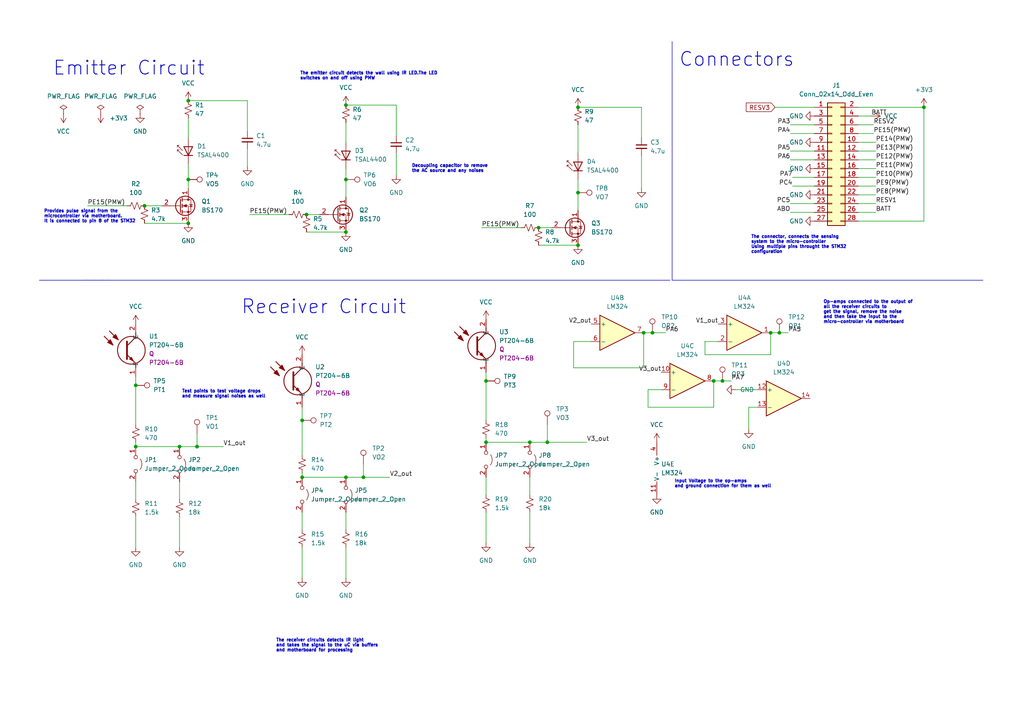
<source format=kicad_sch>
(kicad_sch (version 20211123) (generator eeschema)

  (uuid 55992e35-fe7b-468a-9b7a-1e4dc931b904)

  (paper "A4")

  (title_block
    (title "SENSING SYSTEM DESIGN")
    (date "2024-03-20")
    (rev "11")
    (comment 4 "ATRISHA MARIBE")
  )

  (lib_symbols
    (symbol "Amplifier_Operational:LM324" (pin_names (offset 0.127)) (in_bom yes) (on_board yes)
      (property "Reference" "U" (id 0) (at 0 5.08 0)
        (effects (font (size 1.27 1.27)) (justify left))
      )
      (property "Value" "LM324" (id 1) (at 0 -5.08 0)
        (effects (font (size 1.27 1.27)) (justify left))
      )
      (property "Footprint" "" (id 2) (at -1.27 2.54 0)
        (effects (font (size 1.27 1.27)) hide)
      )
      (property "Datasheet" "http://www.ti.com/lit/ds/symlink/lm2902-n.pdf" (id 3) (at 1.27 5.08 0)
        (effects (font (size 1.27 1.27)) hide)
      )
      (property "ki_locked" "" (id 4) (at 0 0 0)
        (effects (font (size 1.27 1.27)))
      )
      (property "ki_keywords" "quad opamp" (id 5) (at 0 0 0)
        (effects (font (size 1.27 1.27)) hide)
      )
      (property "ki_description" "Low-Power, Quad-Operational Amplifiers, DIP-14/SOIC-14/SSOP-14" (id 6) (at 0 0 0)
        (effects (font (size 1.27 1.27)) hide)
      )
      (property "ki_fp_filters" "SOIC*3.9x8.7mm*P1.27mm* DIP*W7.62mm* TSSOP*4.4x5mm*P0.65mm* SSOP*5.3x6.2mm*P0.65mm* MSOP*3x3mm*P0.5mm*" (id 7) (at 0 0 0)
        (effects (font (size 1.27 1.27)) hide)
      )
      (symbol "LM324_1_1"
        (polyline
          (pts
            (xy -5.08 5.08)
            (xy 5.08 0)
            (xy -5.08 -5.08)
            (xy -5.08 5.08)
          )
          (stroke (width 0.254) (type default) (color 0 0 0 0))
          (fill (type background))
        )
        (pin output line (at 7.62 0 180) (length 2.54)
          (name "~" (effects (font (size 1.27 1.27))))
          (number "1" (effects (font (size 1.27 1.27))))
        )
        (pin input line (at -7.62 -2.54 0) (length 2.54)
          (name "-" (effects (font (size 1.27 1.27))))
          (number "2" (effects (font (size 1.27 1.27))))
        )
        (pin input line (at -7.62 2.54 0) (length 2.54)
          (name "+" (effects (font (size 1.27 1.27))))
          (number "3" (effects (font (size 1.27 1.27))))
        )
      )
      (symbol "LM324_2_1"
        (polyline
          (pts
            (xy -5.08 5.08)
            (xy 5.08 0)
            (xy -5.08 -5.08)
            (xy -5.08 5.08)
          )
          (stroke (width 0.254) (type default) (color 0 0 0 0))
          (fill (type background))
        )
        (pin input line (at -7.62 2.54 0) (length 2.54)
          (name "+" (effects (font (size 1.27 1.27))))
          (number "5" (effects (font (size 1.27 1.27))))
        )
        (pin input line (at -7.62 -2.54 0) (length 2.54)
          (name "-" (effects (font (size 1.27 1.27))))
          (number "6" (effects (font (size 1.27 1.27))))
        )
        (pin output line (at 7.62 0 180) (length 2.54)
          (name "~" (effects (font (size 1.27 1.27))))
          (number "7" (effects (font (size 1.27 1.27))))
        )
      )
      (symbol "LM324_3_1"
        (polyline
          (pts
            (xy -5.08 5.08)
            (xy 5.08 0)
            (xy -5.08 -5.08)
            (xy -5.08 5.08)
          )
          (stroke (width 0.254) (type default) (color 0 0 0 0))
          (fill (type background))
        )
        (pin input line (at -7.62 2.54 0) (length 2.54)
          (name "+" (effects (font (size 1.27 1.27))))
          (number "10" (effects (font (size 1.27 1.27))))
        )
        (pin output line (at 7.62 0 180) (length 2.54)
          (name "~" (effects (font (size 1.27 1.27))))
          (number "8" (effects (font (size 1.27 1.27))))
        )
        (pin input line (at -7.62 -2.54 0) (length 2.54)
          (name "-" (effects (font (size 1.27 1.27))))
          (number "9" (effects (font (size 1.27 1.27))))
        )
      )
      (symbol "LM324_4_1"
        (polyline
          (pts
            (xy -5.08 5.08)
            (xy 5.08 0)
            (xy -5.08 -5.08)
            (xy -5.08 5.08)
          )
          (stroke (width 0.254) (type default) (color 0 0 0 0))
          (fill (type background))
        )
        (pin input line (at -7.62 2.54 0) (length 2.54)
          (name "+" (effects (font (size 1.27 1.27))))
          (number "12" (effects (font (size 1.27 1.27))))
        )
        (pin input line (at -7.62 -2.54 0) (length 2.54)
          (name "-" (effects (font (size 1.27 1.27))))
          (number "13" (effects (font (size 1.27 1.27))))
        )
        (pin output line (at 7.62 0 180) (length 2.54)
          (name "~" (effects (font (size 1.27 1.27))))
          (number "14" (effects (font (size 1.27 1.27))))
        )
      )
      (symbol "LM324_5_1"
        (pin power_in line (at -2.54 -7.62 90) (length 3.81)
          (name "V-" (effects (font (size 1.27 1.27))))
          (number "11" (effects (font (size 1.27 1.27))))
        )
        (pin power_in line (at -2.54 7.62 270) (length 3.81)
          (name "V+" (effects (font (size 1.27 1.27))))
          (number "4" (effects (font (size 1.27 1.27))))
        )
      )
    )
    (symbol "Connector:TestPoint" (pin_numbers hide) (pin_names (offset 0.762) hide) (in_bom yes) (on_board yes)
      (property "Reference" "TP" (id 0) (at 0 6.858 0)
        (effects (font (size 1.27 1.27)))
      )
      (property "Value" "TestPoint" (id 1) (at 0 5.08 0)
        (effects (font (size 1.27 1.27)))
      )
      (property "Footprint" "" (id 2) (at 5.08 0 0)
        (effects (font (size 1.27 1.27)) hide)
      )
      (property "Datasheet" "~" (id 3) (at 5.08 0 0)
        (effects (font (size 1.27 1.27)) hide)
      )
      (property "ki_keywords" "test point tp" (id 4) (at 0 0 0)
        (effects (font (size 1.27 1.27)) hide)
      )
      (property "ki_description" "test point" (id 5) (at 0 0 0)
        (effects (font (size 1.27 1.27)) hide)
      )
      (property "ki_fp_filters" "Pin* Test*" (id 6) (at 0 0 0)
        (effects (font (size 1.27 1.27)) hide)
      )
      (symbol "TestPoint_0_1"
        (circle (center 0 3.302) (radius 0.762)
          (stroke (width 0) (type default) (color 0 0 0 0))
          (fill (type none))
        )
      )
      (symbol "TestPoint_1_1"
        (pin passive line (at 0 0 90) (length 2.54)
          (name "1" (effects (font (size 1.27 1.27))))
          (number "1" (effects (font (size 1.27 1.27))))
        )
      )
    )
    (symbol "Connector_Generic:Conn_02x14_Odd_Even" (pin_names (offset 1.016) hide) (in_bom yes) (on_board yes)
      (property "Reference" "J" (id 0) (at 1.27 17.78 0)
        (effects (font (size 1.27 1.27)))
      )
      (property "Value" "Conn_02x14_Odd_Even" (id 1) (at 1.27 -20.32 0)
        (effects (font (size 1.27 1.27)))
      )
      (property "Footprint" "" (id 2) (at 0 0 0)
        (effects (font (size 1.27 1.27)) hide)
      )
      (property "Datasheet" "~" (id 3) (at 0 0 0)
        (effects (font (size 1.27 1.27)) hide)
      )
      (property "ki_keywords" "connector" (id 4) (at 0 0 0)
        (effects (font (size 1.27 1.27)) hide)
      )
      (property "ki_description" "Generic connector, double row, 02x14, odd/even pin numbering scheme (row 1 odd numbers, row 2 even numbers), script generated (kicad-library-utils/schlib/autogen/connector/)" (id 5) (at 0 0 0)
        (effects (font (size 1.27 1.27)) hide)
      )
      (property "ki_fp_filters" "Connector*:*_2x??_*" (id 6) (at 0 0 0)
        (effects (font (size 1.27 1.27)) hide)
      )
      (symbol "Conn_02x14_Odd_Even_1_1"
        (rectangle (start -1.27 -17.653) (end 0 -17.907)
          (stroke (width 0.1524) (type default) (color 0 0 0 0))
          (fill (type none))
        )
        (rectangle (start -1.27 -15.113) (end 0 -15.367)
          (stroke (width 0.1524) (type default) (color 0 0 0 0))
          (fill (type none))
        )
        (rectangle (start -1.27 -12.573) (end 0 -12.827)
          (stroke (width 0.1524) (type default) (color 0 0 0 0))
          (fill (type none))
        )
        (rectangle (start -1.27 -10.033) (end 0 -10.287)
          (stroke (width 0.1524) (type default) (color 0 0 0 0))
          (fill (type none))
        )
        (rectangle (start -1.27 -7.493) (end 0 -7.747)
          (stroke (width 0.1524) (type default) (color 0 0 0 0))
          (fill (type none))
        )
        (rectangle (start -1.27 -4.953) (end 0 -5.207)
          (stroke (width 0.1524) (type default) (color 0 0 0 0))
          (fill (type none))
        )
        (rectangle (start -1.27 -2.413) (end 0 -2.667)
          (stroke (width 0.1524) (type default) (color 0 0 0 0))
          (fill (type none))
        )
        (rectangle (start -1.27 0.127) (end 0 -0.127)
          (stroke (width 0.1524) (type default) (color 0 0 0 0))
          (fill (type none))
        )
        (rectangle (start -1.27 2.667) (end 0 2.413)
          (stroke (width 0.1524) (type default) (color 0 0 0 0))
          (fill (type none))
        )
        (rectangle (start -1.27 5.207) (end 0 4.953)
          (stroke (width 0.1524) (type default) (color 0 0 0 0))
          (fill (type none))
        )
        (rectangle (start -1.27 7.747) (end 0 7.493)
          (stroke (width 0.1524) (type default) (color 0 0 0 0))
          (fill (type none))
        )
        (rectangle (start -1.27 10.287) (end 0 10.033)
          (stroke (width 0.1524) (type default) (color 0 0 0 0))
          (fill (type none))
        )
        (rectangle (start -1.27 12.827) (end 0 12.573)
          (stroke (width 0.1524) (type default) (color 0 0 0 0))
          (fill (type none))
        )
        (rectangle (start -1.27 15.367) (end 0 15.113)
          (stroke (width 0.1524) (type default) (color 0 0 0 0))
          (fill (type none))
        )
        (rectangle (start -1.27 16.51) (end 3.81 -19.05)
          (stroke (width 0.254) (type default) (color 0 0 0 0))
          (fill (type background))
        )
        (rectangle (start 3.81 -17.653) (end 2.54 -17.907)
          (stroke (width 0.1524) (type default) (color 0 0 0 0))
          (fill (type none))
        )
        (rectangle (start 3.81 -15.113) (end 2.54 -15.367)
          (stroke (width 0.1524) (type default) (color 0 0 0 0))
          (fill (type none))
        )
        (rectangle (start 3.81 -12.573) (end 2.54 -12.827)
          (stroke (width 0.1524) (type default) (color 0 0 0 0))
          (fill (type none))
        )
        (rectangle (start 3.81 -10.033) (end 2.54 -10.287)
          (stroke (width 0.1524) (type default) (color 0 0 0 0))
          (fill (type none))
        )
        (rectangle (start 3.81 -7.493) (end 2.54 -7.747)
          (stroke (width 0.1524) (type default) (color 0 0 0 0))
          (fill (type none))
        )
        (rectangle (start 3.81 -4.953) (end 2.54 -5.207)
          (stroke (width 0.1524) (type default) (color 0 0 0 0))
          (fill (type none))
        )
        (rectangle (start 3.81 -2.413) (end 2.54 -2.667)
          (stroke (width 0.1524) (type default) (color 0 0 0 0))
          (fill (type none))
        )
        (rectangle (start 3.81 0.127) (end 2.54 -0.127)
          (stroke (width 0.1524) (type default) (color 0 0 0 0))
          (fill (type none))
        )
        (rectangle (start 3.81 2.667) (end 2.54 2.413)
          (stroke (width 0.1524) (type default) (color 0 0 0 0))
          (fill (type none))
        )
        (rectangle (start 3.81 5.207) (end 2.54 4.953)
          (stroke (width 0.1524) (type default) (color 0 0 0 0))
          (fill (type none))
        )
        (rectangle (start 3.81 7.747) (end 2.54 7.493)
          (stroke (width 0.1524) (type default) (color 0 0 0 0))
          (fill (type none))
        )
        (rectangle (start 3.81 10.287) (end 2.54 10.033)
          (stroke (width 0.1524) (type default) (color 0 0 0 0))
          (fill (type none))
        )
        (rectangle (start 3.81 12.827) (end 2.54 12.573)
          (stroke (width 0.1524) (type default) (color 0 0 0 0))
          (fill (type none))
        )
        (rectangle (start 3.81 15.367) (end 2.54 15.113)
          (stroke (width 0.1524) (type default) (color 0 0 0 0))
          (fill (type none))
        )
        (pin passive line (at -5.08 15.24 0) (length 3.81)
          (name "Pin_1" (effects (font (size 1.27 1.27))))
          (number "1" (effects (font (size 1.27 1.27))))
        )
        (pin passive line (at 7.62 5.08 180) (length 3.81)
          (name "Pin_10" (effects (font (size 1.27 1.27))))
          (number "10" (effects (font (size 1.27 1.27))))
        )
        (pin passive line (at -5.08 2.54 0) (length 3.81)
          (name "Pin_11" (effects (font (size 1.27 1.27))))
          (number "11" (effects (font (size 1.27 1.27))))
        )
        (pin passive line (at 7.62 2.54 180) (length 3.81)
          (name "Pin_12" (effects (font (size 1.27 1.27))))
          (number "12" (effects (font (size 1.27 1.27))))
        )
        (pin passive line (at -5.08 0 0) (length 3.81)
          (name "Pin_13" (effects (font (size 1.27 1.27))))
          (number "13" (effects (font (size 1.27 1.27))))
        )
        (pin passive line (at 7.62 0 180) (length 3.81)
          (name "Pin_14" (effects (font (size 1.27 1.27))))
          (number "14" (effects (font (size 1.27 1.27))))
        )
        (pin passive line (at -5.08 -2.54 0) (length 3.81)
          (name "Pin_15" (effects (font (size 1.27 1.27))))
          (number "15" (effects (font (size 1.27 1.27))))
        )
        (pin passive line (at 7.62 -2.54 180) (length 3.81)
          (name "Pin_16" (effects (font (size 1.27 1.27))))
          (number "16" (effects (font (size 1.27 1.27))))
        )
        (pin passive line (at -5.08 -5.08 0) (length 3.81)
          (name "Pin_17" (effects (font (size 1.27 1.27))))
          (number "17" (effects (font (size 1.27 1.27))))
        )
        (pin passive line (at 7.62 -5.08 180) (length 3.81)
          (name "Pin_18" (effects (font (size 1.27 1.27))))
          (number "18" (effects (font (size 1.27 1.27))))
        )
        (pin passive line (at -5.08 -7.62 0) (length 3.81)
          (name "Pin_19" (effects (font (size 1.27 1.27))))
          (number "19" (effects (font (size 1.27 1.27))))
        )
        (pin passive line (at 7.62 15.24 180) (length 3.81)
          (name "Pin_2" (effects (font (size 1.27 1.27))))
          (number "2" (effects (font (size 1.27 1.27))))
        )
        (pin passive line (at 7.62 -7.62 180) (length 3.81)
          (name "Pin_20" (effects (font (size 1.27 1.27))))
          (number "20" (effects (font (size 1.27 1.27))))
        )
        (pin passive line (at -5.08 -10.16 0) (length 3.81)
          (name "Pin_21" (effects (font (size 1.27 1.27))))
          (number "21" (effects (font (size 1.27 1.27))))
        )
        (pin passive line (at 7.62 -10.16 180) (length 3.81)
          (name "Pin_22" (effects (font (size 1.27 1.27))))
          (number "22" (effects (font (size 1.27 1.27))))
        )
        (pin passive line (at -5.08 -12.7 0) (length 3.81)
          (name "Pin_23" (effects (font (size 1.27 1.27))))
          (number "23" (effects (font (size 1.27 1.27))))
        )
        (pin passive line (at 7.62 -12.7 180) (length 3.81)
          (name "Pin_24" (effects (font (size 1.27 1.27))))
          (number "24" (effects (font (size 1.27 1.27))))
        )
        (pin passive line (at -5.08 -15.24 0) (length 3.81)
          (name "Pin_25" (effects (font (size 1.27 1.27))))
          (number "25" (effects (font (size 1.27 1.27))))
        )
        (pin passive line (at 7.62 -15.24 180) (length 3.81)
          (name "Pin_26" (effects (font (size 1.27 1.27))))
          (number "26" (effects (font (size 1.27 1.27))))
        )
        (pin passive line (at -5.08 -17.78 0) (length 3.81)
          (name "Pin_27" (effects (font (size 1.27 1.27))))
          (number "27" (effects (font (size 1.27 1.27))))
        )
        (pin passive line (at 7.62 -17.78 180) (length 3.81)
          (name "Pin_28" (effects (font (size 1.27 1.27))))
          (number "28" (effects (font (size 1.27 1.27))))
        )
        (pin passive line (at -5.08 12.7 0) (length 3.81)
          (name "Pin_3" (effects (font (size 1.27 1.27))))
          (number "3" (effects (font (size 1.27 1.27))))
        )
        (pin passive line (at 7.62 12.7 180) (length 3.81)
          (name "Pin_4" (effects (font (size 1.27 1.27))))
          (number "4" (effects (font (size 1.27 1.27))))
        )
        (pin passive line (at -5.08 10.16 0) (length 3.81)
          (name "Pin_5" (effects (font (size 1.27 1.27))))
          (number "5" (effects (font (size 1.27 1.27))))
        )
        (pin passive line (at 7.62 10.16 180) (length 3.81)
          (name "Pin_6" (effects (font (size 1.27 1.27))))
          (number "6" (effects (font (size 1.27 1.27))))
        )
        (pin passive line (at -5.08 7.62 0) (length 3.81)
          (name "Pin_7" (effects (font (size 1.27 1.27))))
          (number "7" (effects (font (size 1.27 1.27))))
        )
        (pin passive line (at 7.62 7.62 180) (length 3.81)
          (name "Pin_8" (effects (font (size 1.27 1.27))))
          (number "8" (effects (font (size 1.27 1.27))))
        )
        (pin passive line (at -5.08 5.08 0) (length 3.81)
          (name "Pin_9" (effects (font (size 1.27 1.27))))
          (number "9" (effects (font (size 1.27 1.27))))
        )
      )
    )
    (symbol "Device:C_Small" (pin_numbers hide) (pin_names (offset 0.254) hide) (in_bom yes) (on_board yes)
      (property "Reference" "C" (id 0) (at 0.254 1.778 0)
        (effects (font (size 1.27 1.27)) (justify left))
      )
      (property "Value" "C_Small" (id 1) (at 0.254 -2.032 0)
        (effects (font (size 1.27 1.27)) (justify left))
      )
      (property "Footprint" "" (id 2) (at 0 0 0)
        (effects (font (size 1.27 1.27)) hide)
      )
      (property "Datasheet" "~" (id 3) (at 0 0 0)
        (effects (font (size 1.27 1.27)) hide)
      )
      (property "ki_keywords" "capacitor cap" (id 4) (at 0 0 0)
        (effects (font (size 1.27 1.27)) hide)
      )
      (property "ki_description" "Unpolarized capacitor, small symbol" (id 5) (at 0 0 0)
        (effects (font (size 1.27 1.27)) hide)
      )
      (property "ki_fp_filters" "C_*" (id 6) (at 0 0 0)
        (effects (font (size 1.27 1.27)) hide)
      )
      (symbol "C_Small_0_1"
        (polyline
          (pts
            (xy -1.524 -0.508)
            (xy 1.524 -0.508)
          )
          (stroke (width 0.3302) (type default) (color 0 0 0 0))
          (fill (type none))
        )
        (polyline
          (pts
            (xy -1.524 0.508)
            (xy 1.524 0.508)
          )
          (stroke (width 0.3048) (type default) (color 0 0 0 0))
          (fill (type none))
        )
      )
      (symbol "C_Small_1_1"
        (pin passive line (at 0 2.54 270) (length 2.032)
          (name "~" (effects (font (size 1.27 1.27))))
          (number "1" (effects (font (size 1.27 1.27))))
        )
        (pin passive line (at 0 -2.54 90) (length 2.032)
          (name "~" (effects (font (size 1.27 1.27))))
          (number "2" (effects (font (size 1.27 1.27))))
        )
      )
    )
    (symbol "Device:R_Small_US" (pin_numbers hide) (pin_names (offset 0.254) hide) (in_bom yes) (on_board yes)
      (property "Reference" "R" (id 0) (at 0.762 0.508 0)
        (effects (font (size 1.27 1.27)) (justify left))
      )
      (property "Value" "R_Small_US" (id 1) (at 0.762 -1.016 0)
        (effects (font (size 1.27 1.27)) (justify left))
      )
      (property "Footprint" "" (id 2) (at 0 0 0)
        (effects (font (size 1.27 1.27)) hide)
      )
      (property "Datasheet" "~" (id 3) (at 0 0 0)
        (effects (font (size 1.27 1.27)) hide)
      )
      (property "ki_keywords" "r resistor" (id 4) (at 0 0 0)
        (effects (font (size 1.27 1.27)) hide)
      )
      (property "ki_description" "Resistor, small US symbol" (id 5) (at 0 0 0)
        (effects (font (size 1.27 1.27)) hide)
      )
      (property "ki_fp_filters" "R_*" (id 6) (at 0 0 0)
        (effects (font (size 1.27 1.27)) hide)
      )
      (symbol "R_Small_US_1_1"
        (polyline
          (pts
            (xy 0 0)
            (xy 1.016 -0.381)
            (xy 0 -0.762)
            (xy -1.016 -1.143)
            (xy 0 -1.524)
          )
          (stroke (width 0) (type default) (color 0 0 0 0))
          (fill (type none))
        )
        (polyline
          (pts
            (xy 0 1.524)
            (xy 1.016 1.143)
            (xy 0 0.762)
            (xy -1.016 0.381)
            (xy 0 0)
          )
          (stroke (width 0) (type default) (color 0 0 0 0))
          (fill (type none))
        )
        (pin passive line (at 0 2.54 270) (length 1.016)
          (name "~" (effects (font (size 1.27 1.27))))
          (number "1" (effects (font (size 1.27 1.27))))
        )
        (pin passive line (at 0 -2.54 90) (length 1.016)
          (name "~" (effects (font (size 1.27 1.27))))
          (number "2" (effects (font (size 1.27 1.27))))
        )
      )
    )
    (symbol "Jumper:Jumper_2_Open" (pin_names (offset 0) hide) (in_bom yes) (on_board yes)
      (property "Reference" "JP" (id 0) (at 0 2.794 0)
        (effects (font (size 1.27 1.27)))
      )
      (property "Value" "Jumper_2_Open" (id 1) (at 0 -2.286 0)
        (effects (font (size 1.27 1.27)))
      )
      (property "Footprint" "" (id 2) (at 0 0 0)
        (effects (font (size 1.27 1.27)) hide)
      )
      (property "Datasheet" "~" (id 3) (at 0 0 0)
        (effects (font (size 1.27 1.27)) hide)
      )
      (property "ki_keywords" "Jumper SPST" (id 4) (at 0 0 0)
        (effects (font (size 1.27 1.27)) hide)
      )
      (property "ki_description" "Jumper, 2-pole, open" (id 5) (at 0 0 0)
        (effects (font (size 1.27 1.27)) hide)
      )
      (property "ki_fp_filters" "Jumper* TestPoint*2Pads* TestPoint*Bridge*" (id 6) (at 0 0 0)
        (effects (font (size 1.27 1.27)) hide)
      )
      (symbol "Jumper_2_Open_0_0"
        (circle (center -2.032 0) (radius 0.508)
          (stroke (width 0) (type default) (color 0 0 0 0))
          (fill (type none))
        )
        (circle (center 2.032 0) (radius 0.508)
          (stroke (width 0) (type default) (color 0 0 0 0))
          (fill (type none))
        )
      )
      (symbol "Jumper_2_Open_0_1"
        (arc (start 1.524 1.27) (mid 0 1.778) (end -1.524 1.27)
          (stroke (width 0) (type default) (color 0 0 0 0))
          (fill (type none))
        )
      )
      (symbol "Jumper_2_Open_1_1"
        (pin passive line (at -5.08 0 0) (length 2.54)
          (name "A" (effects (font (size 1.27 1.27))))
          (number "1" (effects (font (size 1.27 1.27))))
        )
        (pin passive line (at 5.08 0 180) (length 2.54)
          (name "B" (effects (font (size 1.27 1.27))))
          (number "2" (effects (font (size 1.27 1.27))))
        )
      )
    )
    (symbol "LED:TSAL4400" (pin_numbers hide) (pin_names (offset 1.016) hide) (in_bom yes) (on_board yes)
      (property "Reference" "D" (id 0) (at 0.508 1.778 0)
        (effects (font (size 1.27 1.27)) (justify left))
      )
      (property "Value" "TSAL4400" (id 1) (at -1.016 -2.794 0)
        (effects (font (size 1.27 1.27)))
      )
      (property "Footprint" "LED_THT:LED_D3.0mm_IRBlack" (id 2) (at 0 4.445 0)
        (effects (font (size 1.27 1.27)) hide)
      )
      (property "Datasheet" "http://www.vishay.com/docs/81006/tsal4400.pdf" (id 3) (at -1.27 0 0)
        (effects (font (size 1.27 1.27)) hide)
      )
      (property "ki_keywords" "opto IR LED" (id 4) (at 0 0 0)
        (effects (font (size 1.27 1.27)) hide)
      )
      (property "ki_description" "Infrared LED , 3mm LED package" (id 5) (at 0 0 0)
        (effects (font (size 1.27 1.27)) hide)
      )
      (property "ki_fp_filters" "LED*3.0mm*IRBlack*" (id 6) (at 0 0 0)
        (effects (font (size 1.27 1.27)) hide)
      )
      (symbol "TSAL4400_0_1"
        (polyline
          (pts
            (xy -2.54 1.27)
            (xy -2.54 -1.27)
          )
          (stroke (width 0.254) (type default) (color 0 0 0 0))
          (fill (type none))
        )
        (polyline
          (pts
            (xy 0 0)
            (xy -2.54 0)
          )
          (stroke (width 0) (type default) (color 0 0 0 0))
          (fill (type none))
        )
        (polyline
          (pts
            (xy 0.381 3.175)
            (xy -0.127 3.175)
          )
          (stroke (width 0) (type default) (color 0 0 0 0))
          (fill (type none))
        )
        (polyline
          (pts
            (xy -1.143 1.651)
            (xy 0.381 3.175)
            (xy 0.381 2.667)
          )
          (stroke (width 0) (type default) (color 0 0 0 0))
          (fill (type none))
        )
        (polyline
          (pts
            (xy 0 1.27)
            (xy -2.54 0)
            (xy 0 -1.27)
            (xy 0 1.27)
          )
          (stroke (width 0.254) (type default) (color 0 0 0 0))
          (fill (type none))
        )
        (polyline
          (pts
            (xy -2.413 1.651)
            (xy -0.889 3.175)
            (xy -0.889 2.667)
            (xy -0.889 3.175)
            (xy -1.397 3.175)
          )
          (stroke (width 0) (type default) (color 0 0 0 0))
          (fill (type none))
        )
      )
      (symbol "TSAL4400_1_1"
        (pin passive line (at -5.08 0 0) (length 2.54)
          (name "K" (effects (font (size 1.27 1.27))))
          (number "1" (effects (font (size 1.27 1.27))))
        )
        (pin passive line (at 2.54 0 180) (length 2.54)
          (name "A" (effects (font (size 1.27 1.27))))
          (number "2" (effects (font (size 1.27 1.27))))
        )
      )
    )
    (symbol "PT204-6B:PT204-6B" (in_bom yes) (on_board yes)
      (property "Reference" "" (id 0) (at 0 0 0)
        (effects (font (size 1.27 1.27)))
      )
      (property "Value" "PT204-6B" (id 1) (at 0 0 0)
        (effects (font (size 1.27 1.27)))
      )
      (property "Footprint" "" (id 2) (at 0 0 0)
        (effects (font (size 1.27 1.27)) hide)
      )
      (property "Datasheet" "" (id 3) (at 0 0 0)
        (effects (font (size 1.27 1.27)) hide)
      )
      (property "Reference_1" "Q" (id 4) (at 3.81 -6.35 0)
        (effects (font (size 1.27 1.27)) (justify left top))
      )
      (property "Value_1" "PT204-6B" (id 5) (at 3.81 -8.89 0)
        (effects (font (size 1.27 1.27)) (justify left top))
      )
      (property "Footprint_1" "PT2046B" (id 6) (at 3.81 -108.89 0)
        (effects (font (size 1.27 1.27)) (justify left top) hide)
      )
      (property "Datasheet_1" "https://datasheet.datasheetarchive.com/originals/distributors/Datasheets-DGA21/96212.pdf" (id 7) (at 3.81 -208.89 0)
        (effects (font (size 1.27 1.27)) (justify left top) hide)
      )
      (property "Height" "" (id 8) (at 3.81 -408.89 0)
        (effects (font (size 1.27 1.27)) (justify left top) hide)
      )
      (property "Manufacturer_Name" "Everlight" (id 9) (at 3.81 -508.89 0)
        (effects (font (size 1.27 1.27)) (justify left top) hide)
      )
      (property "Manufacturer_Part_Number" "PT204-6B" (id 10) (at 3.81 -608.89 0)
        (effects (font (size 1.27 1.27)) (justify left top) hide)
      )
      (property "Mouser Part Number" "N/A" (id 11) (at 3.81 -708.89 0)
        (effects (font (size 1.27 1.27)) (justify left top) hide)
      )
      (property "Mouser Price/Stock" "https://www.mouser.co.uk/ProductDetail/Everlight/PT204-6B?qs=8cKuZ6Ok2lYPtw9IrupSnQ%3D%3D" (id 12) (at 3.81 -808.89 0)
        (effects (font (size 1.27 1.27)) (justify left top) hide)
      )
      (property "Arrow Part Number" "PT204-6B" (id 13) (at 3.81 -908.89 0)
        (effects (font (size 1.27 1.27)) (justify left top) hide)
      )
      (property "Arrow Price/Stock" "https://www.arrow.com/en/products/pt204-6b/everlight-electronics" (id 14) (at 3.81 -1008.89 0)
        (effects (font (size 1.27 1.27)) (justify left top) hide)
      )
      (property "ki_description" "Phototransistor IR Chip Silicon 940nm 2-Pin T-1" (id 15) (at 0 0 0)
        (effects (font (size 1.27 1.27)) hide)
      )
      (symbol "PT204-6B_1_1"
        (circle (center -1.27 -7.62) (radius 4.016)
          (stroke (width 0.254) (type default) (color 0 0 0 0))
          (fill (type none))
        )
        (polyline
          (pts
            (xy -9.144 -3.556)
            (xy -6.604 -6.096)
          )
          (stroke (width 0.254) (type default) (color 0 0 0 0))
          (fill (type none))
        )
        (polyline
          (pts
            (xy -7.62 -2.032)
            (xy -5.08 -4.572)
          )
          (stroke (width 0.254) (type default) (color 0 0 0 0))
          (fill (type none))
        )
        (polyline
          (pts
            (xy -2.54 -8.89)
            (xy 0 -11.43)
          )
          (stroke (width 0.254) (type default) (color 0 0 0 0))
          (fill (type none))
        )
        (polyline
          (pts
            (xy -2.54 -6.35)
            (xy 0 -3.81)
          )
          (stroke (width 0.254) (type default) (color 0 0 0 0))
          (fill (type none))
        )
        (polyline
          (pts
            (xy -2.54 -5.08)
            (xy -2.54 -10.16)
          )
          (stroke (width 0.508) (type default) (color 0 0 0 0))
          (fill (type none))
        )
        (polyline
          (pts
            (xy 0 -11.43)
            (xy 0 -12.7)
          )
          (stroke (width 0.254) (type default) (color 0 0 0 0))
          (fill (type none))
        )
        (polyline
          (pts
            (xy 0 -3.81)
            (xy 0 -2.54)
          )
          (stroke (width 0.254) (type default) (color 0 0 0 0))
          (fill (type none))
        )
        (polyline
          (pts
            (xy -8.128 -5.334)
            (xy -7.366 -4.572)
            (xy -6.604 -6.096)
            (xy -8.128 -5.334)
          )
          (stroke (width 0.254) (type default) (color 0 0 0 0))
          (fill (type outline))
        )
        (polyline
          (pts
            (xy -6.604 -3.81)
            (xy -5.842 -3.048)
            (xy -5.08 -4.572)
            (xy -6.604 -3.81)
          )
          (stroke (width 0.254) (type default) (color 0 0 0 0))
          (fill (type outline))
        )
        (polyline
          (pts
            (xy -1.778 -10.16)
            (xy -1.27 -9.652)
            (xy -0.762 -10.668)
            (xy -1.778 -10.16)
          )
          (stroke (width 0.254) (type default) (color 0 0 0 0))
          (fill (type outline))
        )
        (pin passive line (at 0 -15.24 90) (length 2.54)
          (name "E" (effects (font (size 1.27 1.27))))
          (number "1" (effects (font (size 1.27 1.27))))
        )
        (pin passive line (at 0 0 270) (length 2.54)
          (name "C" (effects (font (size 1.27 1.27))))
          (number "2" (effects (font (size 1.27 1.27))))
        )
      )
    )
    (symbol "Transistor_FET:BS170" (pin_names hide) (in_bom yes) (on_board yes)
      (property "Reference" "Q" (id 0) (at 5.08 1.905 0)
        (effects (font (size 1.27 1.27)) (justify left))
      )
      (property "Value" "BS170" (id 1) (at 5.08 0 0)
        (effects (font (size 1.27 1.27)) (justify left))
      )
      (property "Footprint" "Package_TO_SOT_THT:TO-92_Inline" (id 2) (at 5.08 -1.905 0)
        (effects (font (size 1.27 1.27) italic) (justify left) hide)
      )
      (property "Datasheet" "https://www.onsemi.com/pub/Collateral/BS170-D.PDF" (id 3) (at 0 0 0)
        (effects (font (size 1.27 1.27)) (justify left) hide)
      )
      (property "ki_keywords" "N-Channel MOSFET" (id 4) (at 0 0 0)
        (effects (font (size 1.27 1.27)) hide)
      )
      (property "ki_description" "0.5A Id, 60V Vds, N-Channel MOSFET, TO-92" (id 5) (at 0 0 0)
        (effects (font (size 1.27 1.27)) hide)
      )
      (property "ki_fp_filters" "TO?92*" (id 6) (at 0 0 0)
        (effects (font (size 1.27 1.27)) hide)
      )
      (symbol "BS170_0_1"
        (polyline
          (pts
            (xy 0.254 0)
            (xy -2.54 0)
          )
          (stroke (width 0) (type default) (color 0 0 0 0))
          (fill (type none))
        )
        (polyline
          (pts
            (xy 0.254 1.905)
            (xy 0.254 -1.905)
          )
          (stroke (width 0.254) (type default) (color 0 0 0 0))
          (fill (type none))
        )
        (polyline
          (pts
            (xy 0.762 -1.27)
            (xy 0.762 -2.286)
          )
          (stroke (width 0.254) (type default) (color 0 0 0 0))
          (fill (type none))
        )
        (polyline
          (pts
            (xy 0.762 0.508)
            (xy 0.762 -0.508)
          )
          (stroke (width 0.254) (type default) (color 0 0 0 0))
          (fill (type none))
        )
        (polyline
          (pts
            (xy 0.762 2.286)
            (xy 0.762 1.27)
          )
          (stroke (width 0.254) (type default) (color 0 0 0 0))
          (fill (type none))
        )
        (polyline
          (pts
            (xy 2.54 2.54)
            (xy 2.54 1.778)
          )
          (stroke (width 0) (type default) (color 0 0 0 0))
          (fill (type none))
        )
        (polyline
          (pts
            (xy 2.54 -2.54)
            (xy 2.54 0)
            (xy 0.762 0)
          )
          (stroke (width 0) (type default) (color 0 0 0 0))
          (fill (type none))
        )
        (polyline
          (pts
            (xy 0.762 -1.778)
            (xy 3.302 -1.778)
            (xy 3.302 1.778)
            (xy 0.762 1.778)
          )
          (stroke (width 0) (type default) (color 0 0 0 0))
          (fill (type none))
        )
        (polyline
          (pts
            (xy 1.016 0)
            (xy 2.032 0.381)
            (xy 2.032 -0.381)
            (xy 1.016 0)
          )
          (stroke (width 0) (type default) (color 0 0 0 0))
          (fill (type outline))
        )
        (polyline
          (pts
            (xy 2.794 0.508)
            (xy 2.921 0.381)
            (xy 3.683 0.381)
            (xy 3.81 0.254)
          )
          (stroke (width 0) (type default) (color 0 0 0 0))
          (fill (type none))
        )
        (polyline
          (pts
            (xy 3.302 0.381)
            (xy 2.921 -0.254)
            (xy 3.683 -0.254)
            (xy 3.302 0.381)
          )
          (stroke (width 0) (type default) (color 0 0 0 0))
          (fill (type none))
        )
        (circle (center 1.651 0) (radius 2.794)
          (stroke (width 0.254) (type default) (color 0 0 0 0))
          (fill (type none))
        )
        (circle (center 2.54 -1.778) (radius 0.254)
          (stroke (width 0) (type default) (color 0 0 0 0))
          (fill (type outline))
        )
        (circle (center 2.54 1.778) (radius 0.254)
          (stroke (width 0) (type default) (color 0 0 0 0))
          (fill (type outline))
        )
      )
      (symbol "BS170_1_1"
        (pin passive line (at 2.54 5.08 270) (length 2.54)
          (name "D" (effects (font (size 1.27 1.27))))
          (number "1" (effects (font (size 1.27 1.27))))
        )
        (pin input line (at -5.08 0 0) (length 2.54)
          (name "G" (effects (font (size 1.27 1.27))))
          (number "2" (effects (font (size 1.27 1.27))))
        )
        (pin passive line (at 2.54 -5.08 90) (length 2.54)
          (name "S" (effects (font (size 1.27 1.27))))
          (number "3" (effects (font (size 1.27 1.27))))
        )
      )
    )
    (symbol "power:+3V3" (power) (pin_names (offset 0)) (in_bom yes) (on_board yes)
      (property "Reference" "#PWR" (id 0) (at 0 -3.81 0)
        (effects (font (size 1.27 1.27)) hide)
      )
      (property "Value" "+3V3" (id 1) (at 0 3.556 0)
        (effects (font (size 1.27 1.27)))
      )
      (property "Footprint" "" (id 2) (at 0 0 0)
        (effects (font (size 1.27 1.27)) hide)
      )
      (property "Datasheet" "" (id 3) (at 0 0 0)
        (effects (font (size 1.27 1.27)) hide)
      )
      (property "ki_keywords" "power-flag" (id 4) (at 0 0 0)
        (effects (font (size 1.27 1.27)) hide)
      )
      (property "ki_description" "Power symbol creates a global label with name \"+3V3\"" (id 5) (at 0 0 0)
        (effects (font (size 1.27 1.27)) hide)
      )
      (symbol "+3V3_0_1"
        (polyline
          (pts
            (xy -0.762 1.27)
            (xy 0 2.54)
          )
          (stroke (width 0) (type default) (color 0 0 0 0))
          (fill (type none))
        )
        (polyline
          (pts
            (xy 0 0)
            (xy 0 2.54)
          )
          (stroke (width 0) (type default) (color 0 0 0 0))
          (fill (type none))
        )
        (polyline
          (pts
            (xy 0 2.54)
            (xy 0.762 1.27)
          )
          (stroke (width 0) (type default) (color 0 0 0 0))
          (fill (type none))
        )
      )
      (symbol "+3V3_1_1"
        (pin power_in line (at 0 0 90) (length 0) hide
          (name "+3V3" (effects (font (size 1.27 1.27))))
          (number "1" (effects (font (size 1.27 1.27))))
        )
      )
    )
    (symbol "power:GND" (power) (pin_names (offset 0)) (in_bom yes) (on_board yes)
      (property "Reference" "#PWR" (id 0) (at 0 -6.35 0)
        (effects (font (size 1.27 1.27)) hide)
      )
      (property "Value" "GND" (id 1) (at 0 -3.81 0)
        (effects (font (size 1.27 1.27)))
      )
      (property "Footprint" "" (id 2) (at 0 0 0)
        (effects (font (size 1.27 1.27)) hide)
      )
      (property "Datasheet" "" (id 3) (at 0 0 0)
        (effects (font (size 1.27 1.27)) hide)
      )
      (property "ki_keywords" "power-flag" (id 4) (at 0 0 0)
        (effects (font (size 1.27 1.27)) hide)
      )
      (property "ki_description" "Power symbol creates a global label with name \"GND\" , ground" (id 5) (at 0 0 0)
        (effects (font (size 1.27 1.27)) hide)
      )
      (symbol "GND_0_1"
        (polyline
          (pts
            (xy 0 0)
            (xy 0 -1.27)
            (xy 1.27 -1.27)
            (xy 0 -2.54)
            (xy -1.27 -1.27)
            (xy 0 -1.27)
          )
          (stroke (width 0) (type default) (color 0 0 0 0))
          (fill (type none))
        )
      )
      (symbol "GND_1_1"
        (pin power_in line (at 0 0 270) (length 0) hide
          (name "GND" (effects (font (size 1.27 1.27))))
          (number "1" (effects (font (size 1.27 1.27))))
        )
      )
    )
    (symbol "power:PWR_FLAG" (power) (pin_numbers hide) (pin_names (offset 0) hide) (in_bom yes) (on_board yes)
      (property "Reference" "#FLG" (id 0) (at 0 1.905 0)
        (effects (font (size 1.27 1.27)) hide)
      )
      (property "Value" "PWR_FLAG" (id 1) (at 0 3.81 0)
        (effects (font (size 1.27 1.27)))
      )
      (property "Footprint" "" (id 2) (at 0 0 0)
        (effects (font (size 1.27 1.27)) hide)
      )
      (property "Datasheet" "~" (id 3) (at 0 0 0)
        (effects (font (size 1.27 1.27)) hide)
      )
      (property "ki_keywords" "power-flag" (id 4) (at 0 0 0)
        (effects (font (size 1.27 1.27)) hide)
      )
      (property "ki_description" "Special symbol for telling ERC where power comes from" (id 5) (at 0 0 0)
        (effects (font (size 1.27 1.27)) hide)
      )
      (symbol "PWR_FLAG_0_0"
        (pin power_out line (at 0 0 90) (length 0)
          (name "pwr" (effects (font (size 1.27 1.27))))
          (number "1" (effects (font (size 1.27 1.27))))
        )
      )
      (symbol "PWR_FLAG_0_1"
        (polyline
          (pts
            (xy 0 0)
            (xy 0 1.27)
            (xy -1.016 1.905)
            (xy 0 2.54)
            (xy 1.016 1.905)
            (xy 0 1.27)
          )
          (stroke (width 0) (type default) (color 0 0 0 0))
          (fill (type none))
        )
      )
    )
    (symbol "power:VCC" (power) (pin_names (offset 0)) (in_bom yes) (on_board yes)
      (property "Reference" "#PWR" (id 0) (at 0 -3.81 0)
        (effects (font (size 1.27 1.27)) hide)
      )
      (property "Value" "VCC" (id 1) (at 0 3.81 0)
        (effects (font (size 1.27 1.27)))
      )
      (property "Footprint" "" (id 2) (at 0 0 0)
        (effects (font (size 1.27 1.27)) hide)
      )
      (property "Datasheet" "" (id 3) (at 0 0 0)
        (effects (font (size 1.27 1.27)) hide)
      )
      (property "ki_keywords" "power-flag" (id 4) (at 0 0 0)
        (effects (font (size 1.27 1.27)) hide)
      )
      (property "ki_description" "Power symbol creates a global label with name \"VCC\"" (id 5) (at 0 0 0)
        (effects (font (size 1.27 1.27)) hide)
      )
      (symbol "VCC_0_1"
        (polyline
          (pts
            (xy -0.762 1.27)
            (xy 0 2.54)
          )
          (stroke (width 0) (type default) (color 0 0 0 0))
          (fill (type none))
        )
        (polyline
          (pts
            (xy 0 0)
            (xy 0 2.54)
          )
          (stroke (width 0) (type default) (color 0 0 0 0))
          (fill (type none))
        )
        (polyline
          (pts
            (xy 0 2.54)
            (xy 0.762 1.27)
          )
          (stroke (width 0) (type default) (color 0 0 0 0))
          (fill (type none))
        )
      )
      (symbol "VCC_1_1"
        (pin power_in line (at 0 0 90) (length 0) hide
          (name "VCC" (effects (font (size 1.27 1.27))))
          (number "1" (effects (font (size 1.27 1.27))))
        )
      )
    )
  )

  (junction (at 207.01 110.49) (diameter 0) (color 0 0 0 0)
    (uuid 04a9a44d-d97f-47a7-81a9-c19d17fdfb3c)
  )
  (junction (at 167.64 31.115) (diameter 0) (color 0 0 0 0)
    (uuid 04d79e86-b1e4-4930-aad3-4e4de959fd06)
  )
  (junction (at 140.97 128.27) (diameter 0) (color 0 0 0 0)
    (uuid 0b27a53c-d72d-4e05-89de-41a73a18e2e2)
  )
  (junction (at 167.64 71.12) (diameter 0) (color 0 0 0 0)
    (uuid 22c15186-392f-4005-9e0e-4f500284e113)
  )
  (junction (at 54.61 29.21) (diameter 0) (color 0 0 0 0)
    (uuid 29eff131-d119-4684-ac46-6e4cf84872a7)
  )
  (junction (at 153.67 128.27) (diameter 0) (color 0 0 0 0)
    (uuid 30372d4a-0f79-4b12-acfe-c4ad600eca70)
  )
  (junction (at 209.55 110.49) (diameter 0) (color 0 0 0 0)
    (uuid 305115fc-0c32-4023-9461-5482e2ced24e)
  )
  (junction (at 156.21 66.04) (diameter 0) (color 0 0 0 0)
    (uuid 315db075-a551-4243-beba-e3b26628e925)
  )
  (junction (at 223.52 96.52) (diameter 0) (color 0 0 0 0)
    (uuid 377c1d51-a656-4a37-a7f7-42fb02e31bc0)
  )
  (junction (at 100.33 67.31) (diameter 0) (color 0 0 0 0)
    (uuid 3a6b6916-2d1a-49bd-ba90-1fdcbacd9db5)
  )
  (junction (at 186.69 96.52) (diameter 0) (color 0 0 0 0)
    (uuid 41188a8a-b7bd-4b6d-b373-24037a2619ef)
  )
  (junction (at 39.37 129.54) (diameter 0) (color 0 0 0 0)
    (uuid 449189b7-5c9c-46b7-a3c8-1c49537d9dfa)
  )
  (junction (at 226.06 96.52) (diameter 0) (color 0 0 0 0)
    (uuid 5c208f55-5076-4f6b-9f9d-c582d06c5aeb)
  )
  (junction (at 39.37 111.76) (diameter 0) (color 0 0 0 0)
    (uuid 68a0935a-21d8-4fd9-a830-e14f3b10c0c8)
  )
  (junction (at 54.61 52.07) (diameter 0) (color 0 0 0 0)
    (uuid 6d34f362-cbbf-4a39-887d-60bdd62b5edc)
  )
  (junction (at 57.15 129.54) (diameter 0) (color 0 0 0 0)
    (uuid 70a46c69-cb8e-4af3-a31f-ff549c05391d)
  )
  (junction (at 267.97 31.115) (diameter 0) (color 0 0 0 0)
    (uuid 77f75daa-6547-4043-94ee-d8243a9cb65f)
  )
  (junction (at 105.41 138.43) (diameter 0) (color 0 0 0 0)
    (uuid 7f961ba2-abfc-4fbc-8aaa-a9d4c6b210ee)
  )
  (junction (at 87.63 121.92) (diameter 0) (color 0 0 0 0)
    (uuid 80862521-fdc8-412a-8bfd-bcf81aaad419)
  )
  (junction (at 52.07 129.54) (diameter 0) (color 0 0 0 0)
    (uuid 873d39b9-d337-4e69-85f4-882cc7d382f4)
  )
  (junction (at 100.33 52.07) (diameter 0) (color 0 0 0 0)
    (uuid 89cfadb9-5db8-433f-b280-24a7b2b440bc)
  )
  (junction (at 140.97 110.49) (diameter 0) (color 0 0 0 0)
    (uuid 8ae21217-c9ab-45ed-b631-9f473a91284d)
  )
  (junction (at 189.23 96.52) (diameter 0) (color 0 0 0 0)
    (uuid 934fb32e-8f2f-47f0-aa8b-c5ecc2241e21)
  )
  (junction (at 87.63 138.43) (diameter 0) (color 0 0 0 0)
    (uuid a2d549fe-fba4-4567-a9f6-6fcf74cf1ccf)
  )
  (junction (at 41.91 59.69) (diameter 0) (color 0 0 0 0)
    (uuid a39e5997-52af-4e4f-86d8-46d240ff6bbf)
  )
  (junction (at 158.75 128.27) (diameter 0) (color 0 0 0 0)
    (uuid b25427b3-9cd2-4683-9d3b-7cac1c490790)
  )
  (junction (at 100.33 138.43) (diameter 0) (color 0 0 0 0)
    (uuid b27b718c-1a65-4c3b-a333-c875b53d0fd1)
  )
  (junction (at 167.64 55.88) (diameter 0) (color 0 0 0 0)
    (uuid c557e4ae-01da-4303-8b9a-2455007663ff)
  )
  (junction (at 100.33 30.48) (diameter 0) (color 0 0 0 0)
    (uuid e8ab2e4e-2ca2-4dee-893e-42c4fa82e260)
  )
  (junction (at 54.61 64.77) (diameter 0) (color 0 0 0 0)
    (uuid f602cc6b-e156-4f28-a2ac-7cc457a972c5)
  )
  (junction (at 88.9 62.23) (diameter 0) (color 0 0 0 0)
    (uuid fc097a21-0a26-4e6a-867c-9194a3bf556a)
  )

  (wire (pts (xy 52.07 149.86) (xy 52.07 158.75))
    (stroke (width 0) (type default) (color 0 0 0 0))
    (uuid 004b15d3-6d41-4777-ad4a-5e7da7c35806)
  )
  (wire (pts (xy 140.97 148.59) (xy 140.97 157.48))
    (stroke (width 0) (type default) (color 0 0 0 0))
    (uuid 018d1d22-6693-4477-9cb3-cb9a214785ac)
  )
  (wire (pts (xy 229.235 38.735) (xy 236.22 38.735))
    (stroke (width 0) (type default) (color 0 0 0 0))
    (uuid 02af74c7-7f0d-49bf-b021-84ca3fe53840)
  )
  (wire (pts (xy 229.87 51.435) (xy 236.22 51.435))
    (stroke (width 0) (type default) (color 0 0 0 0))
    (uuid 07d41f06-382a-4570-ac61-ac8328de1f08)
  )
  (wire (pts (xy 186.055 40.005) (xy 186.055 31.115))
    (stroke (width 0) (type default) (color 0 0 0 0))
    (uuid 087020c9-9d77-4737-9c8a-578ceb8c2eda)
  )
  (wire (pts (xy 158.75 123.19) (xy 158.75 128.27))
    (stroke (width 0) (type default) (color 0 0 0 0))
    (uuid 08a32f34-d90f-42fa-a3ec-270f9ab84b6b)
  )
  (wire (pts (xy 248.92 59.055) (xy 254 59.055))
    (stroke (width 0) (type default) (color 0 0 0 0))
    (uuid 08b41725-115b-4b6b-a129-3326596a0325)
  )
  (wire (pts (xy 224.79 31.115) (xy 236.22 31.115))
    (stroke (width 0) (type default) (color 0 0 0 0))
    (uuid 0c34b40d-6542-4963-90c4-65c830c0b217)
  )
  (wire (pts (xy 140.97 127) (xy 140.97 128.27))
    (stroke (width 0) (type default) (color 0 0 0 0))
    (uuid 111e59b1-b78e-468d-8c20-230341823fca)
  )
  (wire (pts (xy 186.055 31.115) (xy 167.64 31.115))
    (stroke (width 0) (type default) (color 0 0 0 0))
    (uuid 1315a12a-0ea2-4025-8c18-263181b61435)
  )
  (wire (pts (xy 267.97 31.115) (xy 248.92 31.115))
    (stroke (width 0) (type default) (color 0 0 0 0))
    (uuid 17bd3c6e-1ecd-49f3-956b-5a013ee4c86e)
  )
  (wire (pts (xy 100.33 35.56) (xy 100.33 41.275))
    (stroke (width 0) (type default) (color 0 0 0 0))
    (uuid 1c118e0e-d90a-4745-b2d6-5ff143189960)
  )
  (polyline (pts (xy 194.945 12.065) (xy 194.945 81.28))
    (stroke (width 0) (type solid) (color 0 0 0 0))
    (uuid 1fd0c01c-7a6e-4ece-8008-6989f7897ef7)
  )

  (wire (pts (xy 54.61 34.29) (xy 54.61 40.005))
    (stroke (width 0) (type default) (color 0 0 0 0))
    (uuid 24abe9c1-7898-41e9-b2a8-bad2b7b5ad93)
  )
  (wire (pts (xy 39.37 149.86) (xy 39.37 158.75))
    (stroke (width 0) (type default) (color 0 0 0 0))
    (uuid 274cd40a-7526-4701-82b7-1d46be04c4ff)
  )
  (wire (pts (xy 100.33 52.07) (xy 100.33 57.15))
    (stroke (width 0) (type default) (color 0 0 0 0))
    (uuid 2974cdef-1b93-4061-89ac-2a1ee69b4c5f)
  )
  (wire (pts (xy 52.07 129.54) (xy 57.15 129.54))
    (stroke (width 0) (type default) (color 0 0 0 0))
    (uuid 2983770f-6559-4428-ae41-eae5d61ea18c)
  )
  (wire (pts (xy 140.97 107.95) (xy 140.97 110.49))
    (stroke (width 0) (type default) (color 0 0 0 0))
    (uuid 29b640e0-2ba2-411a-8f29-edc79d7068c3)
  )
  (wire (pts (xy 105.41 134.62) (xy 105.41 138.43))
    (stroke (width 0) (type default) (color 0 0 0 0))
    (uuid 2ec1eaa5-9968-4daa-a660-1cbdfa82321f)
  )
  (wire (pts (xy 187.96 118.11) (xy 207.01 118.11))
    (stroke (width 0) (type default) (color 0 0 0 0))
    (uuid 305b2f90-5213-48c4-8d0c-97bdc86c1940)
  )
  (wire (pts (xy 158.75 128.27) (xy 170.18 128.27))
    (stroke (width 0) (type default) (color 0 0 0 0))
    (uuid 327b138c-642a-4d8f-a1c6-6c46d98fdb99)
  )
  (wire (pts (xy 187.96 113.03) (xy 187.96 118.11))
    (stroke (width 0) (type default) (color 0 0 0 0))
    (uuid 344ddb13-2d69-4a17-b916-9142a5d2db0e)
  )
  (wire (pts (xy 248.92 48.895) (xy 254 48.895))
    (stroke (width 0) (type default) (color 0 0 0 0))
    (uuid 358ccd66-73be-40db-9350-2326dd5a2760)
  )
  (wire (pts (xy 248.92 33.655) (xy 252.73 33.655))
    (stroke (width 0) (type default) (color 0 0 0 0))
    (uuid 35f7ab93-4af5-4df7-93c4-279c582dcdf0)
  )
  (wire (pts (xy 39.37 111.76) (xy 39.37 123.19))
    (stroke (width 0) (type default) (color 0 0 0 0))
    (uuid 371d8434-1211-445b-b1c0-c70ad8b81e7b)
  )
  (wire (pts (xy 248.92 38.735) (xy 253.365 38.735))
    (stroke (width 0) (type default) (color 0 0 0 0))
    (uuid 3878f598-12fd-4c59-a69d-0ce933a82e41)
  )
  (polyline (pts (xy 24.13 81.28) (xy 31.75 81.28))
    (stroke (width 0) (type default) (color 0 0 0 0))
    (uuid 3a5163f5-f548-4553-a566-515ba95ad719)
  )

  (wire (pts (xy 140.97 110.49) (xy 140.97 121.92))
    (stroke (width 0) (type default) (color 0 0 0 0))
    (uuid 3bd1bdd1-5e88-4062-9180-af7a314b8e59)
  )
  (wire (pts (xy 248.92 43.815) (xy 254 43.815))
    (stroke (width 0) (type default) (color 0 0 0 0))
    (uuid 3c9a4341-04c1-46a5-b346-2e9aa5a67d76)
  )
  (wire (pts (xy 87.63 118.11) (xy 87.63 121.92))
    (stroke (width 0) (type default) (color 0 0 0 0))
    (uuid 3f0311b4-42a2-426c-9cd4-b404670e20c8)
  )
  (wire (pts (xy 204.47 102.87) (xy 223.52 102.87))
    (stroke (width 0) (type default) (color 0 0 0 0))
    (uuid 3f3922ef-5ac9-4eb8-abe6-57b0d0519ac7)
  )
  (wire (pts (xy 114.935 30.48) (xy 100.33 30.48))
    (stroke (width 0) (type default) (color 0 0 0 0))
    (uuid 4239e74e-e8d0-41db-bb58-0a9a9389e8f4)
  )
  (wire (pts (xy 248.92 41.275) (xy 254 41.275))
    (stroke (width 0) (type default) (color 0 0 0 0))
    (uuid 45006ce4-54f7-4d2b-abfc-8b324365a988)
  )
  (wire (pts (xy 153.67 148.59) (xy 153.67 157.48))
    (stroke (width 0) (type default) (color 0 0 0 0))
    (uuid 49d21052-97a3-4c64-8326-8fe0f2cd7be0)
  )
  (wire (pts (xy 100.33 138.43) (xy 105.41 138.43))
    (stroke (width 0) (type default) (color 0 0 0 0))
    (uuid 4c04bef6-c96d-4de0-bc3d-a0159bfc1465)
  )
  (wire (pts (xy 167.64 52.07) (xy 167.64 55.88))
    (stroke (width 0) (type default) (color 0 0 0 0))
    (uuid 4f8ac2e1-45aa-46aa-ae77-506b610ddec4)
  )
  (wire (pts (xy 219.71 118.11) (xy 217.17 118.11))
    (stroke (width 0) (type default) (color 0 0 0 0))
    (uuid 52ee82e1-aff7-41dc-880c-8ca1dc2ff69b)
  )
  (wire (pts (xy 167.64 36.195) (xy 167.64 44.45))
    (stroke (width 0) (type default) (color 0 0 0 0))
    (uuid 54c889e1-30bc-4947-ade1-4ab2581972cd)
  )
  (polyline (pts (xy 11.43 81.28) (xy 194.31 81.28))
    (stroke (width 0) (type solid) (color 0 0 0 0))
    (uuid 552c5415-f0e3-4a98-a132-37f0ff9f7f77)
  )

  (wire (pts (xy 248.92 51.435) (xy 254 51.435))
    (stroke (width 0) (type default) (color 0 0 0 0))
    (uuid 560a0b1a-ae41-4bd6-acb7-1d075af01930)
  )
  (wire (pts (xy 207.01 110.49) (xy 209.55 110.49))
    (stroke (width 0) (type default) (color 0 0 0 0))
    (uuid 571fc237-1f43-4c50-9d8b-2649bb651a5e)
  )
  (wire (pts (xy 267.97 64.135) (xy 267.97 31.115))
    (stroke (width 0) (type default) (color 0 0 0 0))
    (uuid 5aae2fdd-cbbf-430b-978d-d38e8f3ccc2b)
  )
  (wire (pts (xy 88.9 62.23) (xy 92.71 62.23))
    (stroke (width 0) (type default) (color 0 0 0 0))
    (uuid 5c701c69-a3d6-4c33-aa64-35f4c8129f11)
  )
  (wire (pts (xy 223.52 96.52) (xy 226.06 96.52))
    (stroke (width 0) (type default) (color 0 0 0 0))
    (uuid 640022ca-d4a3-4734-88cd-3183a6dbb779)
  )
  (wire (pts (xy 156.21 71.12) (xy 167.64 71.12))
    (stroke (width 0) (type default) (color 0 0 0 0))
    (uuid 6d1de32f-1974-451b-94f4-4a9f8c6e4dc0)
  )
  (wire (pts (xy 100.33 148.59) (xy 100.33 153.67))
    (stroke (width 0) (type default) (color 0 0 0 0))
    (uuid 6f5a08d2-a6a6-4d1f-873b-c5d70ae4a477)
  )
  (wire (pts (xy 72.39 62.23) (xy 83.82 62.23))
    (stroke (width 0) (type default) (color 0 0 0 0))
    (uuid 6fa51339-55bf-4acf-85eb-92045047fbfb)
  )
  (wire (pts (xy 52.07 139.7) (xy 52.07 144.78))
    (stroke (width 0) (type default) (color 0 0 0 0))
    (uuid 6fb3f8a7-3c68-4fac-b00f-b5e35842464a)
  )
  (wire (pts (xy 71.755 38.1) (xy 71.755 29.21))
    (stroke (width 0) (type default) (color 0 0 0 0))
    (uuid 716ccf35-27a4-4c89-8db2-90244f0f8048)
  )
  (wire (pts (xy 248.92 46.355) (xy 254 46.355))
    (stroke (width 0) (type default) (color 0 0 0 0))
    (uuid 76c55351-7a65-4876-8a89-0c66ad3aba52)
  )
  (wire (pts (xy 186.69 96.52) (xy 189.23 96.52))
    (stroke (width 0) (type default) (color 0 0 0 0))
    (uuid 7a535423-032d-4532-9371-d1a88e9e508c)
  )
  (wire (pts (xy 229.235 61.595) (xy 236.22 61.595))
    (stroke (width 0) (type default) (color 0 0 0 0))
    (uuid 80341aeb-6930-48ab-8cd8-2b748b92f399)
  )
  (wire (pts (xy 54.61 29.21) (xy 71.755 29.21))
    (stroke (width 0) (type default) (color 0 0 0 0))
    (uuid 83f483bd-53df-47cc-b11b-7fa3a015dac6)
  )
  (wire (pts (xy 87.63 121.92) (xy 87.63 132.08))
    (stroke (width 0) (type default) (color 0 0 0 0))
    (uuid 86495620-756d-4c62-9f87-176b3919c146)
  )
  (wire (pts (xy 39.37 128.27) (xy 39.37 129.54))
    (stroke (width 0) (type default) (color 0 0 0 0))
    (uuid 8729ba91-3466-4037-95d9-6ecd8d8157ad)
  )
  (wire (pts (xy 217.17 118.11) (xy 217.17 124.46))
    (stroke (width 0) (type default) (color 0 0 0 0))
    (uuid 87c26252-49a8-4c7e-86b7-cbca18ab64b6)
  )
  (wire (pts (xy 156.21 66.04) (xy 160.02 66.04))
    (stroke (width 0) (type default) (color 0 0 0 0))
    (uuid 87ddc14b-5163-4d1b-a7d0-c0b419332da3)
  )
  (wire (pts (xy 166.37 99.06) (xy 166.37 106.68))
    (stroke (width 0) (type default) (color 0 0 0 0))
    (uuid 889d1f2a-fb48-4821-9841-33fa8c7eb649)
  )
  (polyline (pts (xy 194.945 81.28) (xy 285.115 81.28))
    (stroke (width 0) (type solid) (color 0 0 0 0))
    (uuid 8ae8bf35-133b-4162-9705-8e4d9a5df01f)
  )

  (wire (pts (xy 213.36 113.03) (xy 219.71 113.03))
    (stroke (width 0) (type default) (color 0 0 0 0))
    (uuid 8ccb513a-2cc2-49af-8ed3-3b185f8060de)
  )
  (wire (pts (xy 100.33 48.895) (xy 100.33 52.07))
    (stroke (width 0) (type default) (color 0 0 0 0))
    (uuid 9a8fbfcb-e2f3-4add-8512-f4d37ba04bb5)
  )
  (wire (pts (xy 39.37 129.54) (xy 52.07 129.54))
    (stroke (width 0) (type default) (color 0 0 0 0))
    (uuid 9bcf8689-9a36-4a8a-83bd-f73316654529)
  )
  (wire (pts (xy 41.91 59.69) (xy 46.99 59.69))
    (stroke (width 0) (type default) (color 0 0 0 0))
    (uuid 9ee42c7d-4c4c-4e90-8956-498afc194549)
  )
  (wire (pts (xy 153.67 138.43) (xy 153.67 143.51))
    (stroke (width 0) (type default) (color 0 0 0 0))
    (uuid 9f2e2f67-5a28-4d3d-9141-7c5736972034)
  )
  (wire (pts (xy 139.7 66.04) (xy 151.13 66.04))
    (stroke (width 0) (type default) (color 0 0 0 0))
    (uuid a062fab4-b9fd-41f0-8af4-97984d8c53fa)
  )
  (wire (pts (xy 140.97 138.43) (xy 140.97 143.51))
    (stroke (width 0) (type default) (color 0 0 0 0))
    (uuid a4c70e34-64a3-44a6-a423-c161e79a6828)
  )
  (wire (pts (xy 71.755 43.18) (xy 71.755 48.26))
    (stroke (width 0) (type default) (color 0 0 0 0))
    (uuid ab7bebef-6c86-475c-b9d9-646cf5380f45)
  )
  (wire (pts (xy 87.63 148.59) (xy 87.63 153.67))
    (stroke (width 0) (type default) (color 0 0 0 0))
    (uuid b063b101-f0cf-4eb4-a5e2-8445e4cade85)
  )
  (wire (pts (xy 87.63 138.43) (xy 100.33 138.43))
    (stroke (width 0) (type default) (color 0 0 0 0))
    (uuid b149989f-21c0-490a-9520-b0c3586c98a0)
  )
  (wire (pts (xy 223.52 102.87) (xy 223.52 96.52))
    (stroke (width 0) (type default) (color 0 0 0 0))
    (uuid b3c56ad2-3290-49f2-bf14-c2d6eb662c2d)
  )
  (wire (pts (xy 229.235 43.815) (xy 236.22 43.815))
    (stroke (width 0) (type default) (color 0 0 0 0))
    (uuid b6eec7a3-74c8-446d-9020-61884eab3e22)
  )
  (wire (pts (xy 248.92 56.515) (xy 254 56.515))
    (stroke (width 0) (type default) (color 0 0 0 0))
    (uuid b72823d9-13a5-43bc-a60b-d7d31471ba14)
  )
  (wire (pts (xy 167.64 55.88) (xy 167.64 60.96))
    (stroke (width 0) (type default) (color 0 0 0 0))
    (uuid bb26520b-5d8f-442f-9121-1ad0886b0657)
  )
  (wire (pts (xy 207.01 118.11) (xy 207.01 110.49))
    (stroke (width 0) (type default) (color 0 0 0 0))
    (uuid bc466555-22fb-477f-a35c-a311b76b74fe)
  )
  (wire (pts (xy 39.37 109.22) (xy 39.37 111.76))
    (stroke (width 0) (type default) (color 0 0 0 0))
    (uuid bca3873f-7b2b-4e30-b44b-c0f808598518)
  )
  (wire (pts (xy 100.33 158.75) (xy 100.33 167.64))
    (stroke (width 0) (type default) (color 0 0 0 0))
    (uuid bcf377c5-9d09-4e1b-bf0b-6c35fb523f99)
  )
  (wire (pts (xy 229.87 53.975) (xy 236.22 53.975))
    (stroke (width 0) (type default) (color 0 0 0 0))
    (uuid c0063c6f-2f47-45b9-af5f-8a6850aad41c)
  )
  (wire (pts (xy 248.92 36.195) (xy 253.365 36.195))
    (stroke (width 0) (type default) (color 0 0 0 0))
    (uuid c3a49561-ccea-4470-9148-a438caa26668)
  )
  (wire (pts (xy 114.935 39.37) (xy 114.935 30.48))
    (stroke (width 0) (type default) (color 0 0 0 0))
    (uuid c3d4dd2f-21b4-4f28-b3c9-fbe3838fc807)
  )
  (wire (pts (xy 229.235 59.055) (xy 236.22 59.055))
    (stroke (width 0) (type default) (color 0 0 0 0))
    (uuid c8f80aef-b4f8-40d2-9cb3-c546c6bc3db2)
  )
  (wire (pts (xy 208.28 99.06) (xy 204.47 99.06))
    (stroke (width 0) (type default) (color 0 0 0 0))
    (uuid cadea398-a4a1-4a8f-9e6b-c9c9e27acf1d)
  )
  (wire (pts (xy 87.63 137.16) (xy 87.63 138.43))
    (stroke (width 0) (type default) (color 0 0 0 0))
    (uuid cc165353-c83a-4ed1-9a6e-b06e540cb49d)
  )
  (wire (pts (xy 105.41 138.43) (xy 113.03 138.43))
    (stroke (width 0) (type default) (color 0 0 0 0))
    (uuid ce8e8d8f-9722-4681-9925-bc5d2cfb31ed)
  )
  (wire (pts (xy 229.235 36.195) (xy 236.22 36.195))
    (stroke (width 0) (type default) (color 0 0 0 0))
    (uuid d1db10f0-0627-42d8-b5b5-3a9b76b68be5)
  )
  (wire (pts (xy 54.61 47.625) (xy 54.61 52.07))
    (stroke (width 0) (type default) (color 0 0 0 0))
    (uuid d2eeac23-4059-4a18-bbc0-71aa699c8bf2)
  )
  (wire (pts (xy 57.15 129.54) (xy 64.77 129.54))
    (stroke (width 0) (type default) (color 0 0 0 0))
    (uuid d5c4023d-b052-4643-a1c3-5df6dac25807)
  )
  (wire (pts (xy 248.92 64.135) (xy 267.97 64.135))
    (stroke (width 0) (type default) (color 0 0 0 0))
    (uuid d72f1c0e-239e-4ed9-9854-ec4efa6bb5cc)
  )
  (wire (pts (xy 189.23 96.52) (xy 193.04 96.52))
    (stroke (width 0) (type default) (color 0 0 0 0))
    (uuid dad59222-119f-43dc-b1b5-ee3eda959803)
  )
  (wire (pts (xy 186.055 45.085) (xy 186.055 54.61))
    (stroke (width 0) (type default) (color 0 0 0 0))
    (uuid dbd8dab5-54a3-4413-ac38-174f6f52eb24)
  )
  (wire (pts (xy 209.55 110.49) (xy 212.09 110.49))
    (stroke (width 0) (type default) (color 0 0 0 0))
    (uuid e084769e-81fb-4382-9a61-30ee65993757)
  )
  (wire (pts (xy 191.77 113.03) (xy 187.96 113.03))
    (stroke (width 0) (type default) (color 0 0 0 0))
    (uuid e26192a0-cb01-4530-9fa2-31e6252785f8)
  )
  (wire (pts (xy 229.235 46.355) (xy 236.22 46.355))
    (stroke (width 0) (type default) (color 0 0 0 0))
    (uuid e2711f1c-11d2-4fb0-a8a7-09b43c28897f)
  )
  (wire (pts (xy 25.4 59.69) (xy 36.83 59.69))
    (stroke (width 0) (type default) (color 0 0 0 0))
    (uuid e4d1ea76-0d10-4b76-813e-278b02d6768e)
  )
  (wire (pts (xy 248.92 61.595) (xy 254 61.595))
    (stroke (width 0) (type default) (color 0 0 0 0))
    (uuid e61cd499-5495-4053-908f-6a96298e2366)
  )
  (wire (pts (xy 87.63 158.75) (xy 87.63 167.64))
    (stroke (width 0) (type default) (color 0 0 0 0))
    (uuid e78f7ff5-e8a5-4254-bbc9-2d10b0e4dad9)
  )
  (wire (pts (xy 153.67 128.27) (xy 158.75 128.27))
    (stroke (width 0) (type default) (color 0 0 0 0))
    (uuid e7b7e2f9-e511-410a-a596-c087ba9e6cb8)
  )
  (wire (pts (xy 166.37 106.68) (xy 186.69 106.68))
    (stroke (width 0) (type default) (color 0 0 0 0))
    (uuid e9836d2f-b844-4455-a227-2943b0bb1b1c)
  )
  (wire (pts (xy 140.97 128.27) (xy 153.67 128.27))
    (stroke (width 0) (type default) (color 0 0 0 0))
    (uuid eadd668c-9720-4190-bb87-4299a744b20f)
  )
  (wire (pts (xy 186.69 106.68) (xy 186.69 96.52))
    (stroke (width 0) (type default) (color 0 0 0 0))
    (uuid edc53cd8-8470-4a2e-8828-10befb9188b1)
  )
  (wire (pts (xy 88.9 67.31) (xy 100.33 67.31))
    (stroke (width 0) (type default) (color 0 0 0 0))
    (uuid ee04293a-fbae-4b11-8856-b66f046a0fc2)
  )
  (wire (pts (xy 114.935 44.45) (xy 114.935 50.8))
    (stroke (width 0) (type default) (color 0 0 0 0))
    (uuid f632a0ad-0e2c-435c-9351-5d1d0708fd00)
  )
  (wire (pts (xy 39.37 139.7) (xy 39.37 144.78))
    (stroke (width 0) (type default) (color 0 0 0 0))
    (uuid f6652e63-3a01-4b69-893c-e442f4df6f9b)
  )
  (wire (pts (xy 171.45 99.06) (xy 166.37 99.06))
    (stroke (width 0) (type default) (color 0 0 0 0))
    (uuid f7c7173a-5ea9-41ba-99b0-6c045fe7551c)
  )
  (wire (pts (xy 54.61 52.07) (xy 54.61 54.61))
    (stroke (width 0) (type default) (color 0 0 0 0))
    (uuid f8a55cdf-2f6d-4074-934e-a40f4817a662)
  )
  (wire (pts (xy 57.15 125.73) (xy 57.15 129.54))
    (stroke (width 0) (type default) (color 0 0 0 0))
    (uuid f8f1424b-306f-4eb1-8ee6-7891b681d4be)
  )
  (wire (pts (xy 204.47 99.06) (xy 204.47 102.87))
    (stroke (width 0) (type default) (color 0 0 0 0))
    (uuid fa9acb45-702a-4f1e-9828-0119bc9c715c)
  )
  (wire (pts (xy 248.92 53.975) (xy 254 53.975))
    (stroke (width 0) (type default) (color 0 0 0 0))
    (uuid fb5a1bfb-554f-4a07-ba4b-05e4e45569e5)
  )
  (wire (pts (xy 41.91 64.77) (xy 54.61 64.77))
    (stroke (width 0) (type default) (color 0 0 0 0))
    (uuid fd4af0d8-b6d0-4e82-94ab-4784b5b8c640)
  )
  (wire (pts (xy 226.06 96.52) (xy 228.6 96.52))
    (stroke (width 0) (type default) (color 0 0 0 0))
    (uuid ffda06f8-1c48-478b-897f-ff7447bce508)
  )

  (text "Provides pulse signal from the \nmicrocontroller via motherboard.\nIt is connected to pin 8 of the STM32"
    (at 12.7 64.77 0)
    (effects (font (size 0.9 0.9) (thickness 0.22) bold) (justify left bottom))
    (uuid 0910464e-7e9e-4907-9b98-5e1a90cb3dda)
  )
  (text "The receiver circuits detects IR light\nand takes the signal to the uC via buffers\nand motherboard for processing "
    (at 80.01 189.23 0)
    (effects (font (size 0.9 0.9) (thickness 0.254) bold) (justify left bottom))
    (uuid 0d8d7250-9a19-48b6-b2c3-d0e259e044aa)
  )
  (text "Test points to test voltage drops \nand measure signal noises as well\n"
    (at 52.705 115.57 0)
    (effects (font (size 0.9 0.9) (thickness 0.254) bold) (justify left bottom))
    (uuid 1a2ae5ed-82f3-4720-b8ab-74745e61f71e)
  )
  (text "Emitter Circuit\n" (at 15.24 22.225 0)
    (effects (font (size 4 4) (thickness 0.254) bold) (justify left bottom))
    (uuid 1cd3ba5a-51bc-4e01-8769-894fb06c2229)
  )
  (text "Decoupling capacitor to remove \nthe AC source and any noises"
    (at 119.38 50.165 0)
    (effects (font (size 0.9 0.9) (thickness 0.254) bold) (justify left bottom))
    (uuid 21a869bd-385e-4918-b36f-a235fdb36cd7)
  )
  (text "Op-amps connected to the output of \nall the receiver circuits to \nget the signal, remove the noise \nand then take the input to the \nmicro-controller via motherboard\n"
    (at 238.76 93.98 0)
    (effects (font (size 0.9 0.9) (thickness 0.254) bold) (justify left bottom))
    (uuid 46ba4921-56ba-412d-9e90-fcfc59aaf5e3)
  )
  (text "Receiver Circuit\n" (at 69.85 91.44 0)
    (effects (font (size 4 4) (thickness 0.254) bold) (justify left bottom))
    (uuid 4e320c65-cd3f-41e8-a783-b7e847818c6b)
  )
  (text "The emitter circuit detects the wall using IR LED.The LED\nswitches on and off using PMW\n\n"
    (at 86.995 24.765 0)
    (effects (font (size 0.9 0.9) (thickness 0.254) bold) (justify left bottom))
    (uuid 6dd51d3a-53cd-4e87-9962-70bbcafd30ae)
  )
  (text "Input Voltage to the op-amps \nand ground connection for them as well\n"
    (at 195.58 141.605 0)
    (effects (font (size 0.9 0.9) (thickness 0.254) bold) (justify left bottom))
    (uuid 72c94afd-35ba-473b-ab89-2c84bce032ba)
  )
  (text "Connectors" (at 196.85 19.685 0)
    (effects (font (size 4 4) (thickness 0.254) bold) (justify left bottom))
    (uuid ba4d55d4-a138-49f3-907d-29ef5818441f)
  )
  (text "The connector, connects the sensing \nsystem to the micro-controller\nUsing multiple pins throught the STM32 \nconfiguration"
    (at 217.805 73.66 0)
    (effects (font (size 0.9 0.9) (thickness 0.254) bold) (justify left bottom))
    (uuid d3b3b2ef-0030-49f2-beb4-ddda748a9ec9)
  )

  (label "PE15(PMW)" (at 139.7 66.04 0)
    (effects (font (size 1.27 1.27)) (justify left bottom))
    (uuid 01f4a660-ebbd-453e-813f-191fc10bed5a)
  )
  (label "ABO" (at 229.235 61.595 180)
    (effects (font (size 1.27 1.27)) (justify right bottom))
    (uuid 03596d50-23f0-4161-be9e-9535b6233d54)
  )
  (label "V3_out" (at 170.18 128.27 0)
    (effects (font (size 1.27 1.27)) (justify left bottom))
    (uuid 0b72d487-db59-4424-a269-281fa72f88d4)
  )
  (label "PE10(PMW)" (at 254 51.435 0)
    (effects (font (size 1.27 1.27)) (justify left bottom))
    (uuid 0decf294-4459-4266-ba34-3d3f08791aa0)
  )
  (label "PE9(PMW)" (at 254 53.975 0)
    (effects (font (size 1.27 1.27)) (justify left bottom))
    (uuid 1d0c2009-3544-4e73-8c8b-031378ad89c9)
  )
  (label "V1_out" (at 208.28 93.98 180)
    (effects (font (size 1.27 1.27)) (justify right bottom))
    (uuid 302119ca-ce3f-4b00-a0dc-84d911eda0cd)
  )
  (label "V2_out" (at 113.03 138.43 0)
    (effects (font (size 1.27 1.27)) (justify left bottom))
    (uuid 3453cce4-11dc-4648-a402-b4519a981cc6)
  )
  (label "PE15(PMW)" (at 25.4 59.69 0)
    (effects (font (size 1.27 1.27)) (justify left bottom))
    (uuid 3c9b530b-ba70-4bce-b5a0-1cd2143045fd)
  )
  (label "PA6" (at 193.04 96.52 0)
    (effects (font (size 1.27 1.27)) (justify left bottom))
    (uuid 3ef8c36a-1cf5-4c8e-8237-9a1d6ecef159)
  )
  (label "PA7" (at 229.87 51.435 180)
    (effects (font (size 1.27 1.27)) (justify right bottom))
    (uuid 3ff0b014-eb8e-40ec-b008-2b07ad4da944)
  )
  (label "PE12(PMW)" (at 254 46.355 0)
    (effects (font (size 1.27 1.27)) (justify left bottom))
    (uuid 523a9621-bf5f-4b8b-8ebe-1d227e1cc31e)
  )
  (label "PA3" (at 229.235 36.195 180)
    (effects (font (size 1.27 1.27)) (justify right bottom))
    (uuid 5ab21b6c-92df-4a83-8031-2d7d6b962085)
  )
  (label "BATT" (at 254 61.595 0)
    (effects (font (size 1.27 1.27)) (justify left bottom))
    (uuid 5fc8134f-f482-4939-923c-bca6cdb0b88d)
  )
  (label "V3_out" (at 191.77 107.95 180)
    (effects (font (size 1.27 1.27)) (justify right bottom))
    (uuid 605a7601-3337-4492-a385-f61280dc6d16)
  )
  (label "V2_out" (at 171.45 93.98 180)
    (effects (font (size 1.27 1.27)) (justify right bottom))
    (uuid 6b408595-91d0-4f55-9017-2830446e26c6)
  )
  (label "PE13(PMW)" (at 254 43.815 0)
    (effects (font (size 1.27 1.27)) (justify left bottom))
    (uuid 75502b11-b9f6-4819-a32b-01fb07761baa)
  )
  (label "PE14(PMW)" (at 254 41.275 0)
    (effects (font (size 1.27 1.27)) (justify left bottom))
    (uuid 8285865d-7877-451a-b506-ec5b58dcbd45)
  )
  (label "RESV2" (at 253.365 36.195 0)
    (effects (font (size 1.27 1.27)) (justify left bottom))
    (uuid 85e0cc82-ec2c-4552-9d59-953ef74f06f3)
  )
  (label "PE11(PMW)" (at 254 48.895 0)
    (effects (font (size 1.27 1.27)) (justify left bottom))
    (uuid 8d25d987-bf34-4cd4-a492-4bc0aa719ef1)
  )
  (label "PE15(PMW)" (at 72.39 62.23 0)
    (effects (font (size 1.27 1.27)) (justify left bottom))
    (uuid 9d79c9b3-3092-40ea-980e-52eb83392c54)
  )
  (label "V1_out" (at 64.77 129.54 0)
    (effects (font (size 1.27 1.27)) (justify left bottom))
    (uuid 9dd71f4b-e131-453c-9319-32a7498e7c0a)
  )
  (label "PE8(PMW)" (at 254 56.515 0)
    (effects (font (size 1.27 1.27)) (justify left bottom))
    (uuid 9e9f0497-7cc0-43d6-ba5b-ec566a3a5585)
  )
  (label "PA5" (at 229.235 43.815 180)
    (effects (font (size 1.27 1.27)) (justify right bottom))
    (uuid cd0492a1-39b6-4aee-87d0-15012c7531ca)
  )
  (label "BATT" (at 252.73 33.655 0)
    (effects (font (size 1.27 1.27)) (justify left bottom))
    (uuid d05c439b-ac7d-4709-bc7b-5f0c82276bfa)
  )
  (label "PA5" (at 228.6 96.52 0)
    (effects (font (size 1.27 1.27)) (justify left bottom))
    (uuid d11f0ab2-efb0-42d1-8c34-875403b78de9)
  )
  (label "PC5" (at 229.235 59.055 180)
    (effects (font (size 1.27 1.27)) (justify right bottom))
    (uuid d68152a3-856b-40a6-a0b8-babcc071d829)
  )
  (label "PC4" (at 229.87 53.975 180)
    (effects (font (size 1.27 1.27)) (justify right bottom))
    (uuid dadb3d2c-2d92-41a7-aa5e-11360e090cd4)
  )
  (label "RESV1" (at 254 59.055 0)
    (effects (font (size 1.27 1.27)) (justify left bottom))
    (uuid de3f564d-add8-43de-ae51-98962aee7173)
  )
  (label "PA6" (at 229.235 46.355 180)
    (effects (font (size 1.27 1.27)) (justify right bottom))
    (uuid e5a089a7-eb26-4b08-b0d8-35f689ba378a)
  )
  (label "PE15(PMW)" (at 253.365 38.735 0)
    (effects (font (size 1.27 1.27)) (justify left bottom))
    (uuid ea48664b-ca20-4d6a-a4a1-5d283577e0d9)
  )
  (label "PA4" (at 229.235 38.735 180)
    (effects (font (size 1.27 1.27)) (justify right bottom))
    (uuid faf30a5d-e419-44ee-aa82-87d5bb9fb33f)
  )
  (label "PA7" (at 212.09 110.49 0)
    (effects (font (size 1.27 1.27)) (justify left bottom))
    (uuid fdfe0edb-0fbe-482a-a313-97442fe4ba4b)
  )

  (global_label "RESV3" (shape input) (at 224.79 31.115 180) (fields_autoplaced)
    (effects (font (size 1.27 1.27)) (justify right))
    (uuid 88b3d26f-0701-4b68-aef3-f7a24fc68d31)
    (property "Intersheet References" "${INTERSHEET_REFS}" (id 0) (at 216.4502 31.1944 0)
      (effects (font (size 1.27 1.27)) (justify right) hide)
    )
  )

  (symbol (lib_id "Device:R_Small_US") (at 140.97 146.05 0) (unit 1)
    (in_bom yes) (on_board yes) (fields_autoplaced)
    (uuid 02d359a1-383d-45f3-bd0e-9984984d0c00)
    (property "Reference" "R19" (id 0) (at 143.51 144.7799 0)
      (effects (font (size 1.27 1.27)) (justify left))
    )
    (property "Value" "1.5k" (id 1) (at 143.51 147.3199 0)
      (effects (font (size 1.27 1.27)) (justify left))
    )
    (property "Footprint" "Resistor_SMD:R_0805_2012Metric" (id 2) (at 140.97 146.05 0)
      (effects (font (size 1.27 1.27)) hide)
    )
    (property "Datasheet" "~" (id 3) (at 140.97 146.05 0)
      (effects (font (size 1.27 1.27)) hide)
    )
    (pin "1" (uuid fb3439ea-f59c-4c38-aa04-5602b41f335c))
    (pin "2" (uuid 2c8cfe34-a239-4627-96b6-a8da90a7661a))
  )

  (symbol (lib_id "Device:R_Small_US") (at 156.21 68.58 0) (unit 1)
    (in_bom yes) (on_board yes) (fields_autoplaced)
    (uuid 079add2d-affa-468c-b673-fe30a9247dfd)
    (property "Reference" "R8" (id 0) (at 158.115 67.3099 0)
      (effects (font (size 1.27 1.27)) (justify left))
    )
    (property "Value" "4.7k" (id 1) (at 158.115 69.8499 0)
      (effects (font (size 1.27 1.27)) (justify left))
    )
    (property "Footprint" "Resistor_SMD:R_0805_2012Metric" (id 2) (at 156.21 68.58 0)
      (effects (font (size 1.27 1.27)) hide)
    )
    (property "Datasheet" "~" (id 3) (at 156.21 68.58 0)
      (effects (font (size 1.27 1.27)) hide)
    )
    (pin "1" (uuid be2fb68f-4394-425a-811d-8dbc147158ff))
    (pin "2" (uuid 894494e2-bbf6-4be9-92e6-d26b2cecbc28))
  )

  (symbol (lib_id "power:VCC") (at 167.64 31.115 0) (unit 1)
    (in_bom yes) (on_board yes) (fields_autoplaced)
    (uuid 0df173be-75ba-445e-9400-99a37fe8f46f)
    (property "Reference" "#PWR0114" (id 0) (at 167.64 34.925 0)
      (effects (font (size 1.27 1.27)) hide)
    )
    (property "Value" "VCC" (id 1) (at 167.64 26.035 0))
    (property "Footprint" "" (id 2) (at 167.64 31.115 0)
      (effects (font (size 1.27 1.27)) hide)
    )
    (property "Datasheet" "" (id 3) (at 167.64 31.115 0)
      (effects (font (size 1.27 1.27)) hide)
    )
    (pin "1" (uuid 4d2a3606-b64e-43dd-99ad-19fe694ce4c0))
  )

  (symbol (lib_id "Device:R_Small_US") (at 86.36 62.23 90) (unit 1)
    (in_bom yes) (on_board yes) (fields_autoplaced)
    (uuid 10915124-1a81-4dff-b40b-c10f7dac5441)
    (property "Reference" "R4" (id 0) (at 86.36 55.88 90))
    (property "Value" "100" (id 1) (at 86.36 58.42 90))
    (property "Footprint" "Resistor_SMD:R_0805_2012Metric" (id 2) (at 86.36 62.23 0)
      (effects (font (size 1.27 1.27)) hide)
    )
    (property "Datasheet" "~" (id 3) (at 86.36 62.23 0)
      (effects (font (size 1.27 1.27)) hide)
    )
    (pin "1" (uuid 5e0afd6b-e7bc-496b-9ddb-673f16c7f45b))
    (pin "2" (uuid 1a42bdbe-cb2c-4059-af4b-c952c8e6072e))
  )

  (symbol (lib_id "Connector:TestPoint") (at 167.64 55.88 270) (unit 1)
    (in_bom yes) (on_board yes) (fields_autoplaced)
    (uuid 11b18568-ff0d-4992-a279-1c7c5d2fccd5)
    (property "Reference" "TP8" (id 0) (at 172.72 54.6099 90)
      (effects (font (size 1.27 1.27)) (justify left))
    )
    (property "Value" "VO7" (id 1) (at 172.72 57.1499 90)
      (effects (font (size 1.27 1.27)) (justify left))
    )
    (property "Footprint" "TestPoint:TestPoint_2Pads_Pitch2.54mm_Drill0.8mm" (id 2) (at 167.64 60.96 0)
      (effects (font (size 1.27 1.27)) hide)
    )
    (property "Datasheet" "~" (id 3) (at 167.64 60.96 0)
      (effects (font (size 1.27 1.27)) hide)
    )
    (pin "1" (uuid 0fb74dbd-c77f-4b2d-944d-b984fa771660))
  )

  (symbol (lib_id "power:PWR_FLAG") (at 18.415 33.02 0) (unit 1)
    (in_bom yes) (on_board yes) (fields_autoplaced)
    (uuid 128f4337-575e-4ce7-bd9b-5c867fe6596c)
    (property "Reference" "#FLG?" (id 0) (at 18.415 31.115 0)
      (effects (font (size 1.27 1.27)) hide)
    )
    (property "Value" "PWR_FLAG" (id 1) (at 18.415 27.94 0))
    (property "Footprint" "" (id 2) (at 18.415 33.02 0)
      (effects (font (size 1.27 1.27)) hide)
    )
    (property "Datasheet" "~" (id 3) (at 18.415 33.02 0)
      (effects (font (size 1.27 1.27)) hide)
    )
    (pin "1" (uuid 77ef7f53-c45c-4bfc-8673-c45743f4e7aa))
  )

  (symbol (lib_id "Jumper:Jumper_2_Open") (at 52.07 134.62 270) (unit 1)
    (in_bom yes) (on_board yes) (fields_autoplaced)
    (uuid 13711aa0-fbae-4303-a05c-4d9fbb9c70df)
    (property "Reference" "JP2" (id 0) (at 54.61 133.3499 90)
      (effects (font (size 1.27 1.27)) (justify left))
    )
    (property "Value" "Jumper_2_Open" (id 1) (at 54.61 135.8899 90)
      (effects (font (size 1.27 1.27)) (justify left))
    )
    (property "Footprint" "Jumper:SolderJumper-2_P1.3mm_Bridged2Bar_RoundedPad1.0x1.5mm" (id 2) (at 52.07 134.62 0)
      (effects (font (size 1.27 1.27)) hide)
    )
    (property "Datasheet" "~" (id 3) (at 52.07 134.62 0)
      (effects (font (size 1.27 1.27)) hide)
    )
    (pin "1" (uuid d2be950f-ca35-4dda-af74-9c074d56924b))
    (pin "2" (uuid 075bab01-f7e3-4a3f-8ea4-156f5c575d39))
  )

  (symbol (lib_id "Device:R_Small_US") (at 54.61 31.75 0) (unit 1)
    (in_bom yes) (on_board yes) (fields_autoplaced)
    (uuid 145f6bd8-a9e2-4279-93b6-4522ff16de18)
    (property "Reference" "R1" (id 0) (at 56.515 30.4799 0)
      (effects (font (size 1.27 1.27)) (justify left))
    )
    (property "Value" "47" (id 1) (at 56.515 33.0199 0)
      (effects (font (size 1.27 1.27)) (justify left))
    )
    (property "Footprint" "Resistor_SMD:R_0805_2012Metric" (id 2) (at 54.61 31.75 0)
      (effects (font (size 1.27 1.27)) hide)
    )
    (property "Datasheet" "~" (id 3) (at 54.61 31.75 0)
      (effects (font (size 1.27 1.27)) hide)
    )
    (pin "1" (uuid 8afdd360-6a31-402e-89c9-bc1685cdec9e))
    (pin "2" (uuid ad0a4724-837d-445c-95fb-d0881ae10ae8))
  )

  (symbol (lib_id "Device:R_Small_US") (at 153.67 146.05 0) (unit 1)
    (in_bom yes) (on_board yes) (fields_autoplaced)
    (uuid 16c68098-9b08-45ad-9611-b81ced2e6de2)
    (property "Reference" "R20" (id 0) (at 156.21 144.7799 0)
      (effects (font (size 1.27 1.27)) (justify left))
    )
    (property "Value" "18k" (id 1) (at 156.21 147.3199 0)
      (effects (font (size 1.27 1.27)) (justify left))
    )
    (property "Footprint" "Resistor_SMD:R_0805_2012Metric" (id 2) (at 153.67 146.05 0)
      (effects (font (size 1.27 1.27)) hide)
    )
    (property "Datasheet" "~" (id 3) (at 153.67 146.05 0)
      (effects (font (size 1.27 1.27)) hide)
    )
    (pin "1" (uuid 5df4b2a2-3703-4ea8-b806-8fe33dc950ce))
    (pin "2" (uuid fd33bb6f-937d-4d68-8179-c4d38b0a1a3f))
  )

  (symbol (lib_id "power:VCC") (at 87.63 102.87 0) (unit 1)
    (in_bom yes) (on_board yes) (fields_autoplaced)
    (uuid 183b3594-14ae-4b4f-92eb-8bc2467ea6e0)
    (property "Reference" "#PWR06" (id 0) (at 87.63 106.68 0)
      (effects (font (size 1.27 1.27)) hide)
    )
    (property "Value" "VCC" (id 1) (at 87.63 97.79 0))
    (property "Footprint" "" (id 2) (at 87.63 102.87 0)
      (effects (font (size 1.27 1.27)) hide)
    )
    (property "Datasheet" "" (id 3) (at 87.63 102.87 0)
      (effects (font (size 1.27 1.27)) hide)
    )
    (pin "1" (uuid 1d53de9d-77fa-4037-8809-f176a06390b7))
  )

  (symbol (lib_id "power:GND") (at 40.64 33.02 0) (unit 1)
    (in_bom yes) (on_board yes) (fields_autoplaced)
    (uuid 1f1a9b85-9cca-4fe1-ae6b-91ccc595ff54)
    (property "Reference" "#PWR?" (id 0) (at 40.64 39.37 0)
      (effects (font (size 1.27 1.27)) hide)
    )
    (property "Value" "GND" (id 1) (at 40.64 38.1 0))
    (property "Footprint" "" (id 2) (at 40.64 33.02 0)
      (effects (font (size 1.27 1.27)) hide)
    )
    (property "Datasheet" "" (id 3) (at 40.64 33.02 0)
      (effects (font (size 1.27 1.27)) hide)
    )
    (pin "1" (uuid 16676c94-3d4a-45e7-9f10-6a9825b0177b))
  )

  (symbol (lib_id "LED:TSAL4400") (at 167.64 46.99 90) (unit 1)
    (in_bom yes) (on_board yes) (fields_autoplaced)
    (uuid 29b4c57d-35df-4c32-8f60-89ce38f710f0)
    (property "Reference" "D4" (id 0) (at 170.18 46.8629 90)
      (effects (font (size 1.27 1.27)) (justify right))
    )
    (property "Value" "TSAL4400" (id 1) (at 170.18 49.4029 90)
      (effects (font (size 1.27 1.27)) (justify right))
    )
    (property "Footprint" "LED_THT:LED_D3.0mm_Horizontal_O1.27mm_Z2.0mm_IRGrey" (id 2) (at 163.195 46.99 0)
      (effects (font (size 1.27 1.27)) hide)
    )
    (property "Datasheet" "http://www.vishay.com/docs/81006/tsal4400.pdf" (id 3) (at 167.64 48.26 0)
      (effects (font (size 1.27 1.27)) hide)
    )
    (pin "1" (uuid 11e5dfac-160b-4939-92a9-e083a11c4374))
    (pin "2" (uuid c10cb64b-5b0a-465a-82be-a89d738a8b8b))
  )

  (symbol (lib_id "Connector_Generic:Conn_02x14_Odd_Even") (at 241.3 46.355 0) (unit 1)
    (in_bom yes) (on_board yes) (fields_autoplaced)
    (uuid 2ac5d644-6055-46ab-8e22-a7fb277ef7e4)
    (property "Reference" "J1" (id 0) (at 242.57 24.765 0))
    (property "Value" "Conn_02x14_Odd_Even" (id 1) (at 242.57 27.305 0))
    (property "Footprint" "Connector_PinHeader_2.54mm:PinHeader_2x14_P2.54mm_Vertical" (id 2) (at 241.3 46.355 0)
      (effects (font (size 1.27 1.27)) hide)
    )
    (property "Datasheet" "~" (id 3) (at 241.3 46.355 0)
      (effects (font (size 1.27 1.27)) hide)
    )
    (pin "1" (uuid 91317401-672d-47d5-a509-54b1f2cd72e6))
    (pin "10" (uuid a011776d-c403-4b22-9599-3ef343cb1830))
    (pin "11" (uuid 613f91d9-f558-4d13-9dbe-381a11812bcf))
    (pin "12" (uuid b265f195-de32-404f-a73c-b2d5ee499e9b))
    (pin "13" (uuid 83440375-1497-4c9a-ab00-6cf8215991e0))
    (pin "14" (uuid 9332f1dc-f5ca-44c0-8ad0-4bee2fa114a1))
    (pin "15" (uuid a5751a47-34cd-4d04-8a2c-6bf019b15822))
    (pin "16" (uuid ea622771-3cf0-4c6c-863e-6326c4f96725))
    (pin "17" (uuid 7b1b436b-bd20-42bb-8882-b9eb5d4e2861))
    (pin "18" (uuid 1e25866a-4f95-4fd9-a862-c88e4211d38c))
    (pin "19" (uuid 5e5a3e24-4d1e-44c2-a470-81c6b26a1bb4))
    (pin "2" (uuid dc6ecbf1-36b4-4709-93dc-f1cadcc1be66))
    (pin "20" (uuid abcb197a-3c1d-49a8-b355-72916d3e8465))
    (pin "21" (uuid 14bb54e2-69aa-4d57-9885-739e0c65cc26))
    (pin "22" (uuid db1d0dc5-a196-45e8-a89f-8f1d5e0ca880))
    (pin "23" (uuid 5f88e02f-cb01-4d7b-b773-2a4c477f137f))
    (pin "24" (uuid 600116d0-a78d-427d-a3d1-1e67a32e41df))
    (pin "25" (uuid 96c95083-3979-4b29-958c-66f4a0bcd902))
    (pin "26" (uuid ef522600-f568-4446-82f0-c702e4542a72))
    (pin "27" (uuid 23fbaf31-66d6-4e79-aa48-53892b4481c3))
    (pin "28" (uuid b9350dd9-dbad-4c50-89d2-a5008d6f365c))
    (pin "3" (uuid 621b2ddd-8345-499c-a0d5-972b61c2e8af))
    (pin "4" (uuid 556b9b11-cdb0-404d-ae8c-dfd4a448c8ea))
    (pin "5" (uuid cfda6d4c-30c7-4f36-9146-903e41c65661))
    (pin "6" (uuid 5a128969-5504-4d99-8d57-dd94457ee4b6))
    (pin "7" (uuid c698abea-a780-4c15-939b-1bd03b379ab9))
    (pin "8" (uuid 5d25158a-0f0c-4762-b2d3-4f1642e70431))
    (pin "9" (uuid 743223d0-ec05-428c-92c1-76d13eed4aea))
  )

  (symbol (lib_id "power:+3V3") (at 267.97 31.115 0) (unit 1)
    (in_bom yes) (on_board yes) (fields_autoplaced)
    (uuid 2ae7d65d-f06c-4a46-9a19-2a3e8c41baba)
    (property "Reference" "#PWR0101" (id 0) (at 267.97 34.925 0)
      (effects (font (size 1.27 1.27)) hide)
    )
    (property "Value" "+3V3" (id 1) (at 267.97 26.035 0))
    (property "Footprint" "" (id 2) (at 267.97 31.115 0)
      (effects (font (size 1.27 1.27)) hide)
    )
    (property "Datasheet" "" (id 3) (at 267.97 31.115 0)
      (effects (font (size 1.27 1.27)) hide)
    )
    (pin "1" (uuid 3e93ea3d-a93c-42ee-9b90-d847e0f0f212))
  )

  (symbol (lib_id "Connector:TestPoint") (at 100.33 52.07 270) (unit 1)
    (in_bom yes) (on_board yes) (fields_autoplaced)
    (uuid 2e3c294f-1a85-4154-9a4e-4ce1656ac54a)
    (property "Reference" "TP6" (id 0) (at 105.41 50.7999 90)
      (effects (font (size 1.27 1.27)) (justify left))
    )
    (property "Value" "VO6" (id 1) (at 105.41 53.3399 90)
      (effects (font (size 1.27 1.27)) (justify left))
    )
    (property "Footprint" "TestPoint:TestPoint_2Pads_Pitch2.54mm_Drill0.8mm" (id 2) (at 100.33 57.15 0)
      (effects (font (size 1.27 1.27)) hide)
    )
    (property "Datasheet" "~" (id 3) (at 100.33 57.15 0)
      (effects (font (size 1.27 1.27)) hide)
    )
    (pin "1" (uuid 1d7783d0-6e61-48d1-bd8a-ec5a6b1eef92))
  )

  (symbol (lib_id "Device:R_Small_US") (at 87.63 134.62 0) (unit 1)
    (in_bom yes) (on_board yes) (fields_autoplaced)
    (uuid 2f2dce4a-7722-4942-a42d-865d230483c4)
    (property "Reference" "R14" (id 0) (at 90.17 133.3499 0)
      (effects (font (size 1.27 1.27)) (justify left))
    )
    (property "Value" "470" (id 1) (at 90.17 135.8899 0)
      (effects (font (size 1.27 1.27)) (justify left))
    )
    (property "Footprint" "Resistor_SMD:R_0805_2012Metric" (id 2) (at 87.63 134.62 0)
      (effects (font (size 1.27 1.27)) hide)
    )
    (property "Datasheet" "~" (id 3) (at 87.63 134.62 0)
      (effects (font (size 1.27 1.27)) hide)
    )
    (pin "1" (uuid 4ceed9b9-1f61-4431-a29d-f171137a30df))
    (pin "2" (uuid b3dce0f1-a5a8-4adc-9307-2266a281bae7))
  )

  (symbol (lib_id "LED:TSAL4400") (at 100.33 43.815 90) (unit 1)
    (in_bom yes) (on_board yes) (fields_autoplaced)
    (uuid 31e4d516-e010-4b1e-9607-ccc525a6c1f9)
    (property "Reference" "D3" (id 0) (at 102.87 43.6879 90)
      (effects (font (size 1.27 1.27)) (justify right))
    )
    (property "Value" "TSAL4400" (id 1) (at 102.87 46.2279 90)
      (effects (font (size 1.27 1.27)) (justify right))
    )
    (property "Footprint" "LED_THT:LED_D3.0mm_Horizontal_O1.27mm_Z2.0mm_IRGrey" (id 2) (at 95.885 43.815 0)
      (effects (font (size 1.27 1.27)) hide)
    )
    (property "Datasheet" "http://www.vishay.com/docs/81006/tsal4400.pdf" (id 3) (at 100.33 45.085 0)
      (effects (font (size 1.27 1.27)) hide)
    )
    (pin "1" (uuid cc62833d-0248-4f54-b08e-ab9fdf26e8e9))
    (pin "2" (uuid f34cfa92-8468-4137-850e-66f00c88a1ba))
  )

  (symbol (lib_id "power:VCC") (at 100.33 30.48 0) (unit 1)
    (in_bom yes) (on_board yes) (fields_autoplaced)
    (uuid 3659d84a-199c-4d43-a213-809df46c855e)
    (property "Reference" "#PWR0107" (id 0) (at 100.33 34.29 0)
      (effects (font (size 1.27 1.27)) hide)
    )
    (property "Value" "VCC" (id 1) (at 100.33 25.4 0))
    (property "Footprint" "" (id 2) (at 100.33 30.48 0)
      (effects (font (size 1.27 1.27)) hide)
    )
    (property "Datasheet" "" (id 3) (at 100.33 30.48 0)
      (effects (font (size 1.27 1.27)) hide)
    )
    (pin "1" (uuid 2504b179-6829-4190-8eff-0a637ebea2a4))
  )

  (symbol (lib_id "power:VCC") (at 54.61 29.21 0) (unit 1)
    (in_bom yes) (on_board yes) (fields_autoplaced)
    (uuid 36765f52-e173-4f7a-92c8-8c99d7c99233)
    (property "Reference" "#PWR0106" (id 0) (at 54.61 33.02 0)
      (effects (font (size 1.27 1.27)) hide)
    )
    (property "Value" "VCC" (id 1) (at 54.61 24.13 0))
    (property "Footprint" "" (id 2) (at 54.61 29.21 0)
      (effects (font (size 1.27 1.27)) hide)
    )
    (property "Datasheet" "" (id 3) (at 54.61 29.21 0)
      (effects (font (size 1.27 1.27)) hide)
    )
    (pin "1" (uuid 396a534e-6791-4e11-9e19-f1e22b7562e1))
  )

  (symbol (lib_id "power:VCC") (at 39.37 93.98 0) (unit 1)
    (in_bom yes) (on_board yes) (fields_autoplaced)
    (uuid 37810e58-728e-4321-9327-c0cba5a8a0c2)
    (property "Reference" "#PWR0117" (id 0) (at 39.37 97.79 0)
      (effects (font (size 1.27 1.27)) hide)
    )
    (property "Value" "VCC" (id 1) (at 39.37 88.9 0))
    (property "Footprint" "" (id 2) (at 39.37 93.98 0)
      (effects (font (size 1.27 1.27)) hide)
    )
    (property "Datasheet" "" (id 3) (at 39.37 93.98 0)
      (effects (font (size 1.27 1.27)) hide)
    )
    (pin "1" (uuid ef15f6aa-369c-45f5-a00e-68e80efdd0a5))
  )

  (symbol (lib_id "Device:R_Small_US") (at 167.64 33.655 0) (unit 1)
    (in_bom yes) (on_board yes) (fields_autoplaced)
    (uuid 3aa015a0-fb8e-45b4-8bac-192b99eb85d3)
    (property "Reference" "R9" (id 0) (at 169.545 32.3849 0)
      (effects (font (size 1.27 1.27)) (justify left))
    )
    (property "Value" "47" (id 1) (at 169.545 34.9249 0)
      (effects (font (size 1.27 1.27)) (justify left))
    )
    (property "Footprint" "Resistor_SMD:R_0805_2012Metric" (id 2) (at 167.64 33.655 0)
      (effects (font (size 1.27 1.27)) hide)
    )
    (property "Datasheet" "~" (id 3) (at 167.64 33.655 0)
      (effects (font (size 1.27 1.27)) hide)
    )
    (pin "1" (uuid e2aa07a8-3e67-4bc1-b042-873c6f199a1a))
    (pin "2" (uuid 42e558c9-5ef6-4018-b6da-0f6775cceead))
  )

  (symbol (lib_id "Connector:TestPoint") (at 209.55 110.49 0) (unit 1)
    (in_bom yes) (on_board yes) (fields_autoplaced)
    (uuid 3ae67455-9df9-4016-9282-bf74cfe6707a)
    (property "Reference" "TP11" (id 0) (at 212.09 105.9179 0)
      (effects (font (size 1.27 1.27)) (justify left))
    )
    (property "Value" "OP3" (id 1) (at 212.09 108.4579 0)
      (effects (font (size 1.27 1.27)) (justify left))
    )
    (property "Footprint" "TestPoint:TestPoint_2Pads_Pitch2.54mm_Drill0.8mm" (id 2) (at 214.63 110.49 0)
      (effects (font (size 1.27 1.27)) hide)
    )
    (property "Datasheet" "~" (id 3) (at 214.63 110.49 0)
      (effects (font (size 1.27 1.27)) hide)
    )
    (pin "1" (uuid bc6b17ff-fbc0-42f5-9e32-c5e36e087f57))
  )

  (symbol (lib_id "power:GND") (at 39.37 158.75 0) (unit 1)
    (in_bom yes) (on_board yes) (fields_autoplaced)
    (uuid 3aee09a7-7696-4471-9724-5b60e18bf343)
    (property "Reference" "#PWR0104" (id 0) (at 39.37 165.1 0)
      (effects (font (size 1.27 1.27)) hide)
    )
    (property "Value" "GND" (id 1) (at 39.37 163.83 0))
    (property "Footprint" "" (id 2) (at 39.37 158.75 0)
      (effects (font (size 1.27 1.27)) hide)
    )
    (property "Datasheet" "" (id 3) (at 39.37 158.75 0)
      (effects (font (size 1.27 1.27)) hide)
    )
    (pin "1" (uuid 79af1346-7b5b-42af-996f-f08e092af7df))
  )

  (symbol (lib_id "power:GND") (at 186.055 54.61 0) (unit 1)
    (in_bom yes) (on_board yes) (fields_autoplaced)
    (uuid 3da8f39e-6102-45f3-9586-aab683bd2d27)
    (property "Reference" "#PWR0113" (id 0) (at 186.055 60.96 0)
      (effects (font (size 1.27 1.27)) hide)
    )
    (property "Value" "GND" (id 1) (at 186.055 59.69 0))
    (property "Footprint" "" (id 2) (at 186.055 54.61 0)
      (effects (font (size 1.27 1.27)) hide)
    )
    (property "Datasheet" "" (id 3) (at 186.055 54.61 0)
      (effects (font (size 1.27 1.27)) hide)
    )
    (pin "1" (uuid 4f9412b2-1833-4420-9a7c-4b5b81f8021b))
  )

  (symbol (lib_id "power:GND") (at 54.61 64.77 0) (unit 1)
    (in_bom yes) (on_board yes) (fields_autoplaced)
    (uuid 3f1176f7-7d57-4410-8f12-487ede00727c)
    (property "Reference" "#PWR0102" (id 0) (at 54.61 71.12 0)
      (effects (font (size 1.27 1.27)) hide)
    )
    (property "Value" "GND" (id 1) (at 54.61 69.85 0))
    (property "Footprint" "" (id 2) (at 54.61 64.77 0)
      (effects (font (size 1.27 1.27)) hide)
    )
    (property "Datasheet" "" (id 3) (at 54.61 64.77 0)
      (effects (font (size 1.27 1.27)) hide)
    )
    (pin "1" (uuid 74ec1207-d9d3-40e9-8351-64e38849c517))
  )

  (symbol (lib_id "Device:R_Small_US") (at 52.07 147.32 0) (unit 1)
    (in_bom yes) (on_board yes) (fields_autoplaced)
    (uuid 3f4b05e5-02e8-4dc6-9e97-9b5f66e310aa)
    (property "Reference" "R12" (id 0) (at 54.61 146.0499 0)
      (effects (font (size 1.27 1.27)) (justify left))
    )
    (property "Value" "18k" (id 1) (at 54.61 148.5899 0)
      (effects (font (size 1.27 1.27)) (justify left))
    )
    (property "Footprint" "Resistor_SMD:R_0805_2012Metric" (id 2) (at 52.07 147.32 0)
      (effects (font (size 1.27 1.27)) hide)
    )
    (property "Datasheet" "~" (id 3) (at 52.07 147.32 0)
      (effects (font (size 1.27 1.27)) hide)
    )
    (pin "1" (uuid e959ec7a-97df-44c5-ab65-2b440ab2e3a5))
    (pin "2" (uuid 14e2a5fe-74fa-4735-8e1e-59b475de3bef))
  )

  (symbol (lib_id "Device:R_Small_US") (at 87.63 156.21 0) (unit 1)
    (in_bom yes) (on_board yes) (fields_autoplaced)
    (uuid 4080c591-3d8c-45e5-83a9-3f7facade702)
    (property "Reference" "R15" (id 0) (at 90.17 154.9399 0)
      (effects (font (size 1.27 1.27)) (justify left))
    )
    (property "Value" "1.5k" (id 1) (at 90.17 157.4799 0)
      (effects (font (size 1.27 1.27)) (justify left))
    )
    (property "Footprint" "Resistor_SMD:R_0805_2012Metric" (id 2) (at 87.63 156.21 0)
      (effects (font (size 1.27 1.27)) hide)
    )
    (property "Datasheet" "~" (id 3) (at 87.63 156.21 0)
      (effects (font (size 1.27 1.27)) hide)
    )
    (pin "1" (uuid d64b13ab-c56e-4186-a0ad-b9441a70d46c))
    (pin "2" (uuid f0e31e92-a5cd-47d6-b340-7858751e471f))
  )

  (symbol (lib_id "power:GND") (at 71.755 48.26 0) (unit 1)
    (in_bom yes) (on_board yes) (fields_autoplaced)
    (uuid 40b1eaba-2441-419a-81e2-968e4b36ff36)
    (property "Reference" "#PWR0110" (id 0) (at 71.755 54.61 0)
      (effects (font (size 1.27 1.27)) hide)
    )
    (property "Value" "GND" (id 1) (at 71.755 53.34 0))
    (property "Footprint" "" (id 2) (at 71.755 48.26 0)
      (effects (font (size 1.27 1.27)) hide)
    )
    (property "Datasheet" "" (id 3) (at 71.755 48.26 0)
      (effects (font (size 1.27 1.27)) hide)
    )
    (pin "1" (uuid 3462451b-8100-417b-9e63-6039a42a01c9))
  )

  (symbol (lib_id "PT204-6B:PT204-6B") (at 87.63 102.87 0) (unit 1)
    (in_bom yes) (on_board yes) (fields_autoplaced)
    (uuid 48cdaead-9dfd-4628-8297-bb3c48d5a082)
    (property "Reference" "U2" (id 0) (at 91.44 106.4259 0)
      (effects (font (size 1.27 1.27)) (justify left))
    )
    (property "Value" "PT204-6B" (id 1) (at 91.44 108.9659 0)
      (effects (font (size 1.27 1.27)) (justify left))
    )
    (property "Footprint" "LED_THT:LED_D3.0mm_Horizontal_O1.27mm_Z2.0mm_Clear" (id 2) (at 87.63 102.87 0)
      (effects (font (size 1.27 1.27)) hide)
    )
    (property "Datasheet" "" (id 3) (at 87.63 102.87 0)
      (effects (font (size 1.27 1.27)) hide)
    )
    (property "Reference_1" "Q" (id 4) (at 91.44 111.5059 0)
      (effects (font (size 1.27 1.27)) (justify left))
    )
    (property "Value_1" "PT204-6B" (id 5) (at 91.44 114.0459 0)
      (effects (font (size 1.27 1.27)) (justify left))
    )
    (property "Footprint_1" "PT2046B" (id 6) (at 91.44 211.76 0)
      (effects (font (size 1.27 1.27)) (justify left top) hide)
    )
    (property "Datasheet_1" "https://datasheet.datasheetarchive.com/originals/distributors/Datasheets-DGA21/96212.pdf" (id 7) (at 91.44 311.76 0)
      (effects (font (size 1.27 1.27)) (justify left top) hide)
    )
    (property "Height" "" (id 8) (at 91.44 511.76 0)
      (effects (font (size 1.27 1.27)) (justify left top) hide)
    )
    (property "Manufacturer_Name" "Everlight" (id 9) (at 91.44 611.76 0)
      (effects (font (size 1.27 1.27)) (justify left top) hide)
    )
    (property "Manufacturer_Part_Number" "PT204-6B" (id 10) (at 91.44 711.76 0)
      (effects (font (size 1.27 1.27)) (justify left top) hide)
    )
    (property "Mouser Part Number" "N/A" (id 11) (at 91.44 811.76 0)
      (effects (font (size 1.27 1.27)) (justify left top) hide)
    )
    (property "Mouser Price/Stock" "https://www.mouser.co.uk/ProductDetail/Everlight/PT204-6B?qs=8cKuZ6Ok2lYPtw9IrupSnQ%3D%3D" (id 12) (at 91.44 911.76 0)
      (effects (font (size 1.27 1.27)) (justify left top) hide)
    )
    (property "Arrow Part Number" "PT204-6B" (id 13) (at 91.44 1011.76 0)
      (effects (font (size 1.27 1.27)) (justify left top) hide)
    )
    (property "Arrow Price/Stock" "https://www.arrow.com/en/products/pt204-6b/everlight-electronics" (id 14) (at 91.44 1111.76 0)
      (effects (font (size 1.27 1.27)) (justify left top) hide)
    )
    (pin "1" (uuid 299ae4d4-400e-4eec-a724-23e09e8a9812))
    (pin "2" (uuid baa39195-83fa-4b43-9c2a-24daea2d9fac))
  )

  (symbol (lib_id "Device:C_Small") (at 71.755 40.64 0) (unit 1)
    (in_bom yes) (on_board yes) (fields_autoplaced)
    (uuid 4a808306-b963-4265-9203-bbb4e432943b)
    (property "Reference" "C1" (id 0) (at 74.295 39.3762 0)
      (effects (font (size 1.27 1.27)) (justify left))
    )
    (property "Value" "4.7u" (id 1) (at 74.295 41.9162 0)
      (effects (font (size 1.27 1.27)) (justify left))
    )
    (property "Footprint" "Capacitor_SMD:C_0805_2012Metric" (id 2) (at 71.755 40.64 0)
      (effects (font (size 1.27 1.27)) hide)
    )
    (property "Datasheet" "~" (id 3) (at 71.755 40.64 0)
      (effects (font (size 1.27 1.27)) hide)
    )
    (pin "1" (uuid 76e861d6-06ca-417b-8d2e-6b57e2346fe5))
    (pin "2" (uuid a6060d0e-fd1c-4b56-a059-44b4c0bad41e))
  )

  (symbol (lib_id "Device:R_Small_US") (at 153.67 66.04 90) (unit 1)
    (in_bom yes) (on_board yes) (fields_autoplaced)
    (uuid 4b0a3494-55cf-49b6-9150-e8818bbe7efe)
    (property "Reference" "R7" (id 0) (at 153.67 59.69 90))
    (property "Value" "100" (id 1) (at 153.67 62.23 90))
    (property "Footprint" "Resistor_SMD:R_0805_2012Metric" (id 2) (at 153.67 66.04 0)
      (effects (font (size 1.27 1.27)) hide)
    )
    (property "Datasheet" "~" (id 3) (at 153.67 66.04 0)
      (effects (font (size 1.27 1.27)) hide)
    )
    (pin "1" (uuid 2981bbca-5e8c-4fda-86b9-38f9dfd58c51))
    (pin "2" (uuid db80216b-47b7-4c0b-a1b1-cc331899d23f))
  )

  (symbol (lib_id "Jumper:Jumper_2_Open") (at 100.33 143.51 270) (unit 1)
    (in_bom yes) (on_board yes) (fields_autoplaced)
    (uuid 4c226f11-f9b7-4e15-96d5-4e2d6c1104bf)
    (property "Reference" "JP5" (id 0) (at 102.87 142.2399 90)
      (effects (font (size 1.27 1.27)) (justify left))
    )
    (property "Value" "Jumper_2_Open" (id 1) (at 102.87 144.7799 90)
      (effects (font (size 1.27 1.27)) (justify left))
    )
    (property "Footprint" "Jumper:SolderJumper-2_P1.3mm_Bridged2Bar_RoundedPad1.0x1.5mm" (id 2) (at 100.33 143.51 0)
      (effects (font (size 1.27 1.27)) hide)
    )
    (property "Datasheet" "~" (id 3) (at 100.33 143.51 0)
      (effects (font (size 1.27 1.27)) hide)
    )
    (pin "1" (uuid cde8a735-817c-4579-af49-5247b1bed2e1))
    (pin "2" (uuid c2ee1b57-9b68-48a3-acf7-01fa13f70580))
  )

  (symbol (lib_id "power:GND") (at 236.22 41.275 270) (unit 1)
    (in_bom yes) (on_board yes) (fields_autoplaced)
    (uuid 4cea3606-a945-4a1a-a7f9-022480abaa58)
    (property "Reference" "#PWR02" (id 0) (at 229.87 41.275 0)
      (effects (font (size 1.27 1.27)) hide)
    )
    (property "Value" "GND" (id 1) (at 233.045 41.2749 90)
      (effects (font (size 1.27 1.27)) (justify right))
    )
    (property "Footprint" "" (id 2) (at 236.22 41.275 0)
      (effects (font (size 1.27 1.27)) hide)
    )
    (property "Datasheet" "" (id 3) (at 236.22 41.275 0)
      (effects (font (size 1.27 1.27)) hide)
    )
    (pin "1" (uuid 9154031b-021a-45f4-b075-c8b77496ad84))
  )

  (symbol (lib_id "Connector:TestPoint") (at 226.06 96.52 0) (unit 1)
    (in_bom yes) (on_board yes) (fields_autoplaced)
    (uuid 4df55f7a-050d-4072-8e34-d1c5790df57f)
    (property "Reference" "TP12" (id 0) (at 228.6 91.9479 0)
      (effects (font (size 1.27 1.27)) (justify left))
    )
    (property "Value" "OP1" (id 1) (at 228.6 94.4879 0)
      (effects (font (size 1.27 1.27)) (justify left))
    )
    (property "Footprint" "TestPoint:TestPoint_2Pads_Pitch2.54mm_Drill0.8mm" (id 2) (at 231.14 96.52 0)
      (effects (font (size 1.27 1.27)) hide)
    )
    (property "Datasheet" "~" (id 3) (at 231.14 96.52 0)
      (effects (font (size 1.27 1.27)) hide)
    )
    (pin "1" (uuid 73cc193a-5ac5-4331-8aff-e822ebbb9088))
  )

  (symbol (lib_id "Transistor_FET:BS170") (at 52.07 59.69 0) (unit 1)
    (in_bom yes) (on_board yes) (fields_autoplaced)
    (uuid 4dfdeaf4-de87-46c2-903d-e6c523ae83cc)
    (property "Reference" "Q1" (id 0) (at 58.42 58.4199 0)
      (effects (font (size 1.27 1.27)) (justify left))
    )
    (property "Value" "BS170" (id 1) (at 58.42 60.9599 0)
      (effects (font (size 1.27 1.27)) (justify left))
    )
    (property "Footprint" "Package_TO_SOT_THT:TO-92_Inline" (id 2) (at 57.15 61.595 0)
      (effects (font (size 1.27 1.27) italic) (justify left) hide)
    )
    (property "Datasheet" "https://www.onsemi.com/pub/Collateral/BS170-D.PDF" (id 3) (at 52.07 59.69 0)
      (effects (font (size 1.27 1.27)) (justify left) hide)
    )
    (pin "1" (uuid 9f10c810-5c43-4870-88cc-3e8be424d8a1))
    (pin "2" (uuid 1b7c39c9-5dbc-49c1-ba80-c655e29ce4f6))
    (pin "3" (uuid 1797ad35-9dfc-41c1-8510-8df818100050))
  )

  (symbol (lib_id "power:GND") (at 100.33 167.64 0) (unit 1)
    (in_bom yes) (on_board yes) (fields_autoplaced)
    (uuid 4e40a42e-3108-4dac-9392-24f9475ebbaa)
    (property "Reference" "#PWR08" (id 0) (at 100.33 173.99 0)
      (effects (font (size 1.27 1.27)) hide)
    )
    (property "Value" "GND" (id 1) (at 100.33 172.72 0))
    (property "Footprint" "" (id 2) (at 100.33 167.64 0)
      (effects (font (size 1.27 1.27)) hide)
    )
    (property "Datasheet" "" (id 3) (at 100.33 167.64 0)
      (effects (font (size 1.27 1.27)) hide)
    )
    (pin "1" (uuid 0f233be9-e12a-48b5-8d27-0415755f2aab))
  )

  (symbol (lib_id "Device:R_Small_US") (at 140.97 124.46 0) (unit 1)
    (in_bom yes) (on_board yes) (fields_autoplaced)
    (uuid 4ea7804a-cfa7-47a2-84c2-5cbc096f9824)
    (property "Reference" "R18" (id 0) (at 143.51 123.1899 0)
      (effects (font (size 1.27 1.27)) (justify left))
    )
    (property "Value" "470" (id 1) (at 143.51 125.7299 0)
      (effects (font (size 1.27 1.27)) (justify left))
    )
    (property "Footprint" "Resistor_SMD:R_0805_2012Metric" (id 2) (at 140.97 124.46 0)
      (effects (font (size 1.27 1.27)) hide)
    )
    (property "Datasheet" "~" (id 3) (at 140.97 124.46 0)
      (effects (font (size 1.27 1.27)) hide)
    )
    (pin "1" (uuid 8983cead-7467-4fc0-9b9b-606e986f5c8a))
    (pin "2" (uuid b8c831da-651a-4d4d-807d-15e9ba73ec9b))
  )

  (symbol (lib_id "Connector:TestPoint") (at 54.61 52.07 270) (unit 1)
    (in_bom yes) (on_board yes) (fields_autoplaced)
    (uuid 4f0c72f8-e938-4a8a-92a1-5dcdf0bc9f6b)
    (property "Reference" "TP4" (id 0) (at 59.69 50.7999 90)
      (effects (font (size 1.27 1.27)) (justify left))
    )
    (property "Value" "VO5" (id 1) (at 59.69 53.3399 90)
      (effects (font (size 1.27 1.27)) (justify left))
    )
    (property "Footprint" "TestPoint:TestPoint_2Pads_Pitch2.54mm_Drill0.8mm" (id 2) (at 54.61 57.15 0)
      (effects (font (size 1.27 1.27)) hide)
    )
    (property "Datasheet" "~" (id 3) (at 54.61 57.15 0)
      (effects (font (size 1.27 1.27)) hide)
    )
    (pin "1" (uuid 1ff1cf21-2a96-4835-9ebf-f1914fe14fe6))
  )

  (symbol (lib_id "power:VCC") (at 252.73 33.655 270) (unit 1)
    (in_bom yes) (on_board yes) (fields_autoplaced)
    (uuid 538c66f7-92d4-45af-8772-96139835b590)
    (property "Reference" "#PWR0103" (id 0) (at 248.92 33.655 0)
      (effects (font (size 1.27 1.27)) hide)
    )
    (property "Value" "VCC" (id 1) (at 256.54 33.6549 90)
      (effects (font (size 1.27 1.27)) (justify left))
    )
    (property "Footprint" "" (id 2) (at 252.73 33.655 0)
      (effects (font (size 1.27 1.27)) hide)
    )
    (property "Datasheet" "" (id 3) (at 252.73 33.655 0)
      (effects (font (size 1.27 1.27)) hide)
    )
    (pin "1" (uuid 14bdda98-d210-4fb6-98c7-7363b4e8fde8))
  )

  (symbol (lib_id "Jumper:Jumper_2_Open") (at 39.37 134.62 270) (unit 1)
    (in_bom yes) (on_board yes) (fields_autoplaced)
    (uuid 554b8126-a515-4fb8-b138-cbbc6785636d)
    (property "Reference" "JP1" (id 0) (at 41.91 133.3499 90)
      (effects (font (size 1.27 1.27)) (justify left))
    )
    (property "Value" "Jumper_2_Open" (id 1) (at 41.91 135.8899 90)
      (effects (font (size 1.27 1.27)) (justify left))
    )
    (property "Footprint" "Jumper:SolderJumper-2_P1.3mm_Bridged2Bar_RoundedPad1.0x1.5mm" (id 2) (at 39.37 134.62 0)
      (effects (font (size 1.27 1.27)) hide)
    )
    (property "Datasheet" "~" (id 3) (at 39.37 134.62 0)
      (effects (font (size 1.27 1.27)) hide)
    )
    (pin "1" (uuid 5f9a5a51-9a35-4903-8ef3-03967376ae4d))
    (pin "2" (uuid b3512b44-209c-4add-a0ce-bad17b08fb32))
  )

  (symbol (lib_id "power:PWR_FLAG") (at 29.21 33.02 0) (unit 1)
    (in_bom yes) (on_board yes) (fields_autoplaced)
    (uuid 5787a7ad-3cc8-42b5-9fc6-9979bb1480e1)
    (property "Reference" "#FLG?" (id 0) (at 29.21 31.115 0)
      (effects (font (size 1.27 1.27)) hide)
    )
    (property "Value" "PWR_FLAG" (id 1) (at 29.21 27.94 0))
    (property "Footprint" "" (id 2) (at 29.21 33.02 0)
      (effects (font (size 1.27 1.27)) hide)
    )
    (property "Datasheet" "~" (id 3) (at 29.21 33.02 0)
      (effects (font (size 1.27 1.27)) hide)
    )
    (pin "1" (uuid d00d37c6-7b9d-4891-817f-3859ae97a0d7))
  )

  (symbol (lib_id "power:VCC") (at 140.97 92.71 0) (unit 1)
    (in_bom yes) (on_board yes) (fields_autoplaced)
    (uuid 5a96b74b-4934-4562-906b-cfeb93dd58e6)
    (property "Reference" "#PWR010" (id 0) (at 140.97 96.52 0)
      (effects (font (size 1.27 1.27)) hide)
    )
    (property "Value" "VCC" (id 1) (at 140.97 87.63 0))
    (property "Footprint" "" (id 2) (at 140.97 92.71 0)
      (effects (font (size 1.27 1.27)) hide)
    )
    (property "Datasheet" "" (id 3) (at 140.97 92.71 0)
      (effects (font (size 1.27 1.27)) hide)
    )
    (pin "1" (uuid a1f4f720-a0d9-4555-8f5a-1016f35ef0f3))
  )

  (symbol (lib_id "power:GND") (at 236.22 33.655 270) (unit 1)
    (in_bom yes) (on_board yes) (fields_autoplaced)
    (uuid 5ac25a78-0039-4445-9c79-47a3fd762ed7)
    (property "Reference" "#PWR01" (id 0) (at 229.87 33.655 0)
      (effects (font (size 1.27 1.27)) hide)
    )
    (property "Value" "GND" (id 1) (at 233.045 33.6549 90)
      (effects (font (size 1.27 1.27)) (justify right))
    )
    (property "Footprint" "" (id 2) (at 236.22 33.655 0)
      (effects (font (size 1.27 1.27)) hide)
    )
    (property "Datasheet" "" (id 3) (at 236.22 33.655 0)
      (effects (font (size 1.27 1.27)) hide)
    )
    (pin "1" (uuid 901bc4f8-8887-4575-acfe-2544b6736159))
  )

  (symbol (lib_id "Amplifier_Operational:LM324") (at 215.9 96.52 0) (unit 1)
    (in_bom yes) (on_board yes) (fields_autoplaced)
    (uuid 5acdf286-1974-4e9e-aebd-b683bc8b39e8)
    (property "Reference" "U4" (id 0) (at 215.9 86.36 0))
    (property "Value" "LM324" (id 1) (at 215.9 88.9 0))
    (property "Footprint" "Package_SO:SOIC-14_3.9x8.7mm_P1.27mm" (id 2) (at 214.63 93.98 0)
      (effects (font (size 1.27 1.27)) hide)
    )
    (property "Datasheet" "http://www.ti.com/lit/ds/symlink/lm2902-n.pdf" (id 3) (at 217.17 91.44 0)
      (effects (font (size 1.27 1.27)) hide)
    )
    (pin "1" (uuid 25b6f2bc-88e5-47da-876d-2137b7b6366e))
    (pin "2" (uuid 6c8281c9-c857-405d-8c4f-19ac9483df2f))
    (pin "3" (uuid 59a151a0-d73b-453b-9d77-7eb0a3e69624))
    (pin "5" (uuid 77ebcddc-8449-44f8-bdef-2fb78128e081))
    (pin "6" (uuid 3b865516-5808-48bf-aec5-12c321f18e04))
    (pin "7" (uuid 1dedf83c-eab7-49d4-9d6e-b4dd662b0ed9))
    (pin "10" (uuid bc63469f-7f4d-4dd2-924a-b4eb9f4a3ed0))
    (pin "8" (uuid c44fbb31-ae99-41d3-810f-aa7e627e7def))
    (pin "9" (uuid dfb0d952-f1de-4e69-aafa-de2cd7ca1e5a))
    (pin "12" (uuid 2540e57a-15bd-4bcf-a427-bddf7c54daf8))
    (pin "13" (uuid 760c0776-e0c8-482a-8d6d-f95d99aff15f))
    (pin "14" (uuid f2892893-3b65-45f4-8697-2e1065f469fe))
    (pin "11" (uuid c3965086-afb0-4e8f-9644-04b28498a825))
    (pin "4" (uuid 70fb7616-0662-49d0-b878-66cdd3aa81a1))
  )

  (symbol (lib_id "Amplifier_Operational:LM324") (at 199.39 110.49 0) (unit 3)
    (in_bom yes) (on_board yes) (fields_autoplaced)
    (uuid 5b7fd896-74e6-438d-9fd7-431e03882927)
    (property "Reference" "U4" (id 0) (at 199.39 100.33 0))
    (property "Value" "LM324" (id 1) (at 199.39 102.87 0))
    (property "Footprint" "Package_SO:SOIC-14_3.9x8.7mm_P1.27mm" (id 2) (at 198.12 107.95 0)
      (effects (font (size 1.27 1.27)) hide)
    )
    (property "Datasheet" "http://www.ti.com/lit/ds/symlink/lm2902-n.pdf" (id 3) (at 200.66 105.41 0)
      (effects (font (size 1.27 1.27)) hide)
    )
    (pin "1" (uuid 9b0b64bc-8b83-4a63-a208-8a67d8cdf91a))
    (pin "2" (uuid 476096ae-2d55-4f26-88ce-5f07884c579d))
    (pin "3" (uuid 32544db8-f33b-4542-a4ab-058a97653572))
    (pin "5" (uuid 27d827ae-dace-4524-94f3-6feed92ca87f))
    (pin "6" (uuid 2c67a827-e1b1-4c4a-b659-34d0f40b42f2))
    (pin "7" (uuid 1a739b4a-235e-4c44-b0f6-79c8e525bf93))
    (pin "10" (uuid 1b0eb2ab-57d0-4e89-ac02-2a0aa88d3d94))
    (pin "8" (uuid 10ecd40d-6f52-4903-92f8-18bf2eed6ae4))
    (pin "9" (uuid 6cf0b40d-5746-40f6-af52-5639ac54dc84))
    (pin "12" (uuid e61e0375-5a95-4461-905d-960e1499beb1))
    (pin "13" (uuid a7b540a1-90e5-4eea-ae2d-5fec4981f6c2))
    (pin "14" (uuid 21419e93-69b8-4eeb-95be-1ac0b81af177))
    (pin "11" (uuid 193d662f-2010-4bee-9c74-9bb030393643))
    (pin "4" (uuid 0d065a5f-e745-42a3-958b-9d0ce5dbcf9e))
  )

  (symbol (lib_id "power:+3V3") (at 29.21 33.02 180) (unit 1)
    (in_bom yes) (on_board yes) (fields_autoplaced)
    (uuid 5c239867-d858-4324-b1b2-d3b3f24ec93e)
    (property "Reference" "#PWR?" (id 0) (at 29.21 29.21 0)
      (effects (font (size 1.27 1.27)) hide)
    )
    (property "Value" "+3V3" (id 1) (at 31.75 34.2899 0)
      (effects (font (size 1.27 1.27)) (justify right))
    )
    (property "Footprint" "" (id 2) (at 29.21 33.02 0)
      (effects (font (size 1.27 1.27)) hide)
    )
    (property "Datasheet" "" (id 3) (at 29.21 33.02 0)
      (effects (font (size 1.27 1.27)) hide)
    )
    (pin "1" (uuid 82753c53-8337-4a41-9200-9743096da0b0))
  )

  (symbol (lib_id "power:GND") (at 140.97 157.48 0) (unit 1)
    (in_bom yes) (on_board yes) (fields_autoplaced)
    (uuid 5eb7dca8-e066-42f3-956a-9919ff49f2a1)
    (property "Reference" "#PWR011" (id 0) (at 140.97 163.83 0)
      (effects (font (size 1.27 1.27)) hide)
    )
    (property "Value" "GND" (id 1) (at 140.97 162.56 0))
    (property "Footprint" "" (id 2) (at 140.97 157.48 0)
      (effects (font (size 1.27 1.27)) hide)
    )
    (property "Datasheet" "" (id 3) (at 140.97 157.48 0)
      (effects (font (size 1.27 1.27)) hide)
    )
    (pin "1" (uuid 558b3733-dd0e-46ac-ab90-9717c55e81d2))
  )

  (symbol (lib_id "power:GND") (at 236.22 48.895 270) (unit 1)
    (in_bom yes) (on_board yes) (fields_autoplaced)
    (uuid 606648e9-0574-41d7-be71-0b219837519a)
    (property "Reference" "#PWR03" (id 0) (at 229.87 48.895 0)
      (effects (font (size 1.27 1.27)) hide)
    )
    (property "Value" "GND" (id 1) (at 233.045 48.8949 90)
      (effects (font (size 1.27 1.27)) (justify right))
    )
    (property "Footprint" "Connector_PinHeader_1.00mm:PinHeader_2x15_P1.00mm_Vertical" (id 2) (at 236.22 48.895 0)
      (effects (font (size 1.27 1.27)) hide)
    )
    (property "Datasheet" "" (id 3) (at 236.22 48.895 0)
      (effects (font (size 1.27 1.27)) hide)
    )
    (pin "1" (uuid d259ddcb-9570-4803-b723-439560a04748))
  )

  (symbol (lib_id "power:GND") (at 217.17 124.46 0) (unit 1)
    (in_bom yes) (on_board yes) (fields_autoplaced)
    (uuid 618eac57-bbc1-4bc1-97ad-406f3b29b005)
    (property "Reference" "#PWR0119" (id 0) (at 217.17 130.81 0)
      (effects (font (size 1.27 1.27)) hide)
    )
    (property "Value" "GND" (id 1) (at 217.17 129.54 0))
    (property "Footprint" "" (id 2) (at 217.17 124.46 0)
      (effects (font (size 1.27 1.27)) hide)
    )
    (property "Datasheet" "" (id 3) (at 217.17 124.46 0)
      (effects (font (size 1.27 1.27)) hide)
    )
    (pin "1" (uuid 6f994a6a-782a-40b4-8384-e28283494442))
  )

  (symbol (lib_id "PT204-6B:PT204-6B") (at 39.37 93.98 0) (unit 1)
    (in_bom yes) (on_board yes) (fields_autoplaced)
    (uuid 6d23d12a-dce3-404a-bd78-20a08b4b0a68)
    (property "Reference" "U1" (id 0) (at 43.18 97.5359 0)
      (effects (font (size 1.27 1.27)) (justify left))
    )
    (property "Value" "PT204-6B" (id 1) (at 43.18 100.0759 0)
      (effects (font (size 1.27 1.27)) (justify left))
    )
    (property "Footprint" "LED_THT:LED_D3.0mm_Horizontal_O1.27mm_Z2.0mm_Clear" (id 2) (at 39.37 93.98 0)
      (effects (font (size 1.27 1.27)) hide)
    )
    (property "Datasheet" "" (id 3) (at 39.37 93.98 0)
      (effects (font (size 1.27 1.27)) hide)
    )
    (property "Reference_1" "Q" (id 4) (at 43.18 102.6159 0)
      (effects (font (size 1.27 1.27)) (justify left))
    )
    (property "Value_1" "PT204-6B" (id 5) (at 43.18 105.1559 0)
      (effects (font (size 1.27 1.27)) (justify left))
    )
    (property "Footprint_1" "PT2046B" (id 6) (at 43.18 202.87 0)
      (effects (font (size 1.27 1.27)) (justify left top) hide)
    )
    (property "Datasheet_1" "https://datasheet.datasheetarchive.com/originals/distributors/Datasheets-DGA21/96212.pdf" (id 7) (at 43.18 302.87 0)
      (effects (font (size 1.27 1.27)) (justify left top) hide)
    )
    (property "Height" "" (id 8) (at 43.18 502.87 0)
      (effects (font (size 1.27 1.27)) (justify left top) hide)
    )
    (property "Manufacturer_Name" "Everlight" (id 9) (at 43.18 602.87 0)
      (effects (font (size 1.27 1.27)) (justify left top) hide)
    )
    (property "Manufacturer_Part_Number" "PT204-6B" (id 10) (at 43.18 702.87 0)
      (effects (font (size 1.27 1.27)) (justify left top) hide)
    )
    (property "Mouser Part Number" "N/A" (id 11) (at 43.18 802.87 0)
      (effects (font (size 1.27 1.27)) (justify left top) hide)
    )
    (property "Mouser Price/Stock" "https://www.mouser.co.uk/ProductDetail/Everlight/PT204-6B?qs=8cKuZ6Ok2lYPtw9IrupSnQ%3D%3D" (id 12) (at 43.18 902.87 0)
      (effects (font (size 1.27 1.27)) (justify left top) hide)
    )
    (property "Arrow Part Number" "PT204-6B" (id 13) (at 43.18 1002.87 0)
      (effects (font (size 1.27 1.27)) (justify left top) hide)
    )
    (property "Arrow Price/Stock" "https://www.arrow.com/en/products/pt204-6b/everlight-electronics" (id 14) (at 43.18 1102.87 0)
      (effects (font (size 1.27 1.27)) (justify left top) hide)
    )
    (pin "1" (uuid 0c7e58bc-79d1-4f15-9b45-28365a70d5a2))
    (pin "2" (uuid dff8ec52-5852-4c08-acd8-640be5638747))
  )

  (symbol (lib_id "Device:C_Small") (at 114.935 41.91 0) (unit 1)
    (in_bom yes) (on_board yes) (fields_autoplaced)
    (uuid 726222c8-0b01-445e-a018-1b0424f17b4a)
    (property "Reference" "C2" (id 0) (at 117.475 40.6462 0)
      (effects (font (size 1.27 1.27)) (justify left))
    )
    (property "Value" "4.7u" (id 1) (at 117.475 43.1862 0)
      (effects (font (size 1.27 1.27)) (justify left))
    )
    (property "Footprint" "Capacitor_SMD:C_0805_2012Metric" (id 2) (at 114.935 41.91 0)
      (effects (font (size 1.27 1.27)) hide)
    )
    (property "Datasheet" "~" (id 3) (at 114.935 41.91 0)
      (effects (font (size 1.27 1.27)) hide)
    )
    (pin "1" (uuid 8c929e2d-9080-4caa-8f2a-5c6055b78bb6))
    (pin "2" (uuid 9d3e1b6d-b21b-4827-a6a9-781a896575e6))
  )

  (symbol (lib_id "Device:R_Small_US") (at 39.37 147.32 0) (unit 1)
    (in_bom yes) (on_board yes) (fields_autoplaced)
    (uuid 771c041f-e522-4c6d-9fcc-e172e0f3f69c)
    (property "Reference" "R11" (id 0) (at 41.91 146.0499 0)
      (effects (font (size 1.27 1.27)) (justify left))
    )
    (property "Value" "1.5k" (id 1) (at 41.91 148.5899 0)
      (effects (font (size 1.27 1.27)) (justify left))
    )
    (property "Footprint" "Resistor_SMD:R_0805_2012Metric" (id 2) (at 39.37 147.32 0)
      (effects (font (size 1.27 1.27)) hide)
    )
    (property "Datasheet" "~" (id 3) (at 39.37 147.32 0)
      (effects (font (size 1.27 1.27)) hide)
    )
    (pin "1" (uuid 4bd4300e-4ff4-4efc-8b62-64acadc6ed72))
    (pin "2" (uuid a45c8ead-93eb-4abf-abb4-38cc9253333b))
  )

  (symbol (lib_id "Connector:TestPoint") (at 189.23 96.52 0) (unit 1)
    (in_bom yes) (on_board yes) (fields_autoplaced)
    (uuid 86a2dca2-92eb-4ce2-8059-0de03f978153)
    (property "Reference" "TP10" (id 0) (at 191.77 91.9479 0)
      (effects (font (size 1.27 1.27)) (justify left))
    )
    (property "Value" "OP2" (id 1) (at 191.77 94.4879 0)
      (effects (font (size 1.27 1.27)) (justify left))
    )
    (property "Footprint" "TestPoint:TestPoint_2Pads_Pitch2.54mm_Drill0.8mm" (id 2) (at 194.31 96.52 0)
      (effects (font (size 1.27 1.27)) hide)
    )
    (property "Datasheet" "~" (id 3) (at 194.31 96.52 0)
      (effects (font (size 1.27 1.27)) hide)
    )
    (pin "1" (uuid 0b2265c1-08f0-4877-acd4-df1c07a29615))
  )

  (symbol (lib_id "power:GND") (at 153.67 157.48 0) (unit 1)
    (in_bom yes) (on_board yes) (fields_autoplaced)
    (uuid 87c5bcf5-26da-4010-b2f4-654c60b9c89a)
    (property "Reference" "#PWR012" (id 0) (at 153.67 163.83 0)
      (effects (font (size 1.27 1.27)) hide)
    )
    (property "Value" "GND" (id 1) (at 153.67 162.56 0))
    (property "Footprint" "" (id 2) (at 153.67 157.48 0)
      (effects (font (size 1.27 1.27)) hide)
    )
    (property "Datasheet" "" (id 3) (at 153.67 157.48 0)
      (effects (font (size 1.27 1.27)) hide)
    )
    (pin "1" (uuid 3bbecf15-71c4-4a48-9b1e-78ba3ebb5fff))
  )

  (symbol (lib_id "Connector:TestPoint") (at 140.97 110.49 270) (unit 1)
    (in_bom yes) (on_board yes) (fields_autoplaced)
    (uuid 87d77711-9336-49ae-bf2f-44745cdc2b1b)
    (property "Reference" "TP9" (id 0) (at 146.05 109.2199 90)
      (effects (font (size 1.27 1.27)) (justify left))
    )
    (property "Value" "PT3" (id 1) (at 146.05 111.7599 90)
      (effects (font (size 1.27 1.27)) (justify left))
    )
    (property "Footprint" "TestPoint:TestPoint_2Pads_Pitch2.54mm_Drill0.8mm" (id 2) (at 140.97 115.57 0)
      (effects (font (size 1.27 1.27)) hide)
    )
    (property "Datasheet" "~" (id 3) (at 140.97 115.57 0)
      (effects (font (size 1.27 1.27)) hide)
    )
    (pin "1" (uuid 8e98e01d-2bbc-4708-b477-5ccbd3a3c568))
  )

  (symbol (lib_id "Connector:TestPoint") (at 57.15 125.73 0) (unit 1)
    (in_bom yes) (on_board yes) (fields_autoplaced)
    (uuid 8ae60de6-6844-4152-b2eb-f6a73d3432b3)
    (property "Reference" "TP1" (id 0) (at 59.69 121.1579 0)
      (effects (font (size 1.27 1.27)) (justify left))
    )
    (property "Value" "VO1" (id 1) (at 59.69 123.6979 0)
      (effects (font (size 1.27 1.27)) (justify left))
    )
    (property "Footprint" "TestPoint:TestPoint_2Pads_Pitch2.54mm_Drill0.8mm" (id 2) (at 62.23 125.73 0)
      (effects (font (size 1.27 1.27)) hide)
    )
    (property "Datasheet" "~" (id 3) (at 62.23 125.73 0)
      (effects (font (size 1.27 1.27)) hide)
    )
    (pin "1" (uuid 56ba6147-4e48-4855-b0ef-40f6af882392))
  )

  (symbol (lib_id "Device:C_Small") (at 186.055 42.545 0) (unit 1)
    (in_bom yes) (on_board yes) (fields_autoplaced)
    (uuid 8e1a5eb5-0185-4553-a6f7-a99809cfa75f)
    (property "Reference" "C3" (id 0) (at 188.595 41.2812 0)
      (effects (font (size 1.27 1.27)) (justify left))
    )
    (property "Value" "4.7u" (id 1) (at 188.595 43.8212 0)
      (effects (font (size 1.27 1.27)) (justify left))
    )
    (property "Footprint" "Capacitor_SMD:C_0805_2012Metric" (id 2) (at 186.055 42.545 0)
      (effects (font (size 1.27 1.27)) hide)
    )
    (property "Datasheet" "~" (id 3) (at 186.055 42.545 0)
      (effects (font (size 1.27 1.27)) hide)
    )
    (pin "1" (uuid 7412e909-dc48-4357-a2c6-008bb905eb86))
    (pin "2" (uuid 713fb3b7-af71-43a4-8c35-96aac2f685c7))
  )

  (symbol (lib_id "power:GND") (at 213.36 113.03 270) (unit 1)
    (in_bom yes) (on_board yes) (fields_autoplaced)
    (uuid 8f5c3651-d35c-44f8-b1f0-13c8a17fce87)
    (property "Reference" "#PWR0118" (id 0) (at 207.01 113.03 0)
      (effects (font (size 1.27 1.27)) hide)
    )
    (property "Value" "GND" (id 1) (at 214.63 113.0299 90)
      (effects (font (size 1.27 1.27)) (justify left))
    )
    (property "Footprint" "" (id 2) (at 213.36 113.03 0)
      (effects (font (size 1.27 1.27)) hide)
    )
    (property "Datasheet" "" (id 3) (at 213.36 113.03 0)
      (effects (font (size 1.27 1.27)) hide)
    )
    (pin "1" (uuid bf2a4f94-1355-4aa8-9d8d-50f8b6d7e54f))
  )

  (symbol (lib_id "Transistor_FET:BS170") (at 97.79 62.23 0) (unit 1)
    (in_bom yes) (on_board yes) (fields_autoplaced)
    (uuid 916fe059-a63a-4c8e-aa29-f2c9a6fd92fb)
    (property "Reference" "Q2" (id 0) (at 104.14 60.9599 0)
      (effects (font (size 1.27 1.27)) (justify left))
    )
    (property "Value" "BS170" (id 1) (at 104.14 63.4999 0)
      (effects (font (size 1.27 1.27)) (justify left))
    )
    (property "Footprint" "Package_TO_SOT_THT:TO-92_Inline" (id 2) (at 102.87 64.135 0)
      (effects (font (size 1.27 1.27) italic) (justify left) hide)
    )
    (property "Datasheet" "https://www.onsemi.com/pub/Collateral/BS170-D.PDF" (id 3) (at 97.79 62.23 0)
      (effects (font (size 1.27 1.27)) (justify left) hide)
    )
    (pin "1" (uuid 3a31796b-4e18-434a-aa1e-6e6f7d7cefbc))
    (pin "2" (uuid dd7bd717-cd46-4532-b05b-3862751c64a9))
    (pin "3" (uuid 965e00db-3dc5-42ca-9bcc-667415991884))
  )

  (symbol (lib_id "power:VCC") (at 18.415 33.02 180) (unit 1)
    (in_bom yes) (on_board yes) (fields_autoplaced)
    (uuid 940cc9d0-480b-460a-a48f-4de1ce4c9567)
    (property "Reference" "#PWR?" (id 0) (at 18.415 29.21 0)
      (effects (font (size 1.27 1.27)) hide)
    )
    (property "Value" "VCC" (id 1) (at 18.415 38.1 0))
    (property "Footprint" "" (id 2) (at 18.415 33.02 0)
      (effects (font (size 1.27 1.27)) hide)
    )
    (property "Datasheet" "" (id 3) (at 18.415 33.02 0)
      (effects (font (size 1.27 1.27)) hide)
    )
    (pin "1" (uuid 6e6e94af-6999-4f64-94d9-3771bb5a8d27))
  )

  (symbol (lib_id "Device:R_Small_US") (at 39.37 59.69 90) (unit 1)
    (in_bom yes) (on_board yes) (fields_autoplaced)
    (uuid 94cd1615-4c3e-4e42-89ee-f5edbf0ce05f)
    (property "Reference" "R2" (id 0) (at 39.37 53.34 90))
    (property "Value" "100" (id 1) (at 39.37 55.88 90))
    (property "Footprint" "Resistor_SMD:R_0805_2012Metric" (id 2) (at 39.37 59.69 0)
      (effects (font (size 1.27 1.27)) hide)
    )
    (property "Datasheet" "~" (id 3) (at 39.37 59.69 0)
      (effects (font (size 1.27 1.27)) hide)
    )
    (pin "1" (uuid 608c5d74-4de7-4290-88be-5ea33e5ef3a6))
    (pin "2" (uuid 38453455-0de9-4b6d-b23b-1a4343d1a63b))
  )

  (symbol (lib_id "Amplifier_Operational:LM324") (at 193.04 135.89 0) (unit 5)
    (in_bom yes) (on_board yes) (fields_autoplaced)
    (uuid 98c77f6b-b4db-4d7c-b7d6-e458d3f0589e)
    (property "Reference" "U4" (id 0) (at 191.77 134.6199 0)
      (effects (font (size 1.27 1.27)) (justify left))
    )
    (property "Value" "LM324" (id 1) (at 191.77 137.1599 0)
      (effects (font (size 1.27 1.27)) (justify left))
    )
    (property "Footprint" "Package_SO:SOIC-14_3.9x8.7mm_P1.27mm" (id 2) (at 191.77 133.35 0)
      (effects (font (size 1.27 1.27)) hide)
    )
    (property "Datasheet" "http://www.ti.com/lit/ds/symlink/lm2902-n.pdf" (id 3) (at 194.31 130.81 0)
      (effects (font (size 1.27 1.27)) hide)
    )
    (pin "1" (uuid ee113d9d-a9a0-4b7d-8227-285460b3c574))
    (pin "2" (uuid 21ec382f-f790-430f-941d-1ddbd53e25d4))
    (pin "3" (uuid 78090a64-9a29-4f47-b578-86df4d3d14aa))
    (pin "5" (uuid d2fb52c5-49e0-4d29-bfad-42ac142cebb7))
    (pin "6" (uuid a9fe6fd6-11e2-42f8-8007-cfa78824f5c0))
    (pin "7" (uuid 3fa20d52-3378-4964-abf3-844cb9657d53))
    (pin "10" (uuid a1dbdb22-863e-4b06-9834-cd0d7567cc68))
    (pin "8" (uuid a0716b48-8283-4cb0-be3e-f226cbb19c81))
    (pin "9" (uuid 5d811acb-952b-431b-828e-e590fe6809bd))
    (pin "12" (uuid e3577799-8beb-43a7-9ae0-0f87cf99de67))
    (pin "13" (uuid 4c9c9659-7319-4722-ba7f-c37bae2487ca))
    (pin "14" (uuid 73610b8b-f070-4312-b819-ac25cda294fe))
    (pin "11" (uuid 385b12fe-4887-4dc2-86a8-a759e934e8e8))
    (pin "4" (uuid 5a99fb54-e562-4999-a453-b72076ca13e4))
  )

  (symbol (lib_id "power:GND") (at 190.5 143.51 0) (unit 1)
    (in_bom yes) (on_board yes) (fields_autoplaced)
    (uuid 9aedec95-c6ed-421d-82c2-30b245b4e629)
    (property "Reference" "#PWR0105" (id 0) (at 190.5 149.86 0)
      (effects (font (size 1.27 1.27)) hide)
    )
    (property "Value" "GND" (id 1) (at 190.5 148.59 0))
    (property "Footprint" "" (id 2) (at 190.5 143.51 0)
      (effects (font (size 1.27 1.27)) hide)
    )
    (property "Datasheet" "" (id 3) (at 190.5 143.51 0)
      (effects (font (size 1.27 1.27)) hide)
    )
    (pin "1" (uuid e72a45d3-5815-4fc2-8007-51f3b60f5882))
  )

  (symbol (lib_id "Transistor_FET:BS170") (at 165.1 66.04 0) (unit 1)
    (in_bom yes) (on_board yes) (fields_autoplaced)
    (uuid 9b69f7b5-41fe-4fa1-a149-74f9e061d8eb)
    (property "Reference" "Q3" (id 0) (at 171.45 64.7699 0)
      (effects (font (size 1.27 1.27)) (justify left))
    )
    (property "Value" "BS170" (id 1) (at 171.45 67.3099 0)
      (effects (font (size 1.27 1.27)) (justify left))
    )
    (property "Footprint" "Package_TO_SOT_THT:TO-92_Inline" (id 2) (at 170.18 67.945 0)
      (effects (font (size 1.27 1.27) italic) (justify left) hide)
    )
    (property "Datasheet" "https://www.onsemi.com/pub/Collateral/BS170-D.PDF" (id 3) (at 165.1 66.04 0)
      (effects (font (size 1.27 1.27)) (justify left) hide)
    )
    (pin "1" (uuid 76f96121-67cf-4bde-bcf8-17cfc8ea49ff))
    (pin "2" (uuid bb27e2f8-cd2a-4301-a1d0-7339b54f7732))
    (pin "3" (uuid 8dfd22a4-5b28-4ef0-b852-f4909e247671))
  )

  (symbol (lib_id "Connector:TestPoint") (at 158.75 123.19 0) (unit 1)
    (in_bom yes) (on_board yes) (fields_autoplaced)
    (uuid a2977965-121b-4611-9a9d-15103bd9a057)
    (property "Reference" "TP3" (id 0) (at 161.29 118.6179 0)
      (effects (font (size 1.27 1.27)) (justify left))
    )
    (property "Value" "VO3" (id 1) (at 161.29 121.1579 0)
      (effects (font (size 1.27 1.27)) (justify left))
    )
    (property "Footprint" "TestPoint:TestPoint_2Pads_Pitch2.54mm_Drill0.8mm" (id 2) (at 163.83 123.19 0)
      (effects (font (size 1.27 1.27)) hide)
    )
    (property "Datasheet" "~" (id 3) (at 163.83 123.19 0)
      (effects (font (size 1.27 1.27)) hide)
    )
    (pin "1" (uuid a17ef27d-8617-4a82-b4ab-4a15b5a4373b))
  )

  (symbol (lib_id "Connector:TestPoint") (at 105.41 134.62 0) (unit 1)
    (in_bom yes) (on_board yes) (fields_autoplaced)
    (uuid a2d60a0e-f116-4ddf-ad80-1fcb77309503)
    (property "Reference" "TP2" (id 0) (at 107.95 130.0479 0)
      (effects (font (size 1.27 1.27)) (justify left))
    )
    (property "Value" "VO2" (id 1) (at 107.95 132.5879 0)
      (effects (font (size 1.27 1.27)) (justify left))
    )
    (property "Footprint" "TestPoint:TestPoint_2Pads_Pitch2.54mm_Drill0.8mm" (id 2) (at 110.49 134.62 0)
      (effects (font (size 1.27 1.27)) hide)
    )
    (property "Datasheet" "~" (id 3) (at 110.49 134.62 0)
      (effects (font (size 1.27 1.27)) hide)
    )
    (pin "1" (uuid 19705925-3d71-4122-add1-d217568d878e))
  )

  (symbol (lib_id "Device:R_Small_US") (at 39.37 125.73 0) (unit 1)
    (in_bom yes) (on_board yes) (fields_autoplaced)
    (uuid a662e56d-15c8-4a71-ac0f-cc3b6795c9ec)
    (property "Reference" "R10" (id 0) (at 41.91 124.4599 0)
      (effects (font (size 1.27 1.27)) (justify left))
    )
    (property "Value" "470" (id 1) (at 41.91 126.9999 0)
      (effects (font (size 1.27 1.27)) (justify left))
    )
    (property "Footprint" "Resistor_SMD:R_0805_2012Metric" (id 2) (at 39.37 125.73 0)
      (effects (font (size 1.27 1.27)) hide)
    )
    (property "Datasheet" "~" (id 3) (at 39.37 125.73 0)
      (effects (font (size 1.27 1.27)) hide)
    )
    (pin "1" (uuid 0ec95d83-e37f-4012-baef-3ab245491a30))
    (pin "2" (uuid 22ca58f7-1d24-4904-8357-511f5a625a3d))
  )

  (symbol (lib_id "power:GND") (at 236.22 64.135 270) (unit 1)
    (in_bom yes) (on_board yes) (fields_autoplaced)
    (uuid a793221b-c0f1-4134-a7d7-4518147893fd)
    (property "Reference" "#PWR05" (id 0) (at 229.87 64.135 0)
      (effects (font (size 1.27 1.27)) hide)
    )
    (property "Value" "GND" (id 1) (at 233.045 64.1349 90)
      (effects (font (size 1.27 1.27)) (justify right))
    )
    (property "Footprint" "" (id 2) (at 236.22 64.135 0)
      (effects (font (size 1.27 1.27)) hide)
    )
    (property "Datasheet" "" (id 3) (at 236.22 64.135 0)
      (effects (font (size 1.27 1.27)) hide)
    )
    (pin "1" (uuid 364ce81a-dfa1-458f-872f-046c5b5cdeb8))
  )

  (symbol (lib_id "power:GND") (at 236.22 56.515 270) (unit 1)
    (in_bom yes) (on_board yes) (fields_autoplaced)
    (uuid a92a3726-6c49-45af-929f-3a353c750a08)
    (property "Reference" "#PWR04" (id 0) (at 229.87 56.515 0)
      (effects (font (size 1.27 1.27)) hide)
    )
    (property "Value" "GND" (id 1) (at 233.045 56.5149 90)
      (effects (font (size 1.27 1.27)) (justify right))
    )
    (property "Footprint" "" (id 2) (at 236.22 56.515 0)
      (effects (font (size 1.27 1.27)) hide)
    )
    (property "Datasheet" "" (id 3) (at 236.22 56.515 0)
      (effects (font (size 1.27 1.27)) hide)
    )
    (pin "1" (uuid a6e9e739-66ae-42a6-a5ff-330796bce734))
  )

  (symbol (lib_id "Jumper:Jumper_2_Open") (at 87.63 143.51 270) (unit 1)
    (in_bom yes) (on_board yes) (fields_autoplaced)
    (uuid ab13bc98-d7a6-4602-a42a-c2597d28560f)
    (property "Reference" "JP4" (id 0) (at 90.17 142.2399 90)
      (effects (font (size 1.27 1.27)) (justify left))
    )
    (property "Value" "Jumper_2_Open" (id 1) (at 90.17 144.7799 90)
      (effects (font (size 1.27 1.27)) (justify left))
    )
    (property "Footprint" "Jumper:SolderJumper-2_P1.3mm_Bridged2Bar_RoundedPad1.0x1.5mm" (id 2) (at 87.63 143.51 0)
      (effects (font (size 1.27 1.27)) hide)
    )
    (property "Datasheet" "~" (id 3) (at 87.63 143.51 0)
      (effects (font (size 1.27 1.27)) hide)
    )
    (pin "1" (uuid 95b15859-fb38-48db-a81c-10409f95276b))
    (pin "2" (uuid e6400505-0abe-4910-b8c1-a07976455bc8))
  )

  (symbol (lib_id "Connector:TestPoint") (at 39.37 111.76 270) (unit 1)
    (in_bom yes) (on_board yes) (fields_autoplaced)
    (uuid c393165e-f91c-4b4c-a682-fc75ece36706)
    (property "Reference" "TP5" (id 0) (at 44.45 110.4899 90)
      (effects (font (size 1.27 1.27)) (justify left))
    )
    (property "Value" "PT1" (id 1) (at 44.45 113.0299 90)
      (effects (font (size 1.27 1.27)) (justify left))
    )
    (property "Footprint" "TestPoint:TestPoint_2Pads_Pitch2.54mm_Drill0.8mm" (id 2) (at 39.37 116.84 0)
      (effects (font (size 1.27 1.27)) hide)
    )
    (property "Datasheet" "~" (id 3) (at 39.37 116.84 0)
      (effects (font (size 1.27 1.27)) hide)
    )
    (pin "1" (uuid dccd69b7-9eff-4caa-914a-25eeab441d53))
  )

  (symbol (lib_id "power:VCC") (at 190.5 128.27 0) (unit 1)
    (in_bom yes) (on_board yes) (fields_autoplaced)
    (uuid c7f1c311-c595-4830-86ea-a8e16b706f2a)
    (property "Reference" "#PWR0116" (id 0) (at 190.5 132.08 0)
      (effects (font (size 1.27 1.27)) hide)
    )
    (property "Value" "VCC" (id 1) (at 190.5 123.19 0))
    (property "Footprint" "" (id 2) (at 190.5 128.27 0)
      (effects (font (size 1.27 1.27)) hide)
    )
    (property "Datasheet" "" (id 3) (at 190.5 128.27 0)
      (effects (font (size 1.27 1.27)) hide)
    )
    (pin "1" (uuid cb31ff28-c0ef-4d66-98d5-72e7b9bb7077))
  )

  (symbol (lib_id "power:GND") (at 167.64 71.12 0) (unit 1)
    (in_bom yes) (on_board yes) (fields_autoplaced)
    (uuid c9ec2026-5d06-47e7-af5a-1a24dd6be9f2)
    (property "Reference" "#PWR0112" (id 0) (at 167.64 77.47 0)
      (effects (font (size 1.27 1.27)) hide)
    )
    (property "Value" "GND" (id 1) (at 167.64 76.2 0))
    (property "Footprint" "" (id 2) (at 167.64 71.12 0)
      (effects (font (size 1.27 1.27)) hide)
    )
    (property "Datasheet" "" (id 3) (at 167.64 71.12 0)
      (effects (font (size 1.27 1.27)) hide)
    )
    (pin "1" (uuid 105c6f56-9eee-4e22-b718-76018b3afd08))
  )

  (symbol (lib_id "power:GND") (at 87.63 167.64 0) (unit 1)
    (in_bom yes) (on_board yes) (fields_autoplaced)
    (uuid ca096eb3-2d15-4845-8465-9a7a380e9982)
    (property "Reference" "#PWR07" (id 0) (at 87.63 173.99 0)
      (effects (font (size 1.27 1.27)) hide)
    )
    (property "Value" "GND" (id 1) (at 87.63 172.72 0))
    (property "Footprint" "" (id 2) (at 87.63 167.64 0)
      (effects (font (size 1.27 1.27)) hide)
    )
    (property "Datasheet" "" (id 3) (at 87.63 167.64 0)
      (effects (font (size 1.27 1.27)) hide)
    )
    (pin "1" (uuid bcbb5619-6ba9-4c9e-8cfc-cd8cc8991ae5))
  )

  (symbol (lib_id "Device:R_Small_US") (at 41.91 62.23 0) (unit 1)
    (in_bom yes) (on_board yes) (fields_autoplaced)
    (uuid cc7d4fd3-92f9-4351-bee3-3cfa1658d7ca)
    (property "Reference" "R3" (id 0) (at 43.815 60.9599 0)
      (effects (font (size 1.27 1.27)) (justify left))
    )
    (property "Value" "4.7k" (id 1) (at 43.815 63.4999 0)
      (effects (font (size 1.27 1.27)) (justify left))
    )
    (property "Footprint" "Resistor_SMD:R_0805_2012Metric" (id 2) (at 41.91 62.23 0)
      (effects (font (size 1.27 1.27)) hide)
    )
    (property "Datasheet" "~" (id 3) (at 41.91 62.23 0)
      (effects (font (size 1.27 1.27)) hide)
    )
    (pin "1" (uuid f47b7bf7-27cf-4a1b-865d-c9791dca7334))
    (pin "2" (uuid 61d5812d-dada-47e6-b99d-72cf48d47c94))
  )

  (symbol (lib_id "Connector:TestPoint") (at 87.63 121.92 270) (unit 1)
    (in_bom yes) (on_board yes) (fields_autoplaced)
    (uuid ce03c259-b049-419d-baee-c621224a4528)
    (property "Reference" "TP7" (id 0) (at 92.71 120.6499 90)
      (effects (font (size 1.27 1.27)) (justify left))
    )
    (property "Value" "PT2" (id 1) (at 92.71 123.1899 90)
      (effects (font (size 1.27 1.27)) (justify left))
    )
    (property "Footprint" "TestPoint:TestPoint_2Pads_Pitch2.54mm_Drill0.8mm" (id 2) (at 87.63 127 0)
      (effects (font (size 1.27 1.27)) hide)
    )
    (property "Datasheet" "~" (id 3) (at 87.63 127 0)
      (effects (font (size 1.27 1.27)) hide)
    )
    (pin "1" (uuid 0b26a389-0875-43c0-9154-2a4e9eb99c1d))
  )

  (symbol (lib_id "Jumper:Jumper_2_Open") (at 140.97 133.35 270) (unit 1)
    (in_bom yes) (on_board yes) (fields_autoplaced)
    (uuid cf93ede9-70e6-445e-9fc2-589bc5e88beb)
    (property "Reference" "JP7" (id 0) (at 143.51 132.0799 90)
      (effects (font (size 1.27 1.27)) (justify left))
    )
    (property "Value" "Jumper_2_Open" (id 1) (at 143.51 134.6199 90)
      (effects (font (size 1.27 1.27)) (justify left))
    )
    (property "Footprint" "Jumper:SolderJumper-2_P1.3mm_Bridged2Bar_RoundedPad1.0x1.5mm" (id 2) (at 140.97 133.35 0)
      (effects (font (size 1.27 1.27)) hide)
    )
    (property "Datasheet" "~" (id 3) (at 140.97 133.35 0)
      (effects (font (size 1.27 1.27)) hide)
    )
    (pin "1" (uuid ada2dc21-ec13-43ae-ac9d-c863edcd5548))
    (pin "2" (uuid 37afef59-5baf-45e2-a2f2-c4ce24c501c8))
  )

  (symbol (lib_id "power:PWR_FLAG") (at 40.64 33.02 0) (unit 1)
    (in_bom yes) (on_board yes) (fields_autoplaced)
    (uuid cfd3a1e7-b295-4da9-baf6-f2d129c45d82)
    (property "Reference" "#FLG?" (id 0) (at 40.64 31.115 0)
      (effects (font (size 1.27 1.27)) hide)
    )
    (property "Value" "PWR_FLAG" (id 1) (at 40.64 27.94 0))
    (property "Footprint" "" (id 2) (at 40.64 33.02 0)
      (effects (font (size 1.27 1.27)) hide)
    )
    (property "Datasheet" "~" (id 3) (at 40.64 33.02 0)
      (effects (font (size 1.27 1.27)) hide)
    )
    (pin "1" (uuid 9c2f45c4-069e-410c-b15b-d376f64b2885))
  )

  (symbol (lib_id "Amplifier_Operational:LM324") (at 179.07 96.52 0) (unit 2)
    (in_bom yes) (on_board yes) (fields_autoplaced)
    (uuid d083389a-f9e9-407c-8912-c28c285b0576)
    (property "Reference" "U4" (id 0) (at 179.07 86.36 0))
    (property "Value" "LM324" (id 1) (at 179.07 88.9 0))
    (property "Footprint" "Package_SO:SOIC-14_3.9x8.7mm_P1.27mm" (id 2) (at 177.8 93.98 0)
      (effects (font (size 1.27 1.27)) hide)
    )
    (property "Datasheet" "http://www.ti.com/lit/ds/symlink/lm2902-n.pdf" (id 3) (at 180.34 91.44 0)
      (effects (font (size 1.27 1.27)) hide)
    )
    (pin "1" (uuid 91e9952e-8509-4929-8a9b-d03a7a9c78ac))
    (pin "2" (uuid 268cc435-8b98-483a-baea-f2f3d7d8b9a8))
    (pin "3" (uuid 10db5f0b-921f-4b1f-9dc0-f92d7db62d42))
    (pin "5" (uuid a828eb73-b019-4e27-af87-827e200bc7a6))
    (pin "6" (uuid a2e1ab9a-f8fe-438a-977a-bb894f8aa0e4))
    (pin "7" (uuid a6f5e52c-278d-4cb1-9f8b-36a6c48bb80a))
    (pin "10" (uuid f5816bf2-9b34-4680-a48b-542e916122cd))
    (pin "8" (uuid 737187f0-a146-4863-9b70-6c7f2443b0d0))
    (pin "9" (uuid 35fcd21f-6bea-4349-b42b-99b6c6f5bfb2))
    (pin "12" (uuid 47cf70eb-9251-4078-a5fe-ef4696f8612d))
    (pin "13" (uuid 2c6765bd-9a5a-4309-8d07-1fa82a493b65))
    (pin "14" (uuid 306e5135-02b4-4458-892b-a7d38b99ffb1))
    (pin "11" (uuid 92bca210-5e7f-4050-aa72-18f6b69907dd))
    (pin "4" (uuid 4362dc06-6fee-4b0b-adb3-a31b989daebd))
  )

  (symbol (lib_id "LED:TSAL4400") (at 54.61 42.545 90) (unit 1)
    (in_bom yes) (on_board yes)
    (uuid d6ba6752-5ebb-45aa-9e2f-6110259a58f5)
    (property "Reference" "D1" (id 0) (at 57.15 42.4179 90)
      (effects (font (size 1.27 1.27)) (justify right))
    )
    (property "Value" "TSAL4400" (id 1) (at 57.15 44.9579 90)
      (effects (font (size 1.27 1.27)) (justify right))
    )
    (property "Footprint" "LED_THT:LED_D3.0mm_Horizontal_O1.27mm_Z2.0mm_IRGrey" (id 2) (at 50.165 42.545 0)
      (effects (font (size 1.27 1.27)) hide)
    )
    (property "Datasheet" "http://www.vishay.com/docs/81006/tsal4400.pdf" (id 3) (at 54.61 43.815 0)
      (effects (font (size 1.27 1.27)) hide)
    )
    (pin "1" (uuid bfda9a87-6a84-4234-bc7f-400ed3ed393d))
    (pin "2" (uuid 8c16cca3-8317-4918-9ea1-a48878691e6a))
  )

  (symbol (lib_id "Device:R_Small_US") (at 100.33 156.21 0) (unit 1)
    (in_bom yes) (on_board yes) (fields_autoplaced)
    (uuid dabf4e2a-4271-4032-82dc-fa128c9600a4)
    (property "Reference" "R16" (id 0) (at 102.87 154.9399 0)
      (effects (font (size 1.27 1.27)) (justify left))
    )
    (property "Value" "18k" (id 1) (at 102.87 157.4799 0)
      (effects (font (size 1.27 1.27)) (justify left))
    )
    (property "Footprint" "Resistor_SMD:R_0805_2012Metric" (id 2) (at 100.33 156.21 0)
      (effects (font (size 1.27 1.27)) hide)
    )
    (property "Datasheet" "~" (id 3) (at 100.33 156.21 0)
      (effects (font (size 1.27 1.27)) hide)
    )
    (pin "1" (uuid c2740c6e-8afa-491c-9029-6127a25f72d9))
    (pin "2" (uuid 998fd7bd-40d4-42be-be92-8e9291d9814c))
  )

  (symbol (lib_id "Jumper:Jumper_2_Open") (at 153.67 133.35 270) (unit 1)
    (in_bom yes) (on_board yes) (fields_autoplaced)
    (uuid db953ccd-4f27-4b8e-9c2c-8bccc532bd95)
    (property "Reference" "JP8" (id 0) (at 156.21 132.0799 90)
      (effects (font (size 1.27 1.27)) (justify left))
    )
    (property "Value" "Jumper_2_Open" (id 1) (at 156.21 134.6199 90)
      (effects (font (size 1.27 1.27)) (justify left))
    )
    (property "Footprint" "Jumper:SolderJumper-2_P1.3mm_Bridged2Bar_RoundedPad1.0x1.5mm" (id 2) (at 153.67 133.35 0)
      (effects (font (size 1.27 1.27)) hide)
    )
    (property "Datasheet" "~" (id 3) (at 153.67 133.35 0)
      (effects (font (size 1.27 1.27)) hide)
    )
    (pin "1" (uuid 1f189062-69fa-4997-972c-e6f4e70be81c))
    (pin "2" (uuid f8840e1a-5145-4d00-8ddb-0fb283b8da57))
  )

  (symbol (lib_id "PT204-6B:PT204-6B") (at 140.97 92.71 0) (unit 1)
    (in_bom yes) (on_board yes) (fields_autoplaced)
    (uuid e4c20bbf-c8c8-406a-a667-1dbb35b4cf51)
    (property "Reference" "U3" (id 0) (at 144.78 96.2659 0)
      (effects (font (size 1.27 1.27)) (justify left))
    )
    (property "Value" "PT204-6B" (id 1) (at 144.78 98.8059 0)
      (effects (font (size 1.27 1.27)) (justify left))
    )
    (property "Footprint" "LED_THT:LED_D3.0mm_Horizontal_O1.27mm_Z2.0mm_Clear" (id 2) (at 140.97 92.71 0)
      (effects (font (size 1.27 1.27)) hide)
    )
    (property "Datasheet" "" (id 3) (at 140.97 92.71 0)
      (effects (font (size 1.27 1.27)) hide)
    )
    (property "Reference_1" "Q" (id 4) (at 144.78 101.3459 0)
      (effects (font (size 1.27 1.27)) (justify left))
    )
    (property "Value_1" "PT204-6B" (id 5) (at 144.78 103.8859 0)
      (effects (font (size 1.27 1.27)) (justify left))
    )
    (property "Footprint_1" "PT2046B" (id 6) (at 144.78 201.6 0)
      (effects (font (size 1.27 1.27)) (justify left top) hide)
    )
    (property "Datasheet_1" "https://datasheet.datasheetarchive.com/originals/distributors/Datasheets-DGA21/96212.pdf" (id 7) (at 144.78 301.6 0)
      (effects (font (size 1.27 1.27)) (justify left top) hide)
    )
    (property "Height" "" (id 8) (at 144.78 501.6 0)
      (effects (font (size 1.27 1.27)) (justify left top) hide)
    )
    (property "Manufacturer_Name" "Everlight" (id 9) (at 144.78 601.6 0)
      (effects (font (size 1.27 1.27)) (justify left top) hide)
    )
    (property "Manufacturer_Part_Number" "PT204-6B" (id 10) (at 144.78 701.6 0)
      (effects (font (size 1.27 1.27)) (justify left top) hide)
    )
    (property "Mouser Part Number" "N/A" (id 11) (at 144.78 801.6 0)
      (effects (font (size 1.27 1.27)) (justify left top) hide)
    )
    (property "Mouser Price/Stock" "https://www.mouser.co.uk/ProductDetail/Everlight/PT204-6B?qs=8cKuZ6Ok2lYPtw9IrupSnQ%3D%3D" (id 12) (at 144.78 901.6 0)
      (effects (font (size 1.27 1.27)) (justify left top) hide)
    )
    (property "Arrow Part Number" "PT204-6B" (id 13) (at 144.78 1001.6 0)
      (effects (font (size 1.27 1.27)) (justify left top) hide)
    )
    (property "Arrow Price/Stock" "https://www.arrow.com/en/products/pt204-6b/everlight-electronics" (id 14) (at 144.78 1101.6 0)
      (effects (font (size 1.27 1.27)) (justify left top) hide)
    )
    (pin "1" (uuid 8423b984-a80a-4ff6-b0bb-58b99617517c))
    (pin "2" (uuid e18e9a36-5189-473b-815c-1cc16d29089c))
  )

  (symbol (lib_id "Amplifier_Operational:LM324") (at 227.33 115.57 0) (unit 4)
    (in_bom yes) (on_board yes) (fields_autoplaced)
    (uuid e7fdd4e0-5d92-4399-9358-1d39265927de)
    (property "Reference" "U4" (id 0) (at 227.33 105.41 0))
    (property "Value" "LM324" (id 1) (at 227.33 107.95 0))
    (property "Footprint" "Package_SO:SOIC-14_3.9x8.7mm_P1.27mm" (id 2) (at 226.06 113.03 0)
      (effects (font (size 1.27 1.27)) hide)
    )
    (property "Datasheet" "http://www.ti.com/lit/ds/symlink/lm2902-n.pdf" (id 3) (at 228.6 110.49 0)
      (effects (font (size 1.27 1.27)) hide)
    )
    (pin "1" (uuid 1b950dcc-3ee0-480c-bc93-a88395031c51))
    (pin "2" (uuid 04b6292c-596e-46c4-b0ca-76186e54c229))
    (pin "3" (uuid 166d3cb1-03c0-4fe8-9a6f-364c1a1fcbec))
    (pin "5" (uuid 0127977e-f2b8-4444-b489-bcf694e3b727))
    (pin "6" (uuid 9a15b71b-491b-446a-b8d1-559d1655555a))
    (pin "7" (uuid d6779b72-34d4-4168-8e95-f879d4170196))
    (pin "10" (uuid bfd6ffb2-47c3-4803-9308-7f52c4f7d65a))
    (pin "8" (uuid f992c766-5f4a-4b00-871a-9637503ec976))
    (pin "9" (uuid 4ce86be9-f52c-4638-9c86-dae809c2736c))
    (pin "12" (uuid b1e5777d-8408-4fe4-8e37-ac28901668b2))
    (pin "13" (uuid 1c534b88-c5e5-47fe-a529-ed2a92f3daa5))
    (pin "14" (uuid 4e437521-e28e-4904-bb53-64350284b161))
    (pin "11" (uuid 3963bace-41eb-4108-a32f-6c28cbde0bfb))
    (pin "4" (uuid 0373ae27-82f2-4084-aea4-1927bfdc4c19))
  )

  (symbol (lib_id "power:GND") (at 114.935 50.8 0) (unit 1)
    (in_bom yes) (on_board yes) (fields_autoplaced)
    (uuid eaeea49d-a0cd-4fdc-aa73-db1e4e05b4b0)
    (property "Reference" "#PWR0108" (id 0) (at 114.935 57.15 0)
      (effects (font (size 1.27 1.27)) hide)
    )
    (property "Value" "GND" (id 1) (at 114.935 55.88 0))
    (property "Footprint" "" (id 2) (at 114.935 50.8 0)
      (effects (font (size 1.27 1.27)) hide)
    )
    (property "Datasheet" "" (id 3) (at 114.935 50.8 0)
      (effects (font (size 1.27 1.27)) hide)
    )
    (pin "1" (uuid 52df40ba-1998-437b-93bf-6e72d8f77915))
  )

  (symbol (lib_id "power:GND") (at 52.07 158.75 0) (unit 1)
    (in_bom yes) (on_board yes) (fields_autoplaced)
    (uuid edbf6f82-4f10-48e3-b56b-05f67ce3dc1e)
    (property "Reference" "#PWR0111" (id 0) (at 52.07 165.1 0)
      (effects (font (size 1.27 1.27)) hide)
    )
    (property "Value" "GND" (id 1) (at 52.07 163.83 0))
    (property "Footprint" "" (id 2) (at 52.07 158.75 0)
      (effects (font (size 1.27 1.27)) hide)
    )
    (property "Datasheet" "" (id 3) (at 52.07 158.75 0)
      (effects (font (size 1.27 1.27)) hide)
    )
    (pin "1" (uuid 8d00b538-9e7e-4ae3-8609-583e82184473))
  )

  (symbol (lib_id "Device:R_Small_US") (at 88.9 64.77 0) (unit 1)
    (in_bom yes) (on_board yes) (fields_autoplaced)
    (uuid edd22371-9e3e-4736-8e0f-4d0350000515)
    (property "Reference" "R5" (id 0) (at 90.805 63.4999 0)
      (effects (font (size 1.27 1.27)) (justify left))
    )
    (property "Value" "4.7k" (id 1) (at 90.805 66.0399 0)
      (effects (font (size 1.27 1.27)) (justify left))
    )
    (property "Footprint" "Resistor_SMD:R_0805_2012Metric" (id 2) (at 88.9 64.77 0)
      (effects (font (size 1.27 1.27)) hide)
    )
    (property "Datasheet" "~" (id 3) (at 88.9 64.77 0)
      (effects (font (size 1.27 1.27)) hide)
    )
    (pin "1" (uuid 875965ef-7f71-4aa2-ab74-5309ba393777))
    (pin "2" (uuid 1b8f7184-294a-478f-bb64-81f42ebb89e3))
  )

  (symbol (lib_id "power:GND") (at 100.33 67.31 0) (unit 1)
    (in_bom yes) (on_board yes) (fields_autoplaced)
    (uuid fb43f29c-8088-49c7-9b1d-8647439435ff)
    (property "Reference" "#PWR0109" (id 0) (at 100.33 73.66 0)
      (effects (font (size 1.27 1.27)) hide)
    )
    (property "Value" "GND" (id 1) (at 100.33 72.39 0))
    (property "Footprint" "" (id 2) (at 100.33 67.31 0)
      (effects (font (size 1.27 1.27)) hide)
    )
    (property "Datasheet" "" (id 3) (at 100.33 67.31 0)
      (effects (font (size 1.27 1.27)) hide)
    )
    (pin "1" (uuid 60aba508-007e-482d-8782-f0d52519f309))
  )

  (symbol (lib_id "Device:R_Small_US") (at 100.33 33.02 0) (unit 1)
    (in_bom yes) (on_board yes) (fields_autoplaced)
    (uuid fc65bd95-007f-433b-b094-d24045b35790)
    (property "Reference" "R6" (id 0) (at 102.235 31.7499 0)
      (effects (font (size 1.27 1.27)) (justify left))
    )
    (property "Value" "47" (id 1) (at 102.235 34.2899 0)
      (effects (font (size 1.27 1.27)) (justify left))
    )
    (property "Footprint" "Resistor_SMD:R_0805_2012Metric" (id 2) (at 100.33 33.02 0)
      (effects (font (size 1.27 1.27)) hide)
    )
    (property "Datasheet" "~" (id 3) (at 100.33 33.02 0)
      (effects (font (size 1.27 1.27)) hide)
    )
    (pin "1" (uuid 770aced1-0e36-40cf-838b-b40cfef08760))
    (pin "2" (uuid 0400848f-e3c6-4713-93cc-cc0f0f45d121))
  )

  (sheet_instances
    (path "/" (page "1"))
  )

  (symbol_instances
    (path "/128f4337-575e-4ce7-bd9b-5c867fe6596c"
      (reference "#FLG?") (unit 1) (value "PWR_FLAG") (footprint "")
    )
    (path "/5787a7ad-3cc8-42b5-9fc6-9979bb1480e1"
      (reference "#FLG?") (unit 1) (value "PWR_FLAG") (footprint "")
    )
    (path "/cfd3a1e7-b295-4da9-baf6-f2d129c45d82"
      (reference "#FLG?") (unit 1) (value "PWR_FLAG") (footprint "")
    )
    (path "/5ac25a78-0039-4445-9c79-47a3fd762ed7"
      (reference "#PWR01") (unit 1) (value "GND") (footprint "")
    )
    (path "/4cea3606-a945-4a1a-a7f9-022480abaa58"
      (reference "#PWR02") (unit 1) (value "GND") (footprint "")
    )
    (path "/606648e9-0574-41d7-be71-0b219837519a"
      (reference "#PWR03") (unit 1) (value "GND") (footprint "Connector_PinHeader_1.00mm:PinHeader_2x15_P1.00mm_Vertical")
    )
    (path "/a92a3726-6c49-45af-929f-3a353c750a08"
      (reference "#PWR04") (unit 1) (value "GND") (footprint "")
    )
    (path "/a793221b-c0f1-4134-a7d7-4518147893fd"
      (reference "#PWR05") (unit 1) (value "GND") (footprint "")
    )
    (path "/183b3594-14ae-4b4f-92eb-8bc2467ea6e0"
      (reference "#PWR06") (unit 1) (value "VCC") (footprint "")
    )
    (path "/ca096eb3-2d15-4845-8465-9a7a380e9982"
      (reference "#PWR07") (unit 1) (value "GND") (footprint "")
    )
    (path "/4e40a42e-3108-4dac-9392-24f9475ebbaa"
      (reference "#PWR08") (unit 1) (value "GND") (footprint "")
    )
    (path "/5a96b74b-4934-4562-906b-cfeb93dd58e6"
      (reference "#PWR010") (unit 1) (value "VCC") (footprint "")
    )
    (path "/5eb7dca8-e066-42f3-956a-9919ff49f2a1"
      (reference "#PWR011") (unit 1) (value "GND") (footprint "")
    )
    (path "/87c5bcf5-26da-4010-b2f4-654c60b9c89a"
      (reference "#PWR012") (unit 1) (value "GND") (footprint "")
    )
    (path "/2ae7d65d-f06c-4a46-9a19-2a3e8c41baba"
      (reference "#PWR0101") (unit 1) (value "+3V3") (footprint "")
    )
    (path "/3f1176f7-7d57-4410-8f12-487ede00727c"
      (reference "#PWR0102") (unit 1) (value "GND") (footprint "")
    )
    (path "/538c66f7-92d4-45af-8772-96139835b590"
      (reference "#PWR0103") (unit 1) (value "VCC") (footprint "")
    )
    (path "/3aee09a7-7696-4471-9724-5b60e18bf343"
      (reference "#PWR0104") (unit 1) (value "GND") (footprint "")
    )
    (path "/9aedec95-c6ed-421d-82c2-30b245b4e629"
      (reference "#PWR0105") (unit 1) (value "GND") (footprint "")
    )
    (path "/36765f52-e173-4f7a-92c8-8c99d7c99233"
      (reference "#PWR0106") (unit 1) (value "VCC") (footprint "")
    )
    (path "/3659d84a-199c-4d43-a213-809df46c855e"
      (reference "#PWR0107") (unit 1) (value "VCC") (footprint "")
    )
    (path "/eaeea49d-a0cd-4fdc-aa73-db1e4e05b4b0"
      (reference "#PWR0108") (unit 1) (value "GND") (footprint "")
    )
    (path "/fb43f29c-8088-49c7-9b1d-8647439435ff"
      (reference "#PWR0109") (unit 1) (value "GND") (footprint "")
    )
    (path "/40b1eaba-2441-419a-81e2-968e4b36ff36"
      (reference "#PWR0110") (unit 1) (value "GND") (footprint "")
    )
    (path "/edbf6f82-4f10-48e3-b56b-05f67ce3dc1e"
      (reference "#PWR0111") (unit 1) (value "GND") (footprint "")
    )
    (path "/c9ec2026-5d06-47e7-af5a-1a24dd6be9f2"
      (reference "#PWR0112") (unit 1) (value "GND") (footprint "")
    )
    (path "/3da8f39e-6102-45f3-9586-aab683bd2d27"
      (reference "#PWR0113") (unit 1) (value "GND") (footprint "")
    )
    (path "/0df173be-75ba-445e-9400-99a37fe8f46f"
      (reference "#PWR0114") (unit 1) (value "VCC") (footprint "")
    )
    (path "/c7f1c311-c595-4830-86ea-a8e16b706f2a"
      (reference "#PWR0116") (unit 1) (value "VCC") (footprint "")
    )
    (path "/37810e58-728e-4321-9327-c0cba5a8a0c2"
      (reference "#PWR0117") (unit 1) (value "VCC") (footprint "")
    )
    (path "/8f5c3651-d35c-44f8-b1f0-13c8a17fce87"
      (reference "#PWR0118") (unit 1) (value "GND") (footprint "")
    )
    (path "/618eac57-bbc1-4bc1-97ad-406f3b29b005"
      (reference "#PWR0119") (unit 1) (value "GND") (footprint "")
    )
    (path "/1f1a9b85-9cca-4fe1-ae6b-91ccc595ff54"
      (reference "#PWR?") (unit 1) (value "GND") (footprint "")
    )
    (path "/5c239867-d858-4324-b1b2-d3b3f24ec93e"
      (reference "#PWR?") (unit 1) (value "+3V3") (footprint "")
    )
    (path "/940cc9d0-480b-460a-a48f-4de1ce4c9567"
      (reference "#PWR?") (unit 1) (value "VCC") (footprint "")
    )
    (path "/4a808306-b963-4265-9203-bbb4e432943b"
      (reference "C1") (unit 1) (value "4.7u") (footprint "Capacitor_SMD:C_0805_2012Metric")
    )
    (path "/726222c8-0b01-445e-a018-1b0424f17b4a"
      (reference "C2") (unit 1) (value "4.7u") (footprint "Capacitor_SMD:C_0805_2012Metric")
    )
    (path "/8e1a5eb5-0185-4553-a6f7-a99809cfa75f"
      (reference "C3") (unit 1) (value "4.7u") (footprint "Capacitor_SMD:C_0805_2012Metric")
    )
    (path "/d6ba6752-5ebb-45aa-9e2f-6110259a58f5"
      (reference "D1") (unit 1) (value "TSAL4400") (footprint "LED_THT:LED_D3.0mm_Horizontal_O1.27mm_Z2.0mm_IRGrey")
    )
    (path "/31e4d516-e010-4b1e-9607-ccc525a6c1f9"
      (reference "D3") (unit 1) (value "TSAL4400") (footprint "LED_THT:LED_D3.0mm_Horizontal_O1.27mm_Z2.0mm_IRGrey")
    )
    (path "/29b4c57d-35df-4c32-8f60-89ce38f710f0"
      (reference "D4") (unit 1) (value "TSAL4400") (footprint "LED_THT:LED_D3.0mm_Horizontal_O1.27mm_Z2.0mm_IRGrey")
    )
    (path "/2ac5d644-6055-46ab-8e22-a7fb277ef7e4"
      (reference "J1") (unit 1) (value "Conn_02x14_Odd_Even") (footprint "Connector_PinHeader_2.54mm:PinHeader_2x14_P2.54mm_Vertical")
    )
    (path "/554b8126-a515-4fb8-b138-cbbc6785636d"
      (reference "JP1") (unit 1) (value "Jumper_2_Open") (footprint "Jumper:SolderJumper-2_P1.3mm_Bridged2Bar_RoundedPad1.0x1.5mm")
    )
    (path "/13711aa0-fbae-4303-a05c-4d9fbb9c70df"
      (reference "JP2") (unit 1) (value "Jumper_2_Open") (footprint "Jumper:SolderJumper-2_P1.3mm_Bridged2Bar_RoundedPad1.0x1.5mm")
    )
    (path "/ab13bc98-d7a6-4602-a42a-c2597d28560f"
      (reference "JP4") (unit 1) (value "Jumper_2_Open") (footprint "Jumper:SolderJumper-2_P1.3mm_Bridged2Bar_RoundedPad1.0x1.5mm")
    )
    (path "/4c226f11-f9b7-4e15-96d5-4e2d6c1104bf"
      (reference "JP5") (unit 1) (value "Jumper_2_Open") (footprint "Jumper:SolderJumper-2_P1.3mm_Bridged2Bar_RoundedPad1.0x1.5mm")
    )
    (path "/cf93ede9-70e6-445e-9fc2-589bc5e88beb"
      (reference "JP7") (unit 1) (value "Jumper_2_Open") (footprint "Jumper:SolderJumper-2_P1.3mm_Bridged2Bar_RoundedPad1.0x1.5mm")
    )
    (path "/db953ccd-4f27-4b8e-9c2c-8bccc532bd95"
      (reference "JP8") (unit 1) (value "Jumper_2_Open") (footprint "Jumper:SolderJumper-2_P1.3mm_Bridged2Bar_RoundedPad1.0x1.5mm")
    )
    (path "/4dfdeaf4-de87-46c2-903d-e6c523ae83cc"
      (reference "Q1") (unit 1) (value "BS170") (footprint "Package_TO_SOT_THT:TO-92_Inline")
    )
    (path "/916fe059-a63a-4c8e-aa29-f2c9a6fd92fb"
      (reference "Q2") (unit 1) (value "BS170") (footprint "Package_TO_SOT_THT:TO-92_Inline")
    )
    (path "/9b69f7b5-41fe-4fa1-a149-74f9e061d8eb"
      (reference "Q3") (unit 1) (value "BS170") (footprint "Package_TO_SOT_THT:TO-92_Inline")
    )
    (path "/145f6bd8-a9e2-4279-93b6-4522ff16de18"
      (reference "R1") (unit 1) (value "47") (footprint "Resistor_SMD:R_0805_2012Metric")
    )
    (path "/94cd1615-4c3e-4e42-89ee-f5edbf0ce05f"
      (reference "R2") (unit 1) (value "100") (footprint "Resistor_SMD:R_0805_2012Metric")
    )
    (path "/cc7d4fd3-92f9-4351-bee3-3cfa1658d7ca"
      (reference "R3") (unit 1) (value "4.7k") (footprint "Resistor_SMD:R_0805_2012Metric")
    )
    (path "/10915124-1a81-4dff-b40b-c10f7dac5441"
      (reference "R4") (unit 1) (value "100") (footprint "Resistor_SMD:R_0805_2012Metric")
    )
    (path "/edd22371-9e3e-4736-8e0f-4d0350000515"
      (reference "R5") (unit 1) (value "4.7k") (footprint "Resistor_SMD:R_0805_2012Metric")
    )
    (path "/fc65bd95-007f-433b-b094-d24045b35790"
      (reference "R6") (unit 1) (value "47") (footprint "Resistor_SMD:R_0805_2012Metric")
    )
    (path "/4b0a3494-55cf-49b6-9150-e8818bbe7efe"
      (reference "R7") (unit 1) (value "100") (footprint "Resistor_SMD:R_0805_2012Metric")
    )
    (path "/079add2d-affa-468c-b673-fe30a9247dfd"
      (reference "R8") (unit 1) (value "4.7k") (footprint "Resistor_SMD:R_0805_2012Metric")
    )
    (path "/3aa015a0-fb8e-45b4-8bac-192b99eb85d3"
      (reference "R9") (unit 1) (value "47") (footprint "Resistor_SMD:R_0805_2012Metric")
    )
    (path "/a662e56d-15c8-4a71-ac0f-cc3b6795c9ec"
      (reference "R10") (unit 1) (value "470") (footprint "Resistor_SMD:R_0805_2012Metric")
    )
    (path "/771c041f-e522-4c6d-9fcc-e172e0f3f69c"
      (reference "R11") (unit 1) (value "1.5k") (footprint "Resistor_SMD:R_0805_2012Metric")
    )
    (path "/3f4b05e5-02e8-4dc6-9e97-9b5f66e310aa"
      (reference "R12") (unit 1) (value "18k") (footprint "Resistor_SMD:R_0805_2012Metric")
    )
    (path "/2f2dce4a-7722-4942-a42d-865d230483c4"
      (reference "R14") (unit 1) (value "470") (footprint "Resistor_SMD:R_0805_2012Metric")
    )
    (path "/4080c591-3d8c-45e5-83a9-3f7facade702"
      (reference "R15") (unit 1) (value "1.5k") (footprint "Resistor_SMD:R_0805_2012Metric")
    )
    (path "/dabf4e2a-4271-4032-82dc-fa128c9600a4"
      (reference "R16") (unit 1) (value "18k") (footprint "Resistor_SMD:R_0805_2012Metric")
    )
    (path "/4ea7804a-cfa7-47a2-84c2-5cbc096f9824"
      (reference "R18") (unit 1) (value "470") (footprint "Resistor_SMD:R_0805_2012Metric")
    )
    (path "/02d359a1-383d-45f3-bd0e-9984984d0c00"
      (reference "R19") (unit 1) (value "1.5k") (footprint "Resistor_SMD:R_0805_2012Metric")
    )
    (path "/16c68098-9b08-45ad-9611-b81ced2e6de2"
      (reference "R20") (unit 1) (value "18k") (footprint "Resistor_SMD:R_0805_2012Metric")
    )
    (path "/8ae60de6-6844-4152-b2eb-f6a73d3432b3"
      (reference "TP1") (unit 1) (value "VO1") (footprint "TestPoint:TestPoint_2Pads_Pitch2.54mm_Drill0.8mm")
    )
    (path "/a2d60a0e-f116-4ddf-ad80-1fcb77309503"
      (reference "TP2") (unit 1) (value "VO2") (footprint "TestPoint:TestPoint_2Pads_Pitch2.54mm_Drill0.8mm")
    )
    (path "/a2977965-121b-4611-9a9d-15103bd9a057"
      (reference "TP3") (unit 1) (value "VO3") (footprint "TestPoint:TestPoint_2Pads_Pitch2.54mm_Drill0.8mm")
    )
    (path "/4f0c72f8-e938-4a8a-92a1-5dcdf0bc9f6b"
      (reference "TP4") (unit 1) (value "VO5") (footprint "TestPoint:TestPoint_2Pads_Pitch2.54mm_Drill0.8mm")
    )
    (path "/c393165e-f91c-4b4c-a682-fc75ece36706"
      (reference "TP5") (unit 1) (value "PT1") (footprint "TestPoint:TestPoint_2Pads_Pitch2.54mm_Drill0.8mm")
    )
    (path "/2e3c294f-1a85-4154-9a4e-4ce1656ac54a"
      (reference "TP6") (unit 1) (value "VO6") (footprint "TestPoint:TestPoint_2Pads_Pitch2.54mm_Drill0.8mm")
    )
    (path "/ce03c259-b049-419d-baee-c621224a4528"
      (reference "TP7") (unit 1) (value "PT2") (footprint "TestPoint:TestPoint_2Pads_Pitch2.54mm_Drill0.8mm")
    )
    (path "/11b18568-ff0d-4992-a279-1c7c5d2fccd5"
      (reference "TP8") (unit 1) (value "VO7") (footprint "TestPoint:TestPoint_2Pads_Pitch2.54mm_Drill0.8mm")
    )
    (path "/87d77711-9336-49ae-bf2f-44745cdc2b1b"
      (reference "TP9") (unit 1) (value "PT3") (footprint "TestPoint:TestPoint_2Pads_Pitch2.54mm_Drill0.8mm")
    )
    (path "/86a2dca2-92eb-4ce2-8059-0de03f978153"
      (reference "TP10") (unit 1) (value "OP2") (footprint "TestPoint:TestPoint_2Pads_Pitch2.54mm_Drill0.8mm")
    )
    (path "/3ae67455-9df9-4016-9282-bf74cfe6707a"
      (reference "TP11") (unit 1) (value "OP3") (footprint "TestPoint:TestPoint_2Pads_Pitch2.54mm_Drill0.8mm")
    )
    (path "/4df55f7a-050d-4072-8e34-d1c5790df57f"
      (reference "TP12") (unit 1) (value "OP1") (footprint "TestPoint:TestPoint_2Pads_Pitch2.54mm_Drill0.8mm")
    )
    (path "/6d23d12a-dce3-404a-bd78-20a08b4b0a68"
      (reference "U1") (unit 1) (value "PT204-6B") (footprint "LED_THT:LED_D3.0mm_Horizontal_O1.27mm_Z2.0mm_Clear")
    )
    (path "/48cdaead-9dfd-4628-8297-bb3c48d5a082"
      (reference "U2") (unit 1) (value "PT204-6B") (footprint "LED_THT:LED_D3.0mm_Horizontal_O1.27mm_Z2.0mm_Clear")
    )
    (path "/e4c20bbf-c8c8-406a-a667-1dbb35b4cf51"
      (reference "U3") (unit 1) (value "PT204-6B") (footprint "LED_THT:LED_D3.0mm_Horizontal_O1.27mm_Z2.0mm_Clear")
    )
    (path "/5acdf286-1974-4e9e-aebd-b683bc8b39e8"
      (reference "U4") (unit 1) (value "LM324") (footprint "Package_SO:SOIC-14_3.9x8.7mm_P1.27mm")
    )
    (path "/d083389a-f9e9-407c-8912-c28c285b0576"
      (reference "U4") (unit 2) (value "LM324") (footprint "Package_SO:SOIC-14_3.9x8.7mm_P1.27mm")
    )
    (path "/5b7fd896-74e6-438d-9fd7-431e03882927"
      (reference "U4") (unit 3) (value "LM324") (footprint "Package_SO:SOIC-14_3.9x8.7mm_P1.27mm")
    )
    (path "/e7fdd4e0-5d92-4399-9358-1d39265927de"
      (reference "U4") (unit 4) (value "LM324") (footprint "Package_SO:SOIC-14_3.9x8.7mm_P1.27mm")
    )
    (path "/98c77f6b-b4db-4d7c-b7d6-e458d3f0589e"
      (reference "U4") (unit 5) (value "LM324") (footprint "Package_SO:SOIC-14_3.9x8.7mm_P1.27mm")
    )
  )
)

</source>
